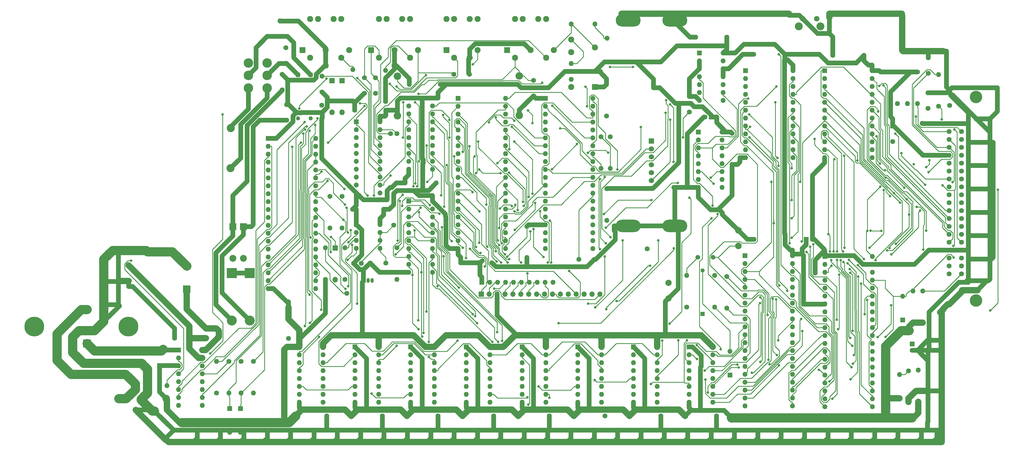
<source format=gbr>
%TF.GenerationSoftware,KiCad,Pcbnew,5.1.7-a382d34a8~88~ubuntu18.04.1*%
%TF.CreationDate,2021-04-19T21:10:48-04:00*%
%TF.ProjectId,coco2,636f636f-322e-46b6-9963-61645f706362,1.0.1*%
%TF.SameCoordinates,Original*%
%TF.FileFunction,Copper,L2,Bot*%
%TF.FilePolarity,Positive*%
%FSLAX46Y46*%
G04 Gerber Fmt 4.6, Leading zero omitted, Abs format (unit mm)*
G04 Created by KiCad (PCBNEW 5.1.7-a382d34a8~88~ubuntu18.04.1) date 2021-04-19 21:10:48*
%MOMM*%
%LPD*%
G01*
G04 APERTURE LIST*
%TA.AperFunction,ComponentPad*%
%ADD10C,2.100000*%
%TD*%
%TA.AperFunction,ComponentPad*%
%ADD11C,1.700000*%
%TD*%
%TA.AperFunction,ComponentPad*%
%ADD12R,1.700000X1.700000*%
%TD*%
%TA.AperFunction,ComponentPad*%
%ADD13O,8.000000X4.000000*%
%TD*%
%TA.AperFunction,ComponentPad*%
%ADD14C,4.000000*%
%TD*%
%TA.AperFunction,ComponentPad*%
%ADD15C,1.600200*%
%TD*%
%TA.AperFunction,ComponentPad*%
%ADD16C,1.778000*%
%TD*%
%TA.AperFunction,ComponentPad*%
%ADD17C,2.540000*%
%TD*%
%TA.AperFunction,ComponentPad*%
%ADD18C,1.950000*%
%TD*%
%TA.AperFunction,ComponentPad*%
%ADD19R,1.950000X1.950000*%
%TD*%
%TA.AperFunction,ComponentPad*%
%ADD20O,1.800000X1.800000*%
%TD*%
%TA.AperFunction,ComponentPad*%
%ADD21R,1.800000X1.800000*%
%TD*%
%TA.AperFunction,ComponentPad*%
%ADD22O,2.400000X2.400000*%
%TD*%
%TA.AperFunction,ComponentPad*%
%ADD23C,2.400000*%
%TD*%
%TA.AperFunction,ComponentPad*%
%ADD24C,1.320800*%
%TD*%
%TA.AperFunction,ComponentPad*%
%ADD25R,1.320800X1.320800*%
%TD*%
%TA.AperFunction,ComponentPad*%
%ADD26O,1.600000X1.600000*%
%TD*%
%TA.AperFunction,ComponentPad*%
%ADD27R,1.600000X1.600000*%
%TD*%
%TA.AperFunction,ComponentPad*%
%ADD28C,1.600000*%
%TD*%
%TA.AperFunction,ComponentPad*%
%ADD29R,2.400000X2.400000*%
%TD*%
%TA.AperFunction,ComponentPad*%
%ADD30C,2.000000*%
%TD*%
%TA.AperFunction,ComponentPad*%
%ADD31R,2.200000X2.200000*%
%TD*%
%TA.AperFunction,ComponentPad*%
%ADD32O,2.200000X2.200000*%
%TD*%
%TA.AperFunction,ComponentPad*%
%ADD33R,3.200000X3.200000*%
%TD*%
%TA.AperFunction,ComponentPad*%
%ADD34O,3.200000X3.200000*%
%TD*%
%TA.AperFunction,ComponentPad*%
%ADD35C,2.600000*%
%TD*%
%TA.AperFunction,ComponentPad*%
%ADD36R,2.600000X2.600000*%
%TD*%
%TA.AperFunction,ComponentPad*%
%ADD37C,6.350000*%
%TD*%
%TA.AperFunction,ComponentPad*%
%ADD38O,1.050000X1.500000*%
%TD*%
%TA.AperFunction,ComponentPad*%
%ADD39R,1.050000X1.500000*%
%TD*%
%TA.AperFunction,ComponentPad*%
%ADD40C,3.044000*%
%TD*%
%TA.AperFunction,ComponentPad*%
%ADD41C,1.500000*%
%TD*%
%TA.AperFunction,ComponentPad*%
%ADD42O,1.700000X1.700000*%
%TD*%
%TA.AperFunction,ViaPad*%
%ADD43C,0.800000*%
%TD*%
%TA.AperFunction,Conductor*%
%ADD44C,2.000000*%
%TD*%
%TA.AperFunction,Conductor*%
%ADD45C,1.500000*%
%TD*%
%TA.AperFunction,Conductor*%
%ADD46C,0.250000*%
%TD*%
%TA.AperFunction,Conductor*%
%ADD47C,3.000000*%
%TD*%
%TA.AperFunction,Conductor*%
%ADD48C,1.049800*%
%TD*%
G04 APERTURE END LIST*
D10*
%TO.P,C43,1*%
%TO.N,Net-(C43-Pad1)*%
X257160000Y-102310000D03*
%TO.P,C43,2*%
%TO.N,GNDS*%
X257160000Y-97310000D03*
%TD*%
D11*
%TO.P,U9,7*%
%TO.N,+5V*%
X229290000Y-83840000D03*
%TO.P,U9,6*%
%TO.N,/video/RF_SND*%
X229290000Y-81300000D03*
%TO.P,U9,5*%
%TO.N,Net-(C59-Pad2)*%
X229290000Y-78760000D03*
%TO.P,U9,4*%
%TO.N,Net-(R9-Pad1)*%
X229290000Y-76220000D03*
%TO.P,U9,3*%
%TO.N,Net-(U8-Pad9)*%
X229290000Y-73680000D03*
%TO.P,U9,2*%
%TO.N,Net-(U8-Pad10)*%
X229290000Y-71140000D03*
D12*
%TO.P,U9,1*%
%TO.N,Net-(C61-Pad2)*%
X229290000Y-68600000D03*
D13*
%TO.P,U9,8*%
%TO.N,GNDS*%
X221790000Y-95840000D03*
X236790000Y-95840000D03*
X236790000Y-29840000D03*
X221790000Y-29840000D03*
%TD*%
D14*
%TO.P,J6,*%
%TO.N,*%
X333519000Y-119832500D03*
X333519000Y-54427500D03*
D15*
%TO.P,J6,39*%
%TO.N,/A15*%
X324857600Y-111260000D03*
%TO.P,J6,37*%
%TO.N,/A13*%
X324857600Y-108720000D03*
%TO.P,J6,35*%
%TO.N,/CART_SND*%
X324857600Y-106180000D03*
%TO.P,J6,33*%
%TO.N,GNDS*%
X324857600Y-103640000D03*
%TO.P,J6,31*%
%TO.N,/A12*%
X324857600Y-101100000D03*
%TO.P,J6,29*%
%TO.N,/A10*%
X324857600Y-98560000D03*
%TO.P,J6,27*%
%TO.N,/A8*%
X324857600Y-96020000D03*
%TO.P,J6,25*%
%TO.N,/A6*%
X324857600Y-93480000D03*
%TO.P,J6,23*%
%TO.N,/A4*%
X324857600Y-90940000D03*
%TO.P,J6,21*%
%TO.N,/A2*%
X324857600Y-88400000D03*
%TO.P,J6,19*%
%TO.N,/A0*%
X324857600Y-85860000D03*
%TO.P,J6,17*%
%TO.N,/D7*%
X324857600Y-83320000D03*
%TO.P,J6,15*%
%TO.N,/D5*%
X324857600Y-80780000D03*
%TO.P,J6,13*%
%TO.N,/D3*%
X324857600Y-78240000D03*
%TO.P,J6,11*%
%TO.N,/D1*%
X324857600Y-75700000D03*
%TO.P,J6,9*%
%TO.N,+5V*%
X324857600Y-73160000D03*
%TO.P,J6,7*%
%TO.N,/Q*%
X324857600Y-70620000D03*
%TO.P,J6,5*%
%TO.N,/~RESET*%
X324857600Y-68080000D03*
%TO.P,J6,3*%
%TO.N,/~HALT*%
X324857600Y-65540000D03*
%TO.P,J6,1*%
%TO.N,GNDS*%
X324857600Y-63000000D03*
%TO.P,J6,40*%
%TO.N,/~SLENB*%
X328820000Y-111260000D03*
%TO.P,J6,38*%
%TO.N,/A14*%
X328820000Y-108720000D03*
%TO.P,J6,36*%
%TO.N,/~SCS*%
X328820000Y-106180000D03*
%TO.P,J6,34*%
%TO.N,GNDS*%
X328820000Y-103640000D03*
%TO.P,J6,32*%
%TO.N,/~CTS*%
X328820000Y-101100000D03*
%TO.P,J6,30*%
%TO.N,/A11*%
X328820000Y-98560000D03*
%TO.P,J6,28*%
%TO.N,/A9*%
X328820000Y-96020000D03*
%TO.P,J6,26*%
%TO.N,/A7*%
X328820000Y-93480000D03*
%TO.P,J6,24*%
%TO.N,/A5*%
X328820000Y-90940000D03*
%TO.P,J6,22*%
%TO.N,/A3*%
X328820000Y-88400000D03*
%TO.P,J6,20*%
%TO.N,/A1*%
X328820000Y-85860000D03*
%TO.P,J6,18*%
%TO.N,/R~W*%
X328820000Y-83320000D03*
%TO.P,J6,16*%
%TO.N,/D6*%
X328820000Y-80780000D03*
%TO.P,J6,14*%
%TO.N,/D4*%
X328820000Y-78240000D03*
%TO.P,J6,12*%
%TO.N,/D2*%
X328820000Y-75700000D03*
%TO.P,J6,10*%
%TO.N,/D0*%
X328820000Y-73160000D03*
%TO.P,J6,8*%
%TO.N,/~CART*%
X328820000Y-70620000D03*
%TO.P,J6,6*%
%TO.N,/E*%
X328820000Y-68080000D03*
%TO.P,J6,4*%
%TO.N,/~NMI*%
X328820000Y-65540000D03*
%TO.P,J6,2*%
%TO.N,GNDS*%
X328820000Y-63000000D03*
%TD*%
D16*
%TO.P,S2,2*%
%TO.N,GNDS*%
X277820000Y-29300000D03*
%TO.P,S2,1*%
%TO.N,Net-(C58-Pad1)*%
X282320000Y-29300000D03*
D17*
%TO.P,S2,GNDS*%
%TO.N,N/C*%
X276570000Y-31800000D03*
X283570000Y-31800000D03*
%TD*%
D18*
%TO.P,J4,E2*%
%TO.N,N/C*%
X185450000Y-29350000D03*
%TO.P,J4,E1*%
X195450000Y-29350000D03*
%TO.P,J4,3*%
%TO.N,/peripherals/CASS_PIN3*%
X197950000Y-39350000D03*
%TO.P,J4,4*%
%TO.N,/peripherals/CASS_DATA_IN*%
X185450000Y-41850000D03*
%TO.P,J4,5*%
%TO.N,/peripherals/CASSOUT*%
X195450000Y-41850000D03*
D19*
%TO.P,J4,1*%
%TO.N,/peripherals/CASS_PIN1*%
X182950000Y-39350000D03*
D18*
%TO.P,J4,2*%
%TO.N,GNDS*%
X190450000Y-39350000D03*
%TO.P,J4,E2*%
%TO.N,N/C*%
X187950000Y-29350000D03*
%TO.P,J4,E1*%
X192950000Y-29350000D03*
%TD*%
%TO.P,J3,E1*%
%TO.N,N/C*%
X173450000Y-29350000D03*
%TO.P,J3,E2*%
X163450000Y-29350000D03*
%TO.P,J3,2*%
%TO.N,/peripherals/SERIAL_DATA_IN*%
X165950000Y-41850000D03*
%TO.P,J3,3*%
%TO.N,GNDS*%
X170950000Y-41850000D03*
D19*
%TO.P,J3,1*%
%TO.N,/peripherals/CD_IN*%
X163450000Y-39350000D03*
D18*
%TO.P,J3,4*%
%TO.N,/peripherals/SER_DATA_OUT*%
X173450000Y-39350000D03*
%TO.P,J3,E2*%
%TO.N,N/C*%
X165950000Y-29350000D03*
%TO.P,J3,E1*%
X170950000Y-29350000D03*
%TD*%
%TO.P,J2,E1*%
%TO.N,N/C*%
X151790000Y-29350000D03*
%TO.P,J2,E2*%
X141790000Y-29350000D03*
%TO.P,J2,6*%
%TO.N,GNDS*%
X146790000Y-44350000D03*
%TO.P,J2,5*%
%TO.N,Net-(C22-Pad1)*%
X154290000Y-39350000D03*
%TO.P,J2,2*%
%TO.N,/peripherals/JOY1*%
X141790000Y-41850000D03*
%TO.P,J2,4*%
%TO.N,Net-(C18-Pad2)*%
X151790000Y-41850000D03*
D19*
%TO.P,J2,1*%
%TO.N,/peripherals/JOY0*%
X139290000Y-39350000D03*
D18*
%TO.P,J2,3*%
%TO.N,GNDS*%
X146790000Y-39350000D03*
%TO.P,J2,E2*%
%TO.N,N/C*%
X144290000Y-29350000D03*
%TO.P,J2,E1*%
X149290000Y-29350000D03*
%TD*%
%TO.P,J1,E1*%
%TO.N,N/C*%
X129710000Y-29350000D03*
%TO.P,J1,E2*%
X119710000Y-29350000D03*
%TO.P,J1,6*%
%TO.N,GNDS*%
X124710000Y-44350000D03*
%TO.P,J1,5*%
%TO.N,Net-(C22-Pad1)*%
X132210000Y-39350000D03*
%TO.P,J1,2*%
%TO.N,Net-(C13-Pad2)*%
X119710000Y-41850000D03*
%TO.P,J1,4*%
%TO.N,Net-(C15-Pad2)*%
X129710000Y-41850000D03*
D19*
%TO.P,J1,1*%
%TO.N,Net-(C14-Pad2)*%
X117210000Y-39350000D03*
D18*
%TO.P,J1,3*%
%TO.N,GNDS*%
X124710000Y-39350000D03*
%TO.P,J1,E2*%
%TO.N,N/C*%
X122210000Y-29350000D03*
%TO.P,J1,E1*%
X127210000Y-29350000D03*
%TD*%
D20*
%TO.P,CR7,2*%
%TO.N,/peripherals/KR2*%
X126690000Y-59370000D03*
D21*
%TO.P,CR7,1*%
%TO.N,Net-(C15-Pad2)*%
X126690000Y-49210000D03*
%TD*%
D20*
%TO.P,CR8,2*%
%TO.N,/peripherals/KR1*%
X129930000Y-59370000D03*
D21*
%TO.P,CR8,1*%
%TO.N,Net-(C18-Pad2)*%
X129930000Y-49210000D03*
%TD*%
D20*
%TO.P,CR13,2*%
%TO.N,Net-(CR13-Pad2)*%
X127780000Y-113160000D03*
D21*
%TO.P,CR13,1*%
%TO.N,/peripherals/CSS*%
X127780000Y-103000000D03*
%TD*%
D22*
%TO.P,R2,2*%
%TO.N,Net-(Q1-Pad2)*%
X58210000Y-151330000D03*
D23*
%TO.P,R2,1*%
%TO.N,+5V*%
X73450000Y-151330000D03*
%TD*%
D24*
%TO.P,FB1,2*%
%TO.N,Net-(C10-Pad1)*%
X115770000Y-61270000D03*
D25*
%TO.P,FB1,1*%
%TO.N,Net-(C8-Pad1)*%
X115770000Y-47300000D03*
%TD*%
D24*
%TO.P,FB2,2*%
%TO.N,Net-(C9-Pad1)*%
X119910000Y-61270000D03*
D25*
%TO.P,FB2,1*%
%TO.N,Net-(C7-Pad1)*%
X119910000Y-47300000D03*
%TD*%
D24*
%TO.P,FB4,2*%
%TO.N,/power/VDGCLK*%
X245700000Y-110130000D03*
D25*
%TO.P,FB4,1*%
%TO.N,Net-(FB4-Pad1)*%
X245700000Y-124100000D03*
%TD*%
D24*
%TO.P,FB7,2*%
%TO.N,+5V*%
X278140000Y-107050000D03*
D25*
%TO.P,FB7,1*%
X278140000Y-121020000D03*
%TD*%
D26*
%TO.P,U11,16*%
%TO.N,+5V*%
X251990000Y-65680000D03*
%TO.P,U11,8*%
%TO.N,GNDS*%
X244370000Y-83460000D03*
%TO.P,U11,15*%
%TO.N,Net-(U11-Pad15)*%
X251990000Y-68220000D03*
%TO.P,U11,7*%
%TO.N,Net-(U11-Pad7)*%
X244370000Y-80920000D03*
%TO.P,U11,14*%
%TO.N,/roms/~CS_EXTENDED_BASIC*%
X251990000Y-70760000D03*
%TO.P,U11,6*%
%TO.N,/~SLENB*%
X244370000Y-78380000D03*
%TO.P,U11,13*%
%TO.N,/roms/~CS_BASIC*%
X251990000Y-73300000D03*
%TO.P,U11,5*%
%TO.N,Net-(U10-Pad10)*%
X244370000Y-75840000D03*
%TO.P,U11,12*%
%TO.N,Net-(R19-Pad2)*%
X251990000Y-75840000D03*
%TO.P,U11,4*%
%TO.N,Net-(U10-Pad4)*%
X244370000Y-73300000D03*
%TO.P,U11,11*%
%TO.N,/~CS_PIA0*%
X251990000Y-78380000D03*
%TO.P,U11,3*%
%TO.N,Net-(U10-Pad6)*%
X244370000Y-70760000D03*
%TO.P,U11,10*%
%TO.N,/~CSPIA1*%
X251990000Y-80920000D03*
%TO.P,U11,2*%
%TO.N,Net-(U11-Pad2)*%
X244370000Y-68220000D03*
%TO.P,U11,9*%
%TO.N,/~SCS*%
X251990000Y-83460000D03*
D27*
%TO.P,U11,1*%
%TO.N,Net-(U11-Pad1)*%
X244370000Y-65680000D03*
%TD*%
D26*
%TO.P,U22,40*%
%TO.N,+5V*%
X274540000Y-105390000D03*
%TO.P,U22,20*%
%TO.N,GNDS*%
X259300000Y-153650000D03*
%TO.P,U22,39*%
%TO.N,/A12*%
X274540000Y-107930000D03*
%TO.P,U22,19*%
%TO.N,/A3*%
X259300000Y-151110000D03*
%TO.P,U22,38*%
%TO.N,/A13*%
X274540000Y-110470000D03*
%TO.P,U22,18*%
%TO.N,/A2*%
X259300000Y-148570000D03*
%TO.P,U22,37*%
%TO.N,/A14*%
X274540000Y-113010000D03*
%TO.P,U22,17*%
%TO.N,/A1*%
X259300000Y-146030000D03*
%TO.P,U22,36*%
%TO.N,/A15*%
X274540000Y-115550000D03*
%TO.P,U22,16*%
%TO.N,/A0*%
X259300000Y-143490000D03*
%TO.P,U22,35*%
%TO.N,/dram/MA7*%
X274540000Y-118090000D03*
%TO.P,U22,15*%
%TO.N,/R~W*%
X259300000Y-140950000D03*
%TO.P,U22,34*%
%TO.N,/dram/MA6*%
X274540000Y-120630000D03*
%TO.P,U22,14*%
%TO.N,Net-(R26-Pad2)*%
X259300000Y-138410000D03*
%TO.P,U22,33*%
%TO.N,/dram/MA5*%
X274540000Y-123170000D03*
%TO.P,U22,13*%
%TO.N,Net-(R24-Pad2)*%
X259300000Y-135870000D03*
%TO.P,U22,32*%
%TO.N,/dram/MA4*%
X274540000Y-125710000D03*
%TO.P,U22,12*%
%TO.N,/dram/~RAS*%
X259300000Y-133330000D03*
%TO.P,U22,31*%
%TO.N,/dram/MA3*%
X274540000Y-128250000D03*
%TO.P,U22,11*%
%TO.N,/dram/~CAS*%
X259300000Y-130790000D03*
%TO.P,U22,30*%
%TO.N,/dram/MA2*%
X274540000Y-130790000D03*
%TO.P,U22,10*%
%TO.N,/dram/~WE*%
X259300000Y-128250000D03*
%TO.P,U22,29*%
%TO.N,/dram/MA1*%
X274540000Y-133330000D03*
%TO.P,U22,9*%
%TO.N,/~HS*%
X259300000Y-125710000D03*
%TO.P,U22,28*%
%TO.N,/dram/MA0*%
X274540000Y-135870000D03*
%TO.P,U22,8*%
%TO.N,/sam/DA0*%
X259300000Y-123170000D03*
%TO.P,U22,27*%
%TO.N,Net-(U11-Pad1)*%
X274540000Y-138410000D03*
%TO.P,U22,7*%
%TO.N,Net-(FB4-Pad1)*%
X259300000Y-120630000D03*
%TO.P,U22,26*%
%TO.N,Net-(U11-Pad2)*%
X274540000Y-140950000D03*
%TO.P,U22,6*%
%TO.N,Net-(R15-Pad1)*%
X259300000Y-118090000D03*
%TO.P,U22,25*%
%TO.N,Net-(U10-Pad6)*%
X274540000Y-143490000D03*
%TO.P,U22,5*%
%TO.N,Net-(C43-Pad1)*%
X259300000Y-115550000D03*
%TO.P,U22,24*%
%TO.N,/A7*%
X274540000Y-146030000D03*
%TO.P,U22,4*%
%TO.N,/A8*%
X259300000Y-113010000D03*
%TO.P,U22,23*%
%TO.N,/A6*%
X274540000Y-148570000D03*
%TO.P,U22,3*%
%TO.N,/A9*%
X259300000Y-110470000D03*
%TO.P,U22,22*%
%TO.N,/A5*%
X274540000Y-151110000D03*
%TO.P,U22,2*%
%TO.N,/A10*%
X259300000Y-107930000D03*
%TO.P,U22,21*%
%TO.N,/A4*%
X274540000Y-153650000D03*
D27*
%TO.P,U22,1*%
%TO.N,/A11*%
X259300000Y-105390000D03*
%TD*%
%TO.P,U12,1*%
%TO.N,/A7*%
X259490000Y-45950000D03*
D26*
%TO.P,U12,13*%
%TO.N,/D3*%
X274730000Y-73890000D03*
%TO.P,U12,2*%
%TO.N,/A6*%
X259490000Y-48490000D03*
%TO.P,U12,14*%
%TO.N,/D4*%
X274730000Y-71350000D03*
%TO.P,U12,3*%
%TO.N,/A5*%
X259490000Y-51030000D03*
%TO.P,U12,15*%
%TO.N,/D5*%
X274730000Y-68810000D03*
%TO.P,U12,4*%
%TO.N,/A4*%
X259490000Y-53570000D03*
%TO.P,U12,16*%
%TO.N,/D6*%
X274730000Y-66270000D03*
%TO.P,U12,5*%
%TO.N,/A3*%
X259490000Y-56110000D03*
%TO.P,U12,17*%
%TO.N,/D7*%
X274730000Y-63730000D03*
%TO.P,U12,6*%
%TO.N,/A2*%
X259490000Y-58650000D03*
%TO.P,U12,18*%
%TO.N,/A11*%
X274730000Y-61190000D03*
%TO.P,U12,7*%
%TO.N,/A1*%
X259490000Y-61190000D03*
%TO.P,U12,19*%
%TO.N,/A10*%
X274730000Y-58650000D03*
%TO.P,U12,8*%
%TO.N,/A0*%
X259490000Y-63730000D03*
%TO.P,U12,20*%
%TO.N,/roms/~CS_BASIC*%
X274730000Y-56110000D03*
%TO.P,U12,9*%
%TO.N,/D0*%
X259490000Y-66270000D03*
%TO.P,U12,21*%
%TO.N,/A12*%
X274730000Y-53570000D03*
%TO.P,U12,10*%
%TO.N,/D1*%
X259490000Y-68810000D03*
%TO.P,U12,22*%
%TO.N,/A9*%
X274730000Y-51030000D03*
%TO.P,U12,11*%
%TO.N,/D2*%
X259490000Y-71350000D03*
%TO.P,U12,23*%
%TO.N,/A8*%
X274730000Y-48490000D03*
%TO.P,U12,12*%
%TO.N,GNDS*%
X259490000Y-73890000D03*
%TO.P,U12,24*%
%TO.N,+5V*%
X274730000Y-45950000D03*
%TD*%
D27*
%TO.P,U13,1*%
%TO.N,/A7*%
X284900000Y-45950000D03*
D26*
%TO.P,U13,13*%
%TO.N,/D3*%
X300140000Y-73890000D03*
%TO.P,U13,2*%
%TO.N,/A6*%
X284900000Y-48490000D03*
%TO.P,U13,14*%
%TO.N,/D4*%
X300140000Y-71350000D03*
%TO.P,U13,3*%
%TO.N,/A5*%
X284900000Y-51030000D03*
%TO.P,U13,15*%
%TO.N,/D5*%
X300140000Y-68810000D03*
%TO.P,U13,4*%
%TO.N,/A4*%
X284900000Y-53570000D03*
%TO.P,U13,16*%
%TO.N,/D6*%
X300140000Y-66270000D03*
%TO.P,U13,5*%
%TO.N,/A3*%
X284900000Y-56110000D03*
%TO.P,U13,17*%
%TO.N,/D7*%
X300140000Y-63730000D03*
%TO.P,U13,6*%
%TO.N,/A2*%
X284900000Y-58650000D03*
%TO.P,U13,18*%
%TO.N,/A11*%
X300140000Y-61190000D03*
%TO.P,U13,7*%
%TO.N,/A1*%
X284900000Y-61190000D03*
%TO.P,U13,19*%
%TO.N,/A10*%
X300140000Y-58650000D03*
%TO.P,U13,8*%
%TO.N,/A0*%
X284900000Y-63730000D03*
%TO.P,U13,20*%
%TO.N,/roms/~CS_EXTENDED_BASIC*%
X300140000Y-56110000D03*
%TO.P,U13,9*%
%TO.N,/D0*%
X284900000Y-66270000D03*
%TO.P,U13,21*%
%TO.N,/A12*%
X300140000Y-53570000D03*
%TO.P,U13,10*%
%TO.N,/D1*%
X284900000Y-68810000D03*
%TO.P,U13,22*%
%TO.N,/A9*%
X300140000Y-51030000D03*
%TO.P,U13,11*%
%TO.N,/D2*%
X284900000Y-71350000D03*
%TO.P,U13,23*%
%TO.N,/A8*%
X300140000Y-48490000D03*
%TO.P,U13,12*%
%TO.N,GNDS*%
X284900000Y-73890000D03*
%TO.P,U13,24*%
%TO.N,+5V*%
X300140000Y-45950000D03*
%TD*%
%TO.P,U5,20*%
%TO.N,+5V*%
X159020000Y-54800000D03*
%TO.P,U5,10*%
%TO.N,GNDS*%
X151400000Y-77660000D03*
%TO.P,U5,19*%
%TO.N,/video/DD3*%
X159020000Y-57340000D03*
%TO.P,U5,9*%
%TO.N,/video/DD7*%
X151400000Y-75120000D03*
%TO.P,U5,18*%
%TO.N,/dram/MD3*%
X159020000Y-59880000D03*
%TO.P,U5,8*%
%TO.N,/dram/MD7*%
X151400000Y-72580000D03*
%TO.P,U5,17*%
%TO.N,/dram/MD2*%
X159020000Y-62420000D03*
%TO.P,U5,7*%
%TO.N,/dram/MD6*%
X151400000Y-70040000D03*
%TO.P,U5,16*%
%TO.N,/video/DD2*%
X159020000Y-64960000D03*
%TO.P,U5,6*%
%TO.N,/video/DD6*%
X151400000Y-67500000D03*
%TO.P,U5,15*%
%TO.N,/video/DD1*%
X159020000Y-67500000D03*
%TO.P,U5,5*%
%TO.N,/video/DD5*%
X151400000Y-64960000D03*
%TO.P,U5,14*%
%TO.N,/dram/MD1*%
X159020000Y-70040000D03*
%TO.P,U5,4*%
%TO.N,/dram/MD5*%
X151400000Y-62420000D03*
%TO.P,U5,13*%
%TO.N,/dram/MD0*%
X159020000Y-72580000D03*
%TO.P,U5,3*%
%TO.N,/dram/MD4*%
X151400000Y-59880000D03*
%TO.P,U5,12*%
%TO.N,/video/DD0*%
X159020000Y-75120000D03*
%TO.P,U5,2*%
%TO.N,/video/DD4*%
X151400000Y-57340000D03*
%TO.P,U5,11*%
%TO.N,/dram/~RAS*%
X159020000Y-77660000D03*
D27*
%TO.P,U5,1*%
%TO.N,+5V*%
X151400000Y-54800000D03*
%TD*%
D26*
%TO.P,U6,20*%
%TO.N,+5V*%
X159020000Y-87900000D03*
%TO.P,U6,10*%
%TO.N,GNDS*%
X151400000Y-110760000D03*
%TO.P,U6,19*%
%TO.N,Net-(U11-Pad15)*%
X159020000Y-90440000D03*
%TO.P,U6,9*%
%TO.N,/D3*%
X151400000Y-108220000D03*
%TO.P,U6,18*%
%TO.N,/D4*%
X159020000Y-92980000D03*
%TO.P,U6,8*%
%TO.N,/dram/MD5*%
X151400000Y-105680000D03*
%TO.P,U6,17*%
%TO.N,/dram/MD0*%
X159020000Y-95520000D03*
%TO.P,U6,7*%
%TO.N,/D2*%
X151400000Y-103140000D03*
%TO.P,U6,16*%
%TO.N,/D7*%
X159020000Y-98060000D03*
%TO.P,U6,6*%
%TO.N,/dram/MD6*%
X151400000Y-100600000D03*
%TO.P,U6,15*%
%TO.N,/dram/MD1*%
X159020000Y-100600000D03*
%TO.P,U6,5*%
%TO.N,/D1*%
X151400000Y-98060000D03*
%TO.P,U6,14*%
%TO.N,/D6*%
X159020000Y-103140000D03*
%TO.P,U6,4*%
%TO.N,/dram/MD7*%
X151400000Y-95520000D03*
%TO.P,U6,13*%
%TO.N,/dram/MD2*%
X159020000Y-105680000D03*
%TO.P,U6,3*%
%TO.N,/D0*%
X151400000Y-92980000D03*
%TO.P,U6,12*%
%TO.N,/D5*%
X159020000Y-108220000D03*
%TO.P,U6,2*%
%TO.N,/dram/MD4*%
X151400000Y-90440000D03*
%TO.P,U6,11*%
%TO.N,/dram/MD3*%
X159020000Y-110760000D03*
D27*
%TO.P,U6,1*%
%TO.N,Net-(U11-Pad15)*%
X151400000Y-87900000D03*
%TD*%
D26*
%TO.P,U10,14*%
%TO.N,+5V*%
X252320000Y-40300000D03*
%TO.P,U10,7*%
%TO.N,GNDS*%
X244700000Y-55540000D03*
%TO.P,U10,13*%
%TO.N,Net-(U10-Pad13)*%
X252320000Y-42840000D03*
%TO.P,U10,6*%
%TO.N,Net-(U10-Pad6)*%
X244700000Y-53000000D03*
%TO.P,U10,12*%
%TO.N,GNDS*%
X252320000Y-45380000D03*
%TO.P,U10,5*%
%TO.N,/E*%
X244700000Y-50460000D03*
%TO.P,U10,11*%
%TO.N,GNDS*%
X252320000Y-47920000D03*
%TO.P,U10,4*%
%TO.N,Net-(U10-Pad4)*%
X244700000Y-47920000D03*
%TO.P,U10,10*%
%TO.N,Net-(U10-Pad10)*%
X252320000Y-50460000D03*
%TO.P,U10,3*%
%TO.N,GNDS*%
X244700000Y-45380000D03*
%TO.P,U10,9*%
%TO.N,Net-(U10-Pad6)*%
X252320000Y-53000000D03*
%TO.P,U10,2*%
%TO.N,GNDS*%
X244700000Y-42840000D03*
%TO.P,U10,8*%
%TO.N,/R~W*%
X252320000Y-55540000D03*
D27*
%TO.P,U10,1*%
%TO.N,Net-(U10-Pad1)*%
X244700000Y-40300000D03*
%TD*%
D28*
%TO.P,C1,2*%
%TO.N,/peripherals/-SALT_VIN*%
X61490000Y-108580000D03*
D27*
%TO.P,C1,1*%
%TO.N,GNDS*%
X61490000Y-113580000D03*
%TD*%
D29*
%TO.P,C2,1*%
%TO.N,/peripherals/+SALT_VIN*%
X80050000Y-116210000D03*
D23*
%TO.P,C2,2*%
%TO.N,GNDS*%
X80050000Y-108710000D03*
%TD*%
D26*
%TO.P,C3,2*%
%TO.N,/peripherals/+SALT_VIN*%
X86220000Y-128800000D03*
D28*
%TO.P,C3,1*%
%TO.N,GNDS*%
X76220000Y-128800000D03*
%TD*%
%TO.P,C4,1*%
%TO.N,GNDS*%
X76220000Y-131960000D03*
D26*
%TO.P,C4,2*%
%TO.N,/peripherals/-SALT_VIN*%
X86220000Y-131960000D03*
%TD*%
D27*
%TO.P,C5,1*%
%TO.N,+5V*%
X71320000Y-140720000D03*
D28*
%TO.P,C5,2*%
%TO.N,GNDS*%
X66320000Y-140720000D03*
%TD*%
%TO.P,C6,1*%
%TO.N,GNDS*%
X63710000Y-154990000D03*
D26*
%TO.P,C6,2*%
%TO.N,+5V*%
X73710000Y-154990000D03*
%TD*%
D27*
%TO.P,C11,1*%
%TO.N,+5V*%
X306750000Y-63730000D03*
D28*
%TO.P,C11,2*%
%TO.N,GNDS*%
X306750000Y-68730000D03*
%TD*%
D26*
%TO.P,C15,2*%
%TO.N,Net-(C15-Pad2)*%
X133380000Y-45680000D03*
D28*
%TO.P,C15,1*%
%TO.N,GNDS*%
X133380000Y-55680000D03*
%TD*%
%TO.P,C18,1*%
%TO.N,GNDS*%
X143930000Y-55900000D03*
D26*
%TO.P,C18,2*%
%TO.N,Net-(C18-Pad2)*%
X143930000Y-45900000D03*
%TD*%
D28*
%TO.P,C19,1*%
%TO.N,GNDS*%
X134010000Y-58650000D03*
D26*
%TO.P,C19,2*%
%TO.N,+5V*%
X144010000Y-58650000D03*
%TD*%
%TO.P,C21,2*%
%TO.N,GNDS*%
X151570000Y-50400000D03*
D28*
%TO.P,C21,1*%
%TO.N,+5V*%
X161570000Y-50400000D03*
%TD*%
D26*
%TO.P,C24,2*%
%TO.N,+5V*%
X143340000Y-90530000D03*
D28*
%TO.P,C24,1*%
%TO.N,GNDS*%
X133340000Y-90530000D03*
%TD*%
%TO.P,C25,1*%
%TO.N,GNDS*%
X150200000Y-82070000D03*
D26*
%TO.P,C25,2*%
%TO.N,+5V*%
X160200000Y-82070000D03*
%TD*%
D28*
%TO.P,C26,1*%
%TO.N,Net-(C26-Pad1)*%
X136150000Y-107840000D03*
%TO.P,C26,2*%
%TO.N,GNDS*%
X133650000Y-107840000D03*
%TD*%
%TO.P,C28,1*%
%TO.N,GNDS*%
X112790000Y-132000000D03*
D26*
%TO.P,C28,2*%
%TO.N,+5V*%
X112790000Y-122000000D03*
%TD*%
%TO.P,C29,2*%
%TO.N,+5V*%
X168070000Y-107700000D03*
D28*
%TO.P,C29,1*%
%TO.N,GNDS*%
X178070000Y-107700000D03*
%TD*%
D26*
%TO.P,C30,2*%
%TO.N,GNDS*%
X189330000Y-106000000D03*
D28*
%TO.P,C30,1*%
%TO.N,+5V*%
X189330000Y-96000000D03*
%TD*%
D26*
%TO.P,C32,2*%
%TO.N,GNDS*%
X237870000Y-103200000D03*
D28*
%TO.P,C32,1*%
%TO.N,+5V*%
X227870000Y-103200000D03*
%TD*%
%TO.P,C33,1*%
%TO.N,+5V*%
X253450000Y-35250000D03*
D26*
%TO.P,C33,2*%
%TO.N,GNDS*%
X243450000Y-35250000D03*
%TD*%
%TO.P,C34,2*%
%TO.N,GNDS*%
X255170000Y-76100000D03*
D28*
%TO.P,C34,1*%
%TO.N,+5V*%
X255170000Y-66100000D03*
%TD*%
%TO.P,C35,1*%
%TO.N,GNDS*%
X262115000Y-40770000D03*
D26*
%TO.P,C35,2*%
%TO.N,+5V*%
X272115000Y-40770000D03*
%TD*%
D28*
%TO.P,C36,1*%
%TO.N,GNDS*%
X287525000Y-41060000D03*
D26*
%TO.P,C36,2*%
%TO.N,+5V*%
X297525000Y-41060000D03*
%TD*%
D28*
%TO.P,C37,2*%
%TO.N,/Q*%
X318170000Y-46800000D03*
%TO.P,C37,1*%
%TO.N,GNDS*%
X318170000Y-41800000D03*
%TD*%
%TO.P,C38,2*%
%TO.N,/E*%
X318070000Y-58100000D03*
%TO.P,C38,1*%
%TO.N,GNDS*%
X318070000Y-53100000D03*
%TD*%
%TO.P,C39,1*%
%TO.N,GNDS*%
X325000000Y-52200000D03*
%TO.P,C39,2*%
%TO.N,/~CTS*%
X325000000Y-57200000D03*
%TD*%
D26*
%TO.P,C40,2*%
%TO.N,GNDS*%
X316250000Y-62930000D03*
D28*
%TO.P,C40,1*%
%TO.N,+5V*%
X316250000Y-72930000D03*
%TD*%
D30*
%TO.P,C44,1*%
%TO.N,Net-(C44-Pad1)*%
X234770000Y-114100000D03*
%TO.P,C44,2*%
%TO.N,GNDS*%
X234770000Y-119100000D03*
%TD*%
D28*
%TO.P,C45,1*%
%TO.N,GNDS*%
X262200000Y-100210000D03*
D26*
%TO.P,C45,2*%
%TO.N,+5V*%
X272200000Y-100210000D03*
%TD*%
%TO.P,C47,2*%
%TO.N,+5V*%
X281840000Y-121000000D03*
D28*
%TO.P,C47,1*%
%TO.N,GNDS*%
X281840000Y-111000000D03*
%TD*%
D27*
%TO.P,C48,1*%
%TO.N,/~RESET*%
X313000000Y-133790000D03*
D28*
%TO.P,C48,2*%
%TO.N,GNDS*%
X313000000Y-135790000D03*
%TD*%
D26*
%TO.P,C50,2*%
%TO.N,+5V*%
X115060000Y-156900000D03*
D28*
%TO.P,C50,1*%
%TO.N,GNDS*%
X125060000Y-156900000D03*
%TD*%
%TO.P,C51,1*%
%TO.N,GNDS*%
X142929000Y-156900000D03*
D26*
%TO.P,C51,2*%
%TO.N,+5V*%
X132929000Y-156900000D03*
%TD*%
%TO.P,C52,2*%
%TO.N,+5V*%
X150797000Y-156900000D03*
D28*
%TO.P,C52,1*%
%TO.N,GNDS*%
X160797000Y-156900000D03*
%TD*%
%TO.P,C53,1*%
%TO.N,GNDS*%
X178666000Y-156900000D03*
D26*
%TO.P,C53,2*%
%TO.N,+5V*%
X168666000Y-156900000D03*
%TD*%
%TO.P,C54,2*%
%TO.N,+5V*%
X186534000Y-156900000D03*
D28*
%TO.P,C54,1*%
%TO.N,GNDS*%
X196534000Y-156900000D03*
%TD*%
%TO.P,C55,1*%
%TO.N,GNDS*%
X214403000Y-156900000D03*
D26*
%TO.P,C55,2*%
%TO.N,+5V*%
X204403000Y-156900000D03*
%TD*%
%TO.P,C56,2*%
%TO.N,+5V*%
X222271000Y-156900000D03*
D28*
%TO.P,C56,1*%
%TO.N,GNDS*%
X232271000Y-156900000D03*
%TD*%
%TO.P,C57,1*%
%TO.N,GNDS*%
X250140000Y-156900000D03*
D26*
%TO.P,C57,2*%
%TO.N,+5V*%
X240140000Y-156900000D03*
%TD*%
D28*
%TO.P,C58,1*%
%TO.N,Net-(C58-Pad1)*%
X311825000Y-142380000D03*
D26*
%TO.P,C58,2*%
%TO.N,GNDS*%
X311825000Y-152380000D03*
%TD*%
D28*
%TO.P,C59,1*%
%TO.N,GNDS*%
X210970000Y-106600000D03*
%TO.P,C59,2*%
%TO.N,Net-(C59-Pad2)*%
X205970000Y-106600000D03*
%TD*%
%TO.P,C60,1*%
%TO.N,GNDS*%
X136470000Y-117500000D03*
%TO.P,C60,2*%
%TO.N,/E*%
X131470000Y-117500000D03*
%TD*%
%TO.P,C61,2*%
%TO.N,Net-(C61-Pad2)*%
X241470000Y-59300000D03*
%TO.P,C61,1*%
%TO.N,GNDS*%
X241470000Y-54300000D03*
%TD*%
D31*
%TO.P,CR1,1*%
%TO.N,Net-(C9-Pad1)*%
X94870000Y-96130000D03*
D32*
%TO.P,CR1,2*%
%TO.N,/peripherals/-SALT_VIN*%
X94870000Y-106290000D03*
%TD*%
%TO.P,CR2,2*%
%TO.N,/peripherals/-SALT_VIN*%
X98250000Y-106290000D03*
D31*
%TO.P,CR2,1*%
%TO.N,Net-(C10-Pad1)*%
X98250000Y-96130000D03*
%TD*%
D33*
%TO.P,CR3,1*%
%TO.N,/peripherals/+SALT_VIN*%
X94520000Y-111030000D03*
D34*
%TO.P,CR3,2*%
%TO.N,Net-(C9-Pad1)*%
X94520000Y-126270000D03*
%TD*%
%TO.P,CR4,2*%
%TO.N,Net-(C10-Pad1)*%
X100340000Y-126270000D03*
D33*
%TO.P,CR4,1*%
%TO.N,/peripherals/+SALT_VIN*%
X100340000Y-111030000D03*
%TD*%
D26*
%TO.P,CR5,2*%
%TO.N,GNDS*%
X93870000Y-162120000D03*
D27*
%TO.P,CR5,1*%
%TO.N,/peripherals/CD_IN*%
X93870000Y-154500000D03*
%TD*%
D26*
%TO.P,CR6,2*%
%TO.N,GNDS*%
X97370000Y-162120000D03*
D27*
%TO.P,CR6,1*%
%TO.N,/peripherals/SERIAL_DATA_IN*%
X97370000Y-154500000D03*
%TD*%
%TO.P,CR9,1*%
%TO.N,+5V*%
X215040000Y-43180000D03*
D26*
%TO.P,CR9,2*%
%TO.N,/peripherals/CASS_MTR_OUT*%
X215040000Y-35560000D03*
%TD*%
%TO.P,CR10,2*%
%TO.N,/power/VDGCLK*%
X254470000Y-136180000D03*
D27*
%TO.P,CR10,1*%
%TO.N,Net-(C58-Pad1)*%
X254470000Y-143800000D03*
%TD*%
%TO.P,CR11,1*%
%TO.N,Net-(C58-Pad1)*%
X309960000Y-126080000D03*
D26*
%TO.P,CR11,2*%
%TO.N,/~RESET*%
X309960000Y-118460000D03*
%TD*%
D27*
%TO.P,CR12,1*%
%TO.N,+5V*%
X308960000Y-151200000D03*
D26*
%TO.P,CR12,2*%
%TO.N,Net-(C58-Pad1)*%
X308960000Y-143580000D03*
%TD*%
D35*
%TO.P,E1,1*%
%TO.N,GNDS*%
X67060000Y-103700000D03*
%TD*%
%TO.P,E2,1*%
%TO.N,Net-(E2-Pad1)*%
X94180000Y-64420000D03*
%TD*%
%TO.P,E3,1*%
%TO.N,Net-(E3-Pad1)*%
X94170000Y-77330000D03*
%TD*%
D26*
%TO.P,K1,9*%
%TO.N,/peripherals/CASS_PIN3*%
X203510000Y-30970000D03*
%TO.P,K1,2*%
%TO.N,+5V*%
X211130000Y-46210000D03*
%TO.P,K1,14*%
%TO.N,/peripherals/CASS_PIN1*%
X203510000Y-43670000D03*
%TO.P,K1,8*%
%TO.N,/peripherals/CASS_MTR_OUT*%
X211130000Y-30970000D03*
%TO.P,K1,16*%
%TO.N,Net-(K1-Pad16)*%
X203510000Y-48750000D03*
%TD*%
D36*
%TO.P,Q1,1*%
%TO.N,Net-(Q1-Pad1)*%
X48040000Y-133610000D03*
D35*
%TO.P,Q1,2*%
%TO.N,Net-(Q1-Pad2)*%
X48040000Y-122690000D03*
D37*
%TO.P,Q1,3*%
%TO.N,/peripherals/+SALT_VIN*%
X61340000Y-128160000D03*
X31140000Y-128160000D03*
%TD*%
D38*
%TO.P,Q2,2*%
%TO.N,Net-(CR13-Pad2)*%
X138310000Y-113370000D03*
%TO.P,Q2,3*%
%TO.N,Net-(Q2-Pad3)*%
X139580000Y-113370000D03*
D39*
%TO.P,Q2,1*%
%TO.N,GNDS*%
X137040000Y-113370000D03*
%TD*%
D28*
%TO.P,R1,1*%
%TO.N,Net-(Q1-Pad2)*%
X63550000Y-147150000D03*
D26*
%TO.P,R1,2*%
%TO.N,Net-(R1-Pad2)*%
X73710000Y-147150000D03*
%TD*%
D28*
%TO.P,R3,1*%
%TO.N,Net-(R3-Pad1)*%
X89660000Y-149560000D03*
D26*
%TO.P,R3,2*%
%TO.N,/peripherals/SER_DATA_OUT*%
X89660000Y-139400000D03*
%TD*%
%TO.P,R4,2*%
%TO.N,Net-(R4-Pad2)*%
X101470000Y-149560000D03*
D28*
%TO.P,R4,1*%
%TO.N,/peripherals/CASS_DATA_IN*%
X101470000Y-139400000D03*
%TD*%
D26*
%TO.P,R5,2*%
%TO.N,/~HALT*%
X124580000Y-102890000D03*
D28*
%TO.P,R5,1*%
%TO.N,+5V*%
X124580000Y-113050000D03*
%TD*%
%TO.P,R6,1*%
%TO.N,Net-(CR13-Pad2)*%
X130910000Y-113050000D03*
D26*
%TO.P,R6,2*%
%TO.N,Net-(R6-Pad2)*%
X130910000Y-102890000D03*
%TD*%
D28*
%TO.P,R7,1*%
%TO.N,+5V*%
X126070000Y-86400000D03*
D26*
%TO.P,R7,2*%
%TO.N,Net-(R7-Pad2)*%
X126070000Y-96560000D03*
%TD*%
D28*
%TO.P,R8,1*%
%TO.N,/video/RF_SND*%
X129970000Y-86400000D03*
D26*
%TO.P,R8,2*%
%TO.N,Net-(R8-Pad2)*%
X129970000Y-96560000D03*
%TD*%
%TO.P,R9,2*%
%TO.N,Net-(Q2-Pad3)*%
X147570000Y-113060000D03*
D28*
%TO.P,R9,1*%
%TO.N,Net-(R9-Pad1)*%
X147570000Y-102900000D03*
%TD*%
D26*
%TO.P,R10,2*%
%TO.N,+5V*%
X146580000Y-85440000D03*
D28*
%TO.P,R10,1*%
%TO.N,Net-(C26-Pad1)*%
X146580000Y-95600000D03*
%TD*%
%TO.P,R12,1*%
%TO.N,/peripherals/SELA*%
X214910000Y-60550000D03*
D26*
%TO.P,R12,2*%
%TO.N,+5V*%
X214910000Y-50390000D03*
%TD*%
%TO.P,R13,2*%
%TO.N,/power/VDGCLK*%
X216070000Y-77360000D03*
D28*
%TO.P,R13,1*%
%TO.N,Net-(C61-Pad2)*%
X216070000Y-67200000D03*
%TD*%
%TO.P,R14,1*%
%TO.N,+5V*%
X214970000Y-83900000D03*
D26*
%TO.P,R14,2*%
%TO.N,/~FIRQ*%
X214970000Y-94060000D03*
%TD*%
%TO.P,R15,2*%
%TO.N,Net-(C44-Pad1)*%
X240630000Y-111810000D03*
D28*
%TO.P,R15,1*%
%TO.N,Net-(R15-Pad1)*%
X240630000Y-121970000D03*
%TD*%
D26*
%TO.P,R16,2*%
%TO.N,+5V*%
X308290000Y-46400000D03*
D28*
%TO.P,R16,1*%
%TO.N,/~CART*%
X308290000Y-56560000D03*
%TD*%
%TO.P,R17,1*%
%TO.N,+5V*%
X311495000Y-46400000D03*
D26*
%TO.P,R17,2*%
%TO.N,/~IRQ*%
X311495000Y-56560000D03*
%TD*%
%TO.P,R18,2*%
%TO.N,/~NMI*%
X314700000Y-56560000D03*
D28*
%TO.P,R18,1*%
%TO.N,+5V*%
X314700000Y-46400000D03*
%TD*%
D26*
%TO.P,R19,2*%
%TO.N,Net-(R19-Pad2)*%
X321480000Y-47240000D03*
D28*
%TO.P,R19,1*%
%TO.N,/~CTS*%
X321480000Y-57400000D03*
%TD*%
D26*
%TO.P,R20,2*%
%TO.N,/~RESET*%
X313220000Y-116760000D03*
D28*
%TO.P,R20,1*%
%TO.N,+5V*%
X313220000Y-126920000D03*
%TD*%
%TO.P,R21,1*%
%TO.N,+5V*%
X316360000Y-126920000D03*
D26*
%TO.P,R21,2*%
%TO.N,/~SLENB*%
X316360000Y-116760000D03*
%TD*%
D28*
%TO.P,R22,1*%
%TO.N,+5V*%
X314950000Y-152360000D03*
D26*
%TO.P,R22,2*%
%TO.N,Net-(C58-Pad1)*%
X314950000Y-142200000D03*
%TD*%
%TO.P,R26,2*%
%TO.N,Net-(R26-Pad2)*%
X253470000Y-122260000D03*
D28*
%TO.P,R26,1*%
%TO.N,/E*%
X253470000Y-112100000D03*
%TD*%
%TO.P,R25,1*%
%TO.N,/power/VDGCLK*%
X213070000Y-67200000D03*
D26*
%TO.P,R25,2*%
%TO.N,Net-(R25-Pad2)*%
X213070000Y-77360000D03*
%TD*%
D28*
%TO.P,R24,1*%
%TO.N,/Q*%
X249570000Y-111800000D03*
D26*
%TO.P,R24,2*%
%TO.N,Net-(R24-Pad2)*%
X249570000Y-121960000D03*
%TD*%
D27*
%TO.P,RP1,1*%
%TO.N,+5V*%
X174820000Y-113990000D03*
D26*
%TO.P,RP1,2*%
%TO.N,/peripherals/KR1*%
X177360000Y-113990000D03*
%TO.P,RP1,3*%
%TO.N,/peripherals/KR2*%
X179900000Y-113990000D03*
%TO.P,RP1,4*%
%TO.N,/peripherals/RP1-4*%
X182440000Y-113990000D03*
%TO.P,RP1,5*%
%TO.N,/peripherals/KR3*%
X184980000Y-113990000D03*
%TO.P,RP1,6*%
%TO.N,/peripherals/KR4*%
X187520000Y-113990000D03*
%TO.P,RP1,7*%
%TO.N,/peripherals/KR5*%
X190060000Y-113990000D03*
%TO.P,RP1,8*%
%TO.N,/peripherals/KR6*%
X192600000Y-113990000D03*
%TO.P,RP1,9*%
%TO.N,/peripherals/KR7*%
X195140000Y-113990000D03*
%TO.P,RP1,10*%
%TO.N,/peripherals/HI*%
X197680000Y-113990000D03*
%TD*%
D40*
%TO.P,S1,1*%
%TO.N,Net-(S1-Pad1)*%
X99870000Y-43540000D03*
%TO.P,S1,2*%
%TO.N,Net-(C7-Pad1)*%
X99870000Y-47540000D03*
%TO.P,S1,3*%
%TO.N,Net-(E2-Pad1)*%
X99870000Y-51540000D03*
%TO.P,S1,4*%
%TO.N,Net-(S1-Pad4)*%
X105870000Y-43540000D03*
%TO.P,S1,5*%
%TO.N,Net-(C8-Pad1)*%
X105870000Y-47540000D03*
%TO.P,S1,6*%
%TO.N,Net-(E3-Pad1)*%
X105870000Y-51540000D03*
%TD*%
D27*
%TO.P,U14,1*%
%TO.N,+5V*%
X116260000Y-134730000D03*
D26*
%TO.P,U14,9*%
%TO.N,/dram/MA7*%
X123880000Y-152510000D03*
%TO.P,U14,2*%
%TO.N,/D0*%
X116260000Y-137270000D03*
%TO.P,U14,10*%
%TO.N,/dram/MA5*%
X123880000Y-149970000D03*
%TO.P,U14,3*%
%TO.N,/dram/~WE*%
X116260000Y-139810000D03*
%TO.P,U14,11*%
%TO.N,/dram/MA4*%
X123880000Y-147430000D03*
%TO.P,U14,4*%
%TO.N,/dram/~RAS*%
X116260000Y-142350000D03*
%TO.P,U14,12*%
%TO.N,/dram/MA3*%
X123880000Y-144890000D03*
%TO.P,U14,5*%
%TO.N,/dram/MA0*%
X116260000Y-144890000D03*
%TO.P,U14,13*%
%TO.N,/dram/MA6*%
X123880000Y-142350000D03*
%TO.P,U14,6*%
%TO.N,/dram/MA2*%
X116260000Y-147430000D03*
%TO.P,U14,14*%
%TO.N,/dram/MD0*%
X123880000Y-139810000D03*
%TO.P,U14,7*%
%TO.N,/dram/MA1*%
X116260000Y-149970000D03*
%TO.P,U14,15*%
%TO.N,/dram/~CAS*%
X123880000Y-137270000D03*
%TO.P,U14,8*%
%TO.N,+5V*%
X116260000Y-152510000D03*
%TO.P,U14,16*%
%TO.N,GNDS*%
X123880000Y-134730000D03*
%TD*%
%TO.P,U15,16*%
%TO.N,GNDS*%
X141749000Y-134730000D03*
%TO.P,U15,8*%
%TO.N,+5V*%
X134129000Y-152510000D03*
%TO.P,U15,15*%
%TO.N,/dram/~CAS*%
X141749000Y-137270000D03*
%TO.P,U15,7*%
%TO.N,/dram/MA1*%
X134129000Y-149970000D03*
%TO.P,U15,14*%
%TO.N,/dram/MD1*%
X141749000Y-139810000D03*
%TO.P,U15,6*%
%TO.N,/dram/MA2*%
X134129000Y-147430000D03*
%TO.P,U15,13*%
%TO.N,/dram/MA6*%
X141749000Y-142350000D03*
%TO.P,U15,5*%
%TO.N,/dram/MA0*%
X134129000Y-144890000D03*
%TO.P,U15,12*%
%TO.N,/dram/MA3*%
X141749000Y-144890000D03*
%TO.P,U15,4*%
%TO.N,/dram/~RAS*%
X134129000Y-142350000D03*
%TO.P,U15,11*%
%TO.N,/dram/MA4*%
X141749000Y-147430000D03*
%TO.P,U15,3*%
%TO.N,/dram/~WE*%
X134129000Y-139810000D03*
%TO.P,U15,10*%
%TO.N,/dram/MA5*%
X141749000Y-149970000D03*
%TO.P,U15,2*%
%TO.N,/D1*%
X134129000Y-137270000D03*
%TO.P,U15,9*%
%TO.N,/dram/MA7*%
X141749000Y-152510000D03*
D27*
%TO.P,U15,1*%
%TO.N,+5V*%
X134129000Y-134730000D03*
%TD*%
%TO.P,U16,1*%
%TO.N,+5V*%
X151997000Y-134730000D03*
D26*
%TO.P,U16,9*%
%TO.N,/dram/MA7*%
X159617000Y-152510000D03*
%TO.P,U16,2*%
%TO.N,/D2*%
X151997000Y-137270000D03*
%TO.P,U16,10*%
%TO.N,/dram/MA5*%
X159617000Y-149970000D03*
%TO.P,U16,3*%
%TO.N,/dram/~WE*%
X151997000Y-139810000D03*
%TO.P,U16,11*%
%TO.N,/dram/MA4*%
X159617000Y-147430000D03*
%TO.P,U16,4*%
%TO.N,/dram/~RAS*%
X151997000Y-142350000D03*
%TO.P,U16,12*%
%TO.N,/dram/MA3*%
X159617000Y-144890000D03*
%TO.P,U16,5*%
%TO.N,/dram/MA0*%
X151997000Y-144890000D03*
%TO.P,U16,13*%
%TO.N,/dram/MA6*%
X159617000Y-142350000D03*
%TO.P,U16,6*%
%TO.N,/dram/MA2*%
X151997000Y-147430000D03*
%TO.P,U16,14*%
%TO.N,/dram/MD2*%
X159617000Y-139810000D03*
%TO.P,U16,7*%
%TO.N,/dram/MA1*%
X151997000Y-149970000D03*
%TO.P,U16,15*%
%TO.N,/dram/~CAS*%
X159617000Y-137270000D03*
%TO.P,U16,8*%
%TO.N,+5V*%
X151997000Y-152510000D03*
%TO.P,U16,16*%
%TO.N,GNDS*%
X159617000Y-134730000D03*
%TD*%
D27*
%TO.P,U17,1*%
%TO.N,+5V*%
X169866000Y-134730000D03*
D26*
%TO.P,U17,9*%
%TO.N,/dram/MA7*%
X177486000Y-152510000D03*
%TO.P,U17,2*%
%TO.N,/D3*%
X169866000Y-137270000D03*
%TO.P,U17,10*%
%TO.N,/dram/MA5*%
X177486000Y-149970000D03*
%TO.P,U17,3*%
%TO.N,/dram/~WE*%
X169866000Y-139810000D03*
%TO.P,U17,11*%
%TO.N,/dram/MA4*%
X177486000Y-147430000D03*
%TO.P,U17,4*%
%TO.N,/dram/~RAS*%
X169866000Y-142350000D03*
%TO.P,U17,12*%
%TO.N,/dram/MA3*%
X177486000Y-144890000D03*
%TO.P,U17,5*%
%TO.N,/dram/MA0*%
X169866000Y-144890000D03*
%TO.P,U17,13*%
%TO.N,/dram/MA6*%
X177486000Y-142350000D03*
%TO.P,U17,6*%
%TO.N,/dram/MA2*%
X169866000Y-147430000D03*
%TO.P,U17,14*%
%TO.N,/dram/MD3*%
X177486000Y-139810000D03*
%TO.P,U17,7*%
%TO.N,/dram/MA1*%
X169866000Y-149970000D03*
%TO.P,U17,15*%
%TO.N,/dram/~CAS*%
X177486000Y-137270000D03*
%TO.P,U17,8*%
%TO.N,+5V*%
X169866000Y-152510000D03*
%TO.P,U17,16*%
%TO.N,GNDS*%
X177486000Y-134730000D03*
%TD*%
%TO.P,U18,16*%
%TO.N,GNDS*%
X195354000Y-134730000D03*
%TO.P,U18,8*%
%TO.N,+5V*%
X187734000Y-152510000D03*
%TO.P,U18,15*%
%TO.N,/dram/~CAS*%
X195354000Y-137270000D03*
%TO.P,U18,7*%
%TO.N,/dram/MA1*%
X187734000Y-149970000D03*
%TO.P,U18,14*%
%TO.N,/dram/MD4*%
X195354000Y-139810000D03*
%TO.P,U18,6*%
%TO.N,/dram/MA2*%
X187734000Y-147430000D03*
%TO.P,U18,13*%
%TO.N,/dram/MA6*%
X195354000Y-142350000D03*
%TO.P,U18,5*%
%TO.N,/dram/MA0*%
X187734000Y-144890000D03*
%TO.P,U18,12*%
%TO.N,/dram/MA3*%
X195354000Y-144890000D03*
%TO.P,U18,4*%
%TO.N,/dram/~RAS*%
X187734000Y-142350000D03*
%TO.P,U18,11*%
%TO.N,/dram/MA4*%
X195354000Y-147430000D03*
%TO.P,U18,3*%
%TO.N,/dram/~WE*%
X187734000Y-139810000D03*
%TO.P,U18,10*%
%TO.N,/dram/MA5*%
X195354000Y-149970000D03*
%TO.P,U18,2*%
%TO.N,/D4*%
X187734000Y-137270000D03*
%TO.P,U18,9*%
%TO.N,/dram/MA7*%
X195354000Y-152510000D03*
D27*
%TO.P,U18,1*%
%TO.N,+5V*%
X187734000Y-134730000D03*
%TD*%
D26*
%TO.P,U19,16*%
%TO.N,GNDS*%
X213223000Y-134730000D03*
%TO.P,U19,8*%
%TO.N,+5V*%
X205603000Y-152510000D03*
%TO.P,U19,15*%
%TO.N,/dram/~CAS*%
X213223000Y-137270000D03*
%TO.P,U19,7*%
%TO.N,/dram/MA1*%
X205603000Y-149970000D03*
%TO.P,U19,14*%
%TO.N,/dram/MD5*%
X213223000Y-139810000D03*
%TO.P,U19,6*%
%TO.N,/dram/MA2*%
X205603000Y-147430000D03*
%TO.P,U19,13*%
%TO.N,/dram/MA6*%
X213223000Y-142350000D03*
%TO.P,U19,5*%
%TO.N,/dram/MA0*%
X205603000Y-144890000D03*
%TO.P,U19,12*%
%TO.N,/dram/MA3*%
X213223000Y-144890000D03*
%TO.P,U19,4*%
%TO.N,/dram/~RAS*%
X205603000Y-142350000D03*
%TO.P,U19,11*%
%TO.N,/dram/MA4*%
X213223000Y-147430000D03*
%TO.P,U19,3*%
%TO.N,/dram/~WE*%
X205603000Y-139810000D03*
%TO.P,U19,10*%
%TO.N,/dram/MA5*%
X213223000Y-149970000D03*
%TO.P,U19,2*%
%TO.N,/D5*%
X205603000Y-137270000D03*
%TO.P,U19,9*%
%TO.N,/dram/MA7*%
X213223000Y-152510000D03*
D27*
%TO.P,U19,1*%
%TO.N,+5V*%
X205603000Y-134730000D03*
%TD*%
D26*
%TO.P,U20,16*%
%TO.N,GNDS*%
X231091000Y-134730000D03*
%TO.P,U20,8*%
%TO.N,+5V*%
X223471000Y-152510000D03*
%TO.P,U20,15*%
%TO.N,/dram/~CAS*%
X231091000Y-137270000D03*
%TO.P,U20,7*%
%TO.N,/dram/MA1*%
X223471000Y-149970000D03*
%TO.P,U20,14*%
%TO.N,/dram/MD6*%
X231091000Y-139810000D03*
%TO.P,U20,6*%
%TO.N,/dram/MA2*%
X223471000Y-147430000D03*
%TO.P,U20,13*%
%TO.N,/dram/MA6*%
X231091000Y-142350000D03*
%TO.P,U20,5*%
%TO.N,/dram/MA0*%
X223471000Y-144890000D03*
%TO.P,U20,12*%
%TO.N,/dram/MA3*%
X231091000Y-144890000D03*
%TO.P,U20,4*%
%TO.N,/dram/~RAS*%
X223471000Y-142350000D03*
%TO.P,U20,11*%
%TO.N,/dram/MA4*%
X231091000Y-147430000D03*
%TO.P,U20,3*%
%TO.N,/dram/~WE*%
X223471000Y-139810000D03*
%TO.P,U20,10*%
%TO.N,/dram/MA5*%
X231091000Y-149970000D03*
%TO.P,U20,2*%
%TO.N,/D6*%
X223471000Y-137270000D03*
%TO.P,U20,9*%
%TO.N,/dram/MA7*%
X231091000Y-152510000D03*
D27*
%TO.P,U20,1*%
%TO.N,+5V*%
X223471000Y-134730000D03*
%TD*%
%TO.P,U21,1*%
%TO.N,+5V*%
X241340000Y-134730000D03*
D26*
%TO.P,U21,9*%
%TO.N,/dram/MA7*%
X248960000Y-152510000D03*
%TO.P,U21,2*%
%TO.N,/D7*%
X241340000Y-137270000D03*
%TO.P,U21,10*%
%TO.N,/dram/MA5*%
X248960000Y-149970000D03*
%TO.P,U21,3*%
%TO.N,/dram/~WE*%
X241340000Y-139810000D03*
%TO.P,U21,11*%
%TO.N,/dram/MA4*%
X248960000Y-147430000D03*
%TO.P,U21,4*%
%TO.N,/dram/~RAS*%
X241340000Y-142350000D03*
%TO.P,U21,12*%
%TO.N,/dram/MA3*%
X248960000Y-144890000D03*
%TO.P,U21,5*%
%TO.N,/dram/MA0*%
X241340000Y-144890000D03*
%TO.P,U21,13*%
%TO.N,/dram/MA6*%
X248960000Y-142350000D03*
%TO.P,U21,6*%
%TO.N,/dram/MA2*%
X241340000Y-147430000D03*
%TO.P,U21,14*%
%TO.N,/dram/MD7*%
X248960000Y-139810000D03*
%TO.P,U21,7*%
%TO.N,/dram/MA1*%
X241340000Y-149970000D03*
%TO.P,U21,15*%
%TO.N,/dram/~CAS*%
X248960000Y-137270000D03*
%TO.P,U21,8*%
%TO.N,+5V*%
X241340000Y-152510000D03*
%TO.P,U21,16*%
%TO.N,GNDS*%
X248960000Y-134730000D03*
%TD*%
D41*
%TO.P,X1,1*%
%TO.N,Net-(C43-Pad1)*%
X249070000Y-105900000D03*
%TO.P,X1,2*%
%TO.N,Net-(C44-Pad1)*%
X244170000Y-105900000D03*
%TO.P,X1,3*%
%TO.N,GNDS*%
X246570000Y-88900000D03*
%TD*%
D12*
%TO.P,J5,1*%
%TO.N,/peripherals/KR1*%
X174670000Y-117770000D03*
D42*
%TO.P,J5,2*%
%TO.N,/peripherals/KR2*%
X177210000Y-117770000D03*
%TO.P,J5,3*%
%TO.N,GNDS*%
X179750000Y-117770000D03*
%TO.P,J5,4*%
%TO.N,/peripherals/KR3*%
X182290000Y-117770000D03*
%TO.P,J5,5*%
%TO.N,/peripherals/KR4*%
X184830000Y-117770000D03*
%TO.P,J5,6*%
%TO.N,/peripherals/KR5*%
X187370000Y-117770000D03*
%TO.P,J5,7*%
%TO.N,/peripherals/KR6*%
X189910000Y-117770000D03*
%TO.P,J5,8*%
%TO.N,/peripherals/KR7*%
X192450000Y-117770000D03*
%TO.P,J5,9*%
%TO.N,Net-(J5-Pad9)*%
X194990000Y-117770000D03*
%TO.P,J5,10*%
%TO.N,Net-(J5-Pad10)*%
X197530000Y-117770000D03*
%TO.P,J5,11*%
%TO.N,Net-(J5-Pad11)*%
X200070000Y-117770000D03*
%TO.P,J5,12*%
%TO.N,Net-(J5-Pad12)*%
X202610000Y-117770000D03*
%TO.P,J5,13*%
%TO.N,Net-(J5-Pad13)*%
X205150000Y-117770000D03*
%TO.P,J5,14*%
%TO.N,Net-(J5-Pad14)*%
X207690000Y-117770000D03*
%TO.P,J5,15*%
%TO.N,Net-(J5-Pad15)*%
X210230000Y-117770000D03*
%TO.P,J5,16*%
%TO.N,Net-(J5-Pad16)*%
X212770000Y-117770000D03*
%TD*%
D28*
%TO.P,C7,2*%
%TO.N,GNDS*%
X110050000Y-30005000D03*
%TO.P,C7,1*%
%TO.N,Net-(C7-Pad1)*%
X110050000Y-35005000D03*
%TD*%
%TO.P,C8,1*%
%TO.N,Net-(C8-Pad1)*%
X111875000Y-43580000D03*
%TO.P,C8,2*%
%TO.N,GNDS*%
X111875000Y-38580000D03*
%TD*%
%TO.P,C9,2*%
%TO.N,GNDS*%
X110770000Y-47180000D03*
%TO.P,C9,1*%
%TO.N,Net-(C9-Pad1)*%
X110770000Y-52180000D03*
%TD*%
%TO.P,C10,2*%
%TO.N,GNDS*%
X112150000Y-56930000D03*
%TO.P,C10,1*%
%TO.N,Net-(C10-Pad1)*%
X112150000Y-61930000D03*
%TD*%
%TO.P,C13,1*%
%TO.N,GNDS*%
X123520000Y-52800000D03*
%TO.P,C13,2*%
%TO.N,Net-(C13-Pad2)*%
X123520000Y-47800000D03*
%TD*%
%TO.P,C16,2*%
%TO.N,GNDS*%
X137170000Y-53300000D03*
%TO.P,C16,1*%
%TO.N,/peripherals/JOY1*%
X137170000Y-48300000D03*
%TD*%
%TO.P,C17,1*%
%TO.N,GNDS*%
X140700000Y-53270000D03*
%TO.P,C17,2*%
%TO.N,/peripherals/JOY0*%
X140700000Y-48270000D03*
%TD*%
%TO.P,C22,1*%
%TO.N,Net-(C22-Pad1)*%
X165880000Y-47130000D03*
%TO.P,C22,2*%
%TO.N,GNDS*%
X170880000Y-47130000D03*
%TD*%
%TO.P,C23,2*%
%TO.N,/peripherals/CASS_DATA_IN*%
X191380000Y-49090000D03*
%TO.P,C23,1*%
%TO.N,GNDS*%
X191380000Y-54090000D03*
%TD*%
%TO.P,C27,1*%
%TO.N,Net-(C27-Pad1)*%
X143970000Y-107800000D03*
%TO.P,C27,2*%
%TO.N,GNDS*%
X138970000Y-107800000D03*
%TD*%
%TO.P,C14,1*%
%TO.N,GNDS*%
X123470000Y-62070000D03*
%TO.P,C14,2*%
%TO.N,Net-(C14-Pad2)*%
X123470000Y-57070000D03*
%TD*%
D23*
%TO.P,R11,1*%
%TO.N,+5V*%
X147720000Y-60430000D03*
D22*
%TO.P,R11,2*%
%TO.N,Net-(C22-Pad1)*%
X147720000Y-47730000D03*
%TD*%
D28*
%TO.P,C20,1*%
%TO.N,/peripherals/CASS_DATA_IN*%
X145530000Y-66200000D03*
%TO.P,C20,2*%
%TO.N,Net-(C20-Pad2)*%
X147530000Y-66200000D03*
%TD*%
D23*
%TO.P,R23,1*%
%TO.N,GNDS*%
X186840000Y-60390000D03*
D22*
%TO.P,R23,2*%
%TO.N,/peripherals/CASS_DATA_IN*%
X186840000Y-47690000D03*
%TD*%
D27*
%TO.P,C62,1*%
%TO.N,+5V*%
X248490000Y-60920000D03*
D28*
%TO.P,C62,2*%
%TO.N,GNDS*%
X246490000Y-60920000D03*
%TD*%
D27*
%TO.P,C46,1*%
%TO.N,+5V*%
X278970000Y-100160000D03*
D28*
%TO.P,C46,2*%
%TO.N,GNDS*%
X280970000Y-100160000D03*
%TD*%
D26*
%TO.P,R27,2*%
%TO.N,/peripherals/CD_IN*%
X93597000Y-149560000D03*
D28*
%TO.P,R27,1*%
%TO.N,Net-(R27-Pad1)*%
X93597000Y-139400000D03*
%TD*%
%TO.P,R28,1*%
%TO.N,Net-(R28-Pad1)*%
X97533000Y-139400000D03*
D26*
%TO.P,R28,2*%
%TO.N,/peripherals/SERIAL_DATA_IN*%
X97533000Y-149560000D03*
%TD*%
D18*
%TO.P,K2,A2*%
%TO.N,/peripherals/CASS_MTR_OUT*%
X203540000Y-51240000D03*
D19*
%TO.P,K2,A1*%
%TO.N,+5V*%
X211160000Y-51240000D03*
D18*
%TO.P,K2,11*%
%TO.N,/peripherals/CASS_PIN3*%
X211160000Y-38540000D03*
%TO.P,K2,12*%
%TO.N,Net-(K2-Pad12)*%
X203540000Y-40064000D03*
%TO.P,K2,14*%
%TO.N,/peripherals/CASS_PIN1*%
X203540000Y-36000000D03*
%TD*%
D27*
%TO.P,U23,1*%
%TO.N,GNDS*%
X284970000Y-105680000D03*
D26*
%TO.P,U23,21*%
%TO.N,/A13*%
X300210000Y-153940000D03*
%TO.P,U23,2*%
%TO.N,/~NMI*%
X284970000Y-108220000D03*
%TO.P,U23,22*%
%TO.N,/A14*%
X300210000Y-151400000D03*
%TO.P,U23,3*%
%TO.N,/~IRQ*%
X284970000Y-110760000D03*
%TO.P,U23,23*%
%TO.N,/A15*%
X300210000Y-148860000D03*
%TO.P,U23,4*%
%TO.N,/~FIRQ*%
X284970000Y-113300000D03*
%TO.P,U23,24*%
%TO.N,/D7*%
X300210000Y-146320000D03*
%TO.P,U23,5*%
%TO.N,Net-(U23-Pad5)*%
X284970000Y-115840000D03*
%TO.P,U23,25*%
%TO.N,/D6*%
X300210000Y-143780000D03*
%TO.P,U23,6*%
%TO.N,Net-(U23-Pad6)*%
X284970000Y-118380000D03*
%TO.P,U23,26*%
%TO.N,/D5*%
X300210000Y-141240000D03*
%TO.P,U23,7*%
%TO.N,+5V*%
X284970000Y-120920000D03*
%TO.P,U23,27*%
%TO.N,/D4*%
X300210000Y-138700000D03*
%TO.P,U23,8*%
%TO.N,/A0*%
X284970000Y-123460000D03*
%TO.P,U23,28*%
%TO.N,/D3*%
X300210000Y-136160000D03*
%TO.P,U23,9*%
%TO.N,/A1*%
X284970000Y-126000000D03*
%TO.P,U23,29*%
%TO.N,/D2*%
X300210000Y-133620000D03*
%TO.P,U23,10*%
%TO.N,/A2*%
X284970000Y-128540000D03*
%TO.P,U23,30*%
%TO.N,/D1*%
X300210000Y-131080000D03*
%TO.P,U23,11*%
%TO.N,/A3*%
X284970000Y-131080000D03*
%TO.P,U23,31*%
%TO.N,/D0*%
X300210000Y-128540000D03*
%TO.P,U23,12*%
%TO.N,/A4*%
X284970000Y-133620000D03*
%TO.P,U23,32*%
%TO.N,/R~W*%
X300210000Y-126000000D03*
%TO.P,U23,13*%
%TO.N,/A5*%
X284970000Y-136160000D03*
%TO.P,U23,33*%
%TO.N,Net-(U23-Pad33)*%
X300210000Y-123460000D03*
%TO.P,U23,14*%
%TO.N,/A6*%
X284970000Y-138700000D03*
%TO.P,U23,34*%
%TO.N,/E*%
X300210000Y-120920000D03*
%TO.P,U23,15*%
%TO.N,/A7*%
X284970000Y-141240000D03*
%TO.P,U23,35*%
%TO.N,/Q*%
X300210000Y-118380000D03*
%TO.P,U23,16*%
%TO.N,/A8*%
X284970000Y-143780000D03*
%TO.P,U23,36*%
%TO.N,Net-(U23-Pad36)*%
X300210000Y-115840000D03*
%TO.P,U23,17*%
%TO.N,/A9*%
X284970000Y-146320000D03*
%TO.P,U23,37*%
%TO.N,/~RESET*%
X300210000Y-113300000D03*
%TO.P,U23,18*%
%TO.N,/A10*%
X284970000Y-148860000D03*
%TO.P,U23,38*%
%TO.N,Net-(U23-Pad38)*%
X300210000Y-110760000D03*
%TO.P,U23,19*%
%TO.N,/A11*%
X284970000Y-151400000D03*
%TO.P,U23,39*%
%TO.N,GNDS*%
X300210000Y-108220000D03*
%TO.P,U23,20*%
%TO.N,/A12*%
X284970000Y-153940000D03*
%TO.P,U23,40*%
%TO.N,/~HALT*%
X300210000Y-105680000D03*
%TD*%
D27*
%TO.P,U8,1*%
%TO.N,GNDS*%
X195250000Y-54910000D03*
D26*
%TO.P,U8,21*%
%TO.N,Net-(U8-Pad21)*%
X210490000Y-103170000D03*
%TO.P,U8,2*%
%TO.N,/video/DD6*%
X195250000Y-57450000D03*
%TO.P,U8,22*%
%TO.N,/sam/DA0*%
X210490000Y-100630000D03*
%TO.P,U8,3*%
%TO.N,/video/DD0*%
X195250000Y-59990000D03*
%TO.P,U8,23*%
%TO.N,Net-(U8-Pad23)*%
X210490000Y-98090000D03*
%TO.P,U8,4*%
%TO.N,/video/DD1*%
X195250000Y-62530000D03*
%TO.P,U8,24*%
%TO.N,Net-(U8-Pad24)*%
X210490000Y-95550000D03*
%TO.P,U8,5*%
%TO.N,/video/DD2*%
X195250000Y-65070000D03*
%TO.P,U8,25*%
%TO.N,Net-(U8-Pad25)*%
X210490000Y-93010000D03*
%TO.P,U8,6*%
%TO.N,/video/DD3*%
X195250000Y-67610000D03*
%TO.P,U8,26*%
%TO.N,Net-(U8-Pad26)*%
X210490000Y-90470000D03*
%TO.P,U8,7*%
%TO.N,/video/DD4*%
X195250000Y-70150000D03*
%TO.P,U8,27*%
%TO.N,/peripherals/GM2*%
X210490000Y-87930000D03*
%TO.P,U8,8*%
%TO.N,/video/DD5*%
X195250000Y-72690000D03*
%TO.P,U8,28*%
%TO.N,Net-(C59-Pad2)*%
X210490000Y-85390000D03*
%TO.P,U8,9*%
%TO.N,Net-(U8-Pad9)*%
X195250000Y-75230000D03*
%TO.P,U8,29*%
%TO.N,/peripherals/GM1*%
X210490000Y-82850000D03*
%TO.P,U8,10*%
%TO.N,Net-(U8-Pad10)*%
X195250000Y-77770000D03*
%TO.P,U8,30*%
%TO.N,/peripherals/~INT~_EXT*%
X210490000Y-80310000D03*
%TO.P,U8,11*%
%TO.N,Net-(R9-Pad1)*%
X195250000Y-80310000D03*
%TO.P,U8,31*%
%TO.N,/peripherals/~INT~_EXT*%
X210490000Y-77770000D03*
%TO.P,U8,12*%
%TO.N,/~FS*%
X195250000Y-82850000D03*
%TO.P,U8,32*%
%TO.N,/video/DD6*%
X210490000Y-75230000D03*
%TO.P,U8,13*%
%TO.N,Net-(U8-Pad13)*%
X195250000Y-85390000D03*
%TO.P,U8,33*%
%TO.N,Net-(R25-Pad2)*%
X210490000Y-72690000D03*
%TO.P,U8,14*%
%TO.N,Net-(U8-Pad14)*%
X195250000Y-87930000D03*
%TO.P,U8,34*%
%TO.N,/video/DD7*%
X210490000Y-70150000D03*
%TO.P,U8,15*%
%TO.N,Net-(U8-Pad15)*%
X195250000Y-90470000D03*
%TO.P,U8,35*%
%TO.N,/peripherals/~A~_G*%
X210490000Y-67610000D03*
%TO.P,U8,16*%
%TO.N,Net-(U8-Pad16)*%
X195250000Y-93010000D03*
%TO.P,U8,36*%
%TO.N,Net-(U8-Pad36)*%
X210490000Y-65070000D03*
%TO.P,U8,17*%
%TO.N,+5V*%
X195250000Y-95550000D03*
%TO.P,U8,37*%
%TO.N,/~FS*%
X210490000Y-62530000D03*
%TO.P,U8,18*%
%TO.N,Net-(U8-Pad18)*%
X195250000Y-98090000D03*
%TO.P,U8,38*%
%TO.N,/~HS*%
X210490000Y-59990000D03*
%TO.P,U8,19*%
%TO.N,Net-(U8-Pad19)*%
X195250000Y-100630000D03*
%TO.P,U8,39*%
%TO.N,/peripherals/CSS*%
X210490000Y-57450000D03*
%TO.P,U8,20*%
%TO.N,Net-(U8-Pad20)*%
X195250000Y-103170000D03*
%TO.P,U8,40*%
%TO.N,/video/DD7*%
X210490000Y-54910000D03*
%TD*%
D27*
%TO.P,U4,1*%
%TO.N,GNDS*%
X134540000Y-95400000D03*
D26*
%TO.P,U4,5*%
%TO.N,Net-(C27-Pad1)*%
X142160000Y-103020000D03*
%TO.P,U4,2*%
%TO.N,/~HS*%
X134540000Y-97940000D03*
%TO.P,U4,6*%
%TO.N,Net-(C26-Pad1)*%
X142160000Y-100480000D03*
%TO.P,U4,3*%
%TO.N,Net-(R6-Pad2)*%
X134540000Y-100480000D03*
%TO.P,U4,7*%
%TO.N,Net-(C26-Pad1)*%
X142160000Y-97940000D03*
%TO.P,U4,4*%
%TO.N,/peripherals/~INT~_EXT*%
X134540000Y-103020000D03*
%TO.P,U4,8*%
%TO.N,+5V*%
X142160000Y-95400000D03*
%TD*%
D27*
%TO.P,U1,1*%
%TO.N,Net-(Q1-Pad1)*%
X77420000Y-135700000D03*
D26*
%TO.P,U1,9*%
%TO.N,/peripherals/CASS_MTR_OUT*%
X85040000Y-153480000D03*
%TO.P,U1,2*%
%TO.N,Net-(R1-Pad2)*%
X77420000Y-138240000D03*
%TO.P,U1,10*%
%TO.N,/peripherals/CASS_M_IN_TTL*%
X85040000Y-150940000D03*
%TO.P,U1,3*%
%TO.N,+5V*%
X77420000Y-140780000D03*
%TO.P,U1,11*%
%TO.N,Net-(R4-Pad2)*%
X85040000Y-148400000D03*
%TO.P,U1,4*%
%TO.N,/peripherals/SER_DATA_OUT_TTL*%
X77420000Y-143320000D03*
%TO.P,U1,12*%
%TO.N,Net-(R3-Pad1)*%
X85040000Y-145860000D03*
%TO.P,U1,5*%
%TO.N,/peripherals/CD_OUT_TTL*%
X77420000Y-145860000D03*
%TO.P,U1,13*%
%TO.N,Net-(R27-Pad1)*%
X85040000Y-143320000D03*
%TO.P,U1,6*%
%TO.N,/peripherals/SER_DATA_IN_TTL*%
X77420000Y-148400000D03*
%TO.P,U1,14*%
%TO.N,Net-(R28-Pad1)*%
X85040000Y-140780000D03*
%TO.P,U1,7*%
%TO.N,/peripherals/CASS_DATA_OUT_TTL*%
X77420000Y-150940000D03*
%TO.P,U1,15*%
%TO.N,/peripherals/-SALT_VIN*%
X85040000Y-138240000D03*
%TO.P,U1,8*%
%TO.N,GNDS*%
X77420000Y-153480000D03*
%TO.P,U1,16*%
%TO.N,/peripherals/+SALT_VIN*%
X85040000Y-135700000D03*
%TD*%
D27*
%TO.P,U2,1*%
%TO.N,GNDS*%
X106210000Y-67710000D03*
D26*
%TO.P,U2,21*%
%TO.N,/R~W*%
X121450000Y-115970000D03*
%TO.P,U2,2*%
%TO.N,/peripherals/CASS_DATA_OUT_TTL*%
X106210000Y-70250000D03*
%TO.P,U2,22*%
%TO.N,/peripherals/HI*%
X121450000Y-113430000D03*
%TO.P,U2,3*%
%TO.N,/peripherals/SER_DATA_IN_TTL*%
X106210000Y-72790000D03*
%TO.P,U2,23*%
%TO.N,/~CSPIA1*%
X121450000Y-110890000D03*
%TO.P,U2,4*%
%TO.N,Net-(U2-Pad4)*%
X106210000Y-75330000D03*
%TO.P,U2,24*%
%TO.N,/peripherals/HI*%
X121450000Y-108350000D03*
%TO.P,U2,5*%
%TO.N,Net-(U2-Pad5)*%
X106210000Y-77870000D03*
%TO.P,U2,25*%
%TO.N,/E*%
X121450000Y-105810000D03*
%TO.P,U2,6*%
%TO.N,Net-(U2-Pad6)*%
X106210000Y-80410000D03*
%TO.P,U2,26*%
%TO.N,/D7*%
X121450000Y-103270000D03*
%TO.P,U2,7*%
%TO.N,Net-(U2-Pad7)*%
X106210000Y-82950000D03*
%TO.P,U2,27*%
%TO.N,/D6*%
X121450000Y-100730000D03*
%TO.P,U2,8*%
%TO.N,Net-(U2-Pad8)*%
X106210000Y-85490000D03*
%TO.P,U2,28*%
%TO.N,/D5*%
X121450000Y-98190000D03*
%TO.P,U2,9*%
%TO.N,Net-(U2-Pad9)*%
X106210000Y-88030000D03*
%TO.P,U2,29*%
%TO.N,/D4*%
X121450000Y-95650000D03*
%TO.P,U2,10*%
%TO.N,/peripherals/SER_DATA_OUT_TTL*%
X106210000Y-90570000D03*
%TO.P,U2,30*%
%TO.N,/D3*%
X121450000Y-93110000D03*
%TO.P,U2,11*%
%TO.N,Net-(R8-Pad2)*%
X106210000Y-93110000D03*
%TO.P,U2,31*%
%TO.N,/D2*%
X121450000Y-90570000D03*
%TO.P,U2,12*%
%TO.N,Net-(R7-Pad2)*%
X106210000Y-95650000D03*
%TO.P,U2,32*%
%TO.N,/D1*%
X121450000Y-88030000D03*
%TO.P,U2,13*%
%TO.N,/peripherals/CSS*%
X106210000Y-98190000D03*
%TO.P,U2,33*%
%TO.N,/D0*%
X121450000Y-85490000D03*
%TO.P,U2,14*%
%TO.N,/peripherals/~INT~_EXT*%
X106210000Y-100730000D03*
%TO.P,U2,34*%
%TO.N,/~RESET*%
X121450000Y-82950000D03*
%TO.P,U2,15*%
%TO.N,/peripherals/GM1*%
X106210000Y-103270000D03*
%TO.P,U2,35*%
%TO.N,/A1*%
X121450000Y-80410000D03*
%TO.P,U2,16*%
%TO.N,/peripherals/GM2*%
X106210000Y-105810000D03*
%TO.P,U2,36*%
%TO.N,/A0*%
X121450000Y-77870000D03*
%TO.P,U2,17*%
%TO.N,/peripherals/~A~_G*%
X106210000Y-108350000D03*
%TO.P,U2,37*%
%TO.N,/~FIRQ*%
X121450000Y-75330000D03*
%TO.P,U2,18*%
%TO.N,/~CART*%
X106210000Y-110890000D03*
%TO.P,U2,38*%
%TO.N,/~FIRQ*%
X121450000Y-72790000D03*
%TO.P,U2,19*%
%TO.N,Net-(U2-Pad19)*%
X106210000Y-113430000D03*
%TO.P,U2,39*%
%TO.N,/peripherals/CASS_M_IN_TTL*%
X121450000Y-70250000D03*
%TO.P,U2,20*%
%TO.N,+5V*%
X106210000Y-115970000D03*
%TO.P,U2,40*%
%TO.N,/peripherals/CD_OUT_TTL*%
X121450000Y-67710000D03*
%TD*%
D27*
%TO.P,U3,1*%
%TO.N,/video/RF_SND*%
X134540000Y-62370000D03*
D26*
%TO.P,U3,11*%
%TO.N,/peripherals/SELA*%
X142160000Y-85230000D03*
%TO.P,U3,2*%
%TO.N,Net-(U2-Pad19)*%
X134540000Y-64910000D03*
%TO.P,U3,12*%
%TO.N,/peripherals/RP1-4*%
X142160000Y-82690000D03*
%TO.P,U3,3*%
%TO.N,Net-(U2-Pad4)*%
X134540000Y-67450000D03*
%TO.P,U3,13*%
%TO.N,Net-(C13-Pad2)*%
X142160000Y-80150000D03*
%TO.P,U3,4*%
%TO.N,Net-(U2-Pad5)*%
X134540000Y-69990000D03*
%TO.P,U3,14*%
%TO.N,Net-(C14-Pad2)*%
X142160000Y-77610000D03*
%TO.P,U3,5*%
%TO.N,Net-(U2-Pad6)*%
X134540000Y-72530000D03*
%TO.P,U3,15*%
%TO.N,/peripherals/JOY1*%
X142160000Y-75070000D03*
%TO.P,U3,6*%
%TO.N,Net-(U2-Pad7)*%
X134540000Y-75070000D03*
%TO.P,U3,16*%
%TO.N,/peripherals/JOY0*%
X142160000Y-72530000D03*
%TO.P,U3,7*%
%TO.N,Net-(U2-Pad8)*%
X134540000Y-77610000D03*
%TO.P,U3,17*%
%TO.N,/peripherals/CASSOUT*%
X142160000Y-69990000D03*
%TO.P,U3,8*%
%TO.N,Net-(U2-Pad9)*%
X134540000Y-80150000D03*
%TO.P,U3,18*%
%TO.N,/CART_SND*%
X142160000Y-67450000D03*
%TO.P,U3,9*%
%TO.N,/peripherals/HI_LO*%
X134540000Y-82690000D03*
%TO.P,U3,19*%
%TO.N,Net-(C20-Pad2)*%
X142160000Y-64910000D03*
%TO.P,U3,10*%
%TO.N,GNDS*%
X134540000Y-85230000D03*
%TO.P,U3,20*%
%TO.N,+5V*%
X142160000Y-62370000D03*
%TD*%
%TO.P,U7,40*%
%TO.N,/~HS*%
X182450000Y-54910000D03*
%TO.P,U7,20*%
%TO.N,+5V*%
X167210000Y-103170000D03*
%TO.P,U7,39*%
%TO.N,/peripherals/SELA*%
X182450000Y-57450000D03*
%TO.P,U7,19*%
%TO.N,/peripherals/RP1-4*%
X167210000Y-100630000D03*
%TO.P,U7,38*%
%TO.N,/~IRQ*%
X182450000Y-59990000D03*
%TO.P,U7,18*%
%TO.N,/~FS*%
X167210000Y-98090000D03*
%TO.P,U7,37*%
%TO.N,/~IRQ*%
X182450000Y-62530000D03*
%TO.P,U7,17*%
%TO.N,Net-(J5-Pad16)*%
X167210000Y-95550000D03*
%TO.P,U7,36*%
%TO.N,/A0*%
X182450000Y-65070000D03*
%TO.P,U7,16*%
%TO.N,Net-(J5-Pad15)*%
X167210000Y-93010000D03*
%TO.P,U7,35*%
%TO.N,/A1*%
X182450000Y-67610000D03*
%TO.P,U7,15*%
%TO.N,Net-(J5-Pad14)*%
X167210000Y-90470000D03*
%TO.P,U7,34*%
%TO.N,/~RESET*%
X182450000Y-70150000D03*
%TO.P,U7,14*%
%TO.N,Net-(J5-Pad13)*%
X167210000Y-87930000D03*
%TO.P,U7,33*%
%TO.N,/D0*%
X182450000Y-72690000D03*
%TO.P,U7,13*%
%TO.N,Net-(J5-Pad12)*%
X167210000Y-85390000D03*
%TO.P,U7,32*%
%TO.N,/D1*%
X182450000Y-75230000D03*
%TO.P,U7,12*%
%TO.N,Net-(J5-Pad11)*%
X167210000Y-82850000D03*
%TO.P,U7,31*%
%TO.N,/D2*%
X182450000Y-77770000D03*
%TO.P,U7,11*%
%TO.N,Net-(J5-Pad10)*%
X167210000Y-80310000D03*
%TO.P,U7,30*%
%TO.N,/D3*%
X182450000Y-80310000D03*
%TO.P,U7,10*%
%TO.N,Net-(J5-Pad9)*%
X167210000Y-77770000D03*
%TO.P,U7,29*%
%TO.N,/D4*%
X182450000Y-82850000D03*
%TO.P,U7,9*%
%TO.N,/peripherals/HI_LO*%
X167210000Y-75230000D03*
%TO.P,U7,28*%
%TO.N,/D5*%
X182450000Y-85390000D03*
%TO.P,U7,8*%
%TO.N,/peripherals/KR7*%
X167210000Y-72690000D03*
%TO.P,U7,27*%
%TO.N,/D6*%
X182450000Y-87930000D03*
%TO.P,U7,7*%
%TO.N,/peripherals/KR6*%
X167210000Y-70150000D03*
%TO.P,U7,26*%
%TO.N,/D7*%
X182450000Y-90470000D03*
%TO.P,U7,6*%
%TO.N,/peripherals/KR5*%
X167210000Y-67610000D03*
%TO.P,U7,25*%
%TO.N,/E*%
X182450000Y-93010000D03*
%TO.P,U7,5*%
%TO.N,/peripherals/KR4*%
X167210000Y-65070000D03*
%TO.P,U7,24*%
%TO.N,/peripherals/HI*%
X182450000Y-95550000D03*
%TO.P,U7,4*%
%TO.N,/peripherals/KR3*%
X167210000Y-62530000D03*
%TO.P,U7,23*%
%TO.N,/~CS_PIA0*%
X182450000Y-98090000D03*
%TO.P,U7,3*%
%TO.N,/peripherals/KR2*%
X167210000Y-59990000D03*
%TO.P,U7,22*%
%TO.N,/peripherals/HI*%
X182450000Y-100630000D03*
%TO.P,U7,2*%
%TO.N,/peripherals/KR1*%
X167210000Y-57450000D03*
%TO.P,U7,21*%
%TO.N,/R~W*%
X182450000Y-103170000D03*
D27*
%TO.P,U7,1*%
%TO.N,GNDS*%
X167210000Y-54910000D03*
%TD*%
D43*
%TO.N,GNDS*%
X236490000Y-83460000D03*
X237490000Y-83460000D03*
%TO.N,+5V*%
X229950000Y-51500000D03*
X230950000Y-51500000D03*
X174950000Y-107000000D03*
X174250000Y-107700000D03*
X182943000Y-105757000D03*
%TO.N,Net-(C14-Pad2)*%
X134871000Y-48375400D03*
%TO.N,/peripherals/CASS_DATA_IN*%
X117500000Y-66200000D03*
%TO.N,/Q*%
X325979500Y-81761400D03*
X297781500Y-124230600D03*
%TO.N,/E*%
X233981000Y-55482500D03*
X216154017Y-99452159D03*
X266559834Y-124440160D03*
%TO.N,/~CTS*%
X326541400Y-64869000D03*
X322457700Y-61649600D03*
%TO.N,/~RESET*%
X322704400Y-82774900D03*
X326176200Y-102251700D03*
X326273100Y-106012200D03*
X304467200Y-131492900D03*
X189912000Y-86559300D03*
%TO.N,Net-(C58-Pad1)*%
X286403000Y-145826000D03*
X270126000Y-40704300D03*
%TO.N,Net-(C61-Pad2)*%
X239428000Y-67424700D03*
%TO.N,/peripherals/CD_IN*%
X124932000Y-48540100D03*
X116255000Y-58156700D03*
X118120000Y-64896500D03*
%TO.N,/peripherals/SERIAL_DATA_IN*%
X145296000Y-50200800D03*
X121310000Y-63436600D03*
%TO.N,/peripherals/KR2*%
X179298000Y-104017000D03*
%TO.N,/peripherals/CASS_MTR_OUT*%
X87598000Y-136856000D03*
X91596000Y-60024200D03*
%TO.N,/power/VDGCLK*%
X214310000Y-80126500D03*
X214652000Y-101421000D03*
%TO.N,/peripherals/CSS*%
X126353000Y-99365000D03*
X208606000Y-57450000D03*
X208114000Y-51136200D03*
X156890000Y-47424700D03*
X147496000Y-51073800D03*
X117950000Y-62478700D03*
%TO.N,/peripherals/SER_DATA_OUT*%
X118569000Y-63908900D03*
X171908000Y-43920200D03*
%TO.N,/peripherals/KR3*%
X179556000Y-107272000D03*
%TO.N,/peripherals/KR4*%
X180962000Y-107616000D03*
%TO.N,/peripherals/KR5*%
X189430000Y-111111000D03*
X187479000Y-107615000D03*
X190369000Y-97609600D03*
X185434000Y-97115000D03*
X191904000Y-88474300D03*
X191057000Y-85494700D03*
X185273000Y-68735400D03*
X168758000Y-72082400D03*
%TO.N,/peripherals/KR6*%
X183140000Y-107622000D03*
X170862000Y-70266200D03*
%TO.N,/peripherals/KR7*%
X183611000Y-106504000D03*
X172547000Y-73523200D03*
%TO.N,Net-(J5-Pad9)*%
X196016000Y-107606000D03*
X193501000Y-91108700D03*
X188301000Y-89443900D03*
X183504000Y-78727700D03*
X180844000Y-78895400D03*
X174014000Y-77770000D03*
%TO.N,Net-(J5-Pad10)*%
X202862000Y-110365000D03*
X176602724Y-102537276D03*
%TO.N,Net-(J5-Pad11)*%
X179796000Y-75682700D03*
X185292000Y-91159300D03*
X196655000Y-94135400D03*
X197102000Y-107650000D03*
%TO.N,Net-(J5-Pad12)*%
X174098000Y-91211200D03*
X184497000Y-89492900D03*
X191407000Y-96854300D03*
X194601000Y-105841000D03*
X180650077Y-90238000D03*
%TO.N,Net-(J5-Pad14)*%
X175736000Y-108870000D03*
X171014000Y-103226000D03*
X174000000Y-101250000D03*
%TO.N,Net-(J5-Pad15)*%
X174422000Y-104590000D03*
%TO.N,/~NMI*%
X287731000Y-104054000D03*
X288052000Y-74404800D03*
X302669131Y-75830861D03*
X301574979Y-67037400D03*
%TO.N,/~CART*%
X223345000Y-44795400D03*
X215975000Y-44795400D03*
X122046000Y-61343300D03*
%TO.N,/D0*%
X130402000Y-93868000D03*
X155148000Y-89993200D03*
X290794000Y-104064000D03*
X292691392Y-106768474D03*
%TO.N,/D2*%
X155648000Y-131421000D03*
X126280000Y-104238000D03*
X155402000Y-110754000D03*
X171877000Y-85033400D03*
X288864000Y-104071000D03*
X288864000Y-106792000D03*
X293741000Y-134350000D03*
X215340000Y-72349300D03*
X208861000Y-72393000D03*
X318500000Y-74774990D03*
X317500000Y-77000000D03*
X172993800Y-102646010D03*
%TO.N,/D4*%
X189727500Y-153290000D03*
X181343000Y-132792000D03*
X186324000Y-90812400D03*
X214064000Y-92053600D03*
X229227000Y-87524100D03*
X274334000Y-87524100D03*
X158160000Y-89128400D03*
X149236000Y-89404700D03*
X131412000Y-89984600D03*
X131795000Y-97987700D03*
X313500000Y-76000000D03*
%TO.N,/D6*%
X304251000Y-77961300D03*
X171936000Y-124180000D03*
X248528000Y-93369900D03*
X274334000Y-93369900D03*
X251500000Y-135500000D03*
%TO.N,/R~W*%
X340540000Y-84252400D03*
X338093900Y-123005200D03*
X233857000Y-59501200D03*
%TO.N,/A1*%
X277352000Y-125730000D03*
X288754000Y-126000000D03*
X281247000Y-101741000D03*
X277562000Y-100853000D03*
X123352000Y-78438900D03*
X295424957Y-74875194D03*
%TO.N,/A3*%
X307172000Y-85384700D03*
X289182000Y-129036000D03*
X289551000Y-111496000D03*
X301210000Y-106867000D03*
%TO.N,/A5*%
X311259000Y-87269300D03*
X293059000Y-131815000D03*
X290039000Y-106822000D03*
X307733000Y-101598000D03*
%TO.N,/A7*%
X311948000Y-92210000D03*
X293922000Y-140089000D03*
X305703000Y-102967000D03*
X292943177Y-109693738D03*
%TO.N,/A9*%
X303088900Y-97456000D03*
X299589200Y-97369600D03*
X268565000Y-94996900D03*
X269371000Y-51030000D03*
%TO.N,/A11*%
X317467400Y-97402500D03*
X274334000Y-99669400D03*
X287324000Y-151400000D03*
X280229000Y-102566000D03*
%TO.N,/A14*%
X296610000Y-114433000D03*
%TO.N,/~SLENB*%
X314474600Y-89794500D03*
X316542100Y-103495800D03*
X249279000Y-82334600D03*
%TO.N,/~HALT*%
X314172700Y-60718800D03*
X307575500Y-66188000D03*
X317160000Y-82665900D03*
X302725000Y-83237600D03*
X298586000Y-97479700D03*
X131033000Y-116100000D03*
X231500000Y-100500000D03*
X218059000Y-120000006D03*
%TO.N,/D1*%
X295527000Y-108488000D03*
X297526000Y-106488000D03*
X132761000Y-97195500D03*
%TO.N,/D3*%
X154517000Y-129047000D03*
X123221000Y-122808000D03*
X152525000Y-111624000D03*
X180386000Y-101990000D03*
X291193000Y-73351200D03*
X291262000Y-102889000D03*
X290865000Y-107417000D03*
X294276000Y-137323000D03*
%TO.N,/D5*%
X309534000Y-72501200D03*
X173293000Y-127103000D03*
X179993000Y-100539000D03*
X293538000Y-141240000D03*
X287005000Y-106822000D03*
X286607000Y-104052000D03*
X281638000Y-67920500D03*
X131910000Y-115264000D03*
X160602000Y-115264000D03*
X286057000Y-98446200D03*
X199457000Y-127103000D03*
X236481403Y-103021588D03*
%TO.N,/D7*%
X310469000Y-83609200D03*
X243934000Y-138637000D03*
X293153000Y-145101000D03*
X299312000Y-102879000D03*
X303850000Y-84352000D03*
X147172000Y-104974000D03*
X274334000Y-77300800D03*
X185586000Y-89115000D03*
X292250000Y-107895980D03*
%TO.N,/A0*%
X305916000Y-86277500D03*
X272847000Y-116711000D03*
X183654000Y-71209000D03*
X130669000Y-83960000D03*
X260894000Y-63996000D03*
X225911000Y-64113100D03*
X200000004Y-64500000D03*
X264250036Y-118775355D03*
%TO.N,/A2*%
X309064000Y-88400000D03*
X277716000Y-129602000D03*
%TO.N,/A4*%
X315566200Y-90940000D03*
X302378000Y-50880700D03*
X306342000Y-104955000D03*
X293874970Y-129574309D03*
X293123560Y-110899440D03*
%TO.N,/A6*%
X306197200Y-121373100D03*
X301890000Y-131602000D03*
X303750006Y-50750000D03*
%TO.N,/A8*%
X266892000Y-138825000D03*
X277037000Y-81726400D03*
X267752000Y-81726400D03*
X283048160Y-142056840D03*
%TO.N,/A10*%
X273621000Y-101410000D03*
X279068000Y-104192000D03*
%TO.N,/CART_SND*%
X173672000Y-68735300D03*
X188005000Y-88132000D03*
%TO.N,/A13*%
X295675021Y-112126000D03*
%TO.N,/A15*%
X298513000Y-119672000D03*
%TO.N,/video/RF_SND*%
X138167000Y-86143800D03*
X135716000Y-56517500D03*
X235293000Y-61702800D03*
%TO.N,Net-(R9-Pad1)*%
X161199000Y-91997100D03*
%TO.N,/peripherals/SELA*%
X172945000Y-78954200D03*
%TO.N,/~FIRQ*%
X228814000Y-108644000D03*
X214825000Y-122633000D03*
X119540000Y-117919000D03*
%TO.N,/~IRQ*%
X287083000Y-108647000D03*
X304978000Y-103702000D03*
X304507000Y-80333900D03*
X270067000Y-76575500D03*
X260713000Y-60035800D03*
X302074979Y-59123500D03*
%TO.N,Net-(R19-Pad2)*%
X318284300Y-78550500D03*
%TO.N,/peripherals/RP1-4*%
X145516000Y-79716600D03*
X163523000Y-76276300D03*
X168688000Y-102910000D03*
X167430000Y-115631000D03*
X162585994Y-105615000D03*
X178801000Y-115975010D03*
%TO.N,/peripherals/HI*%
X182260000Y-105025000D03*
%TO.N,/peripherals/CASS_M_IN_TTL*%
X113946000Y-70484800D03*
%TO.N,/peripherals/SER_DATA_OUT_TTL*%
X62175000Y-106999000D03*
%TO.N,/peripherals/CD_OUT_TTL*%
X118028000Y-128044000D03*
%TO.N,/~CSPIA1*%
X235131000Y-127262000D03*
X241428000Y-86762700D03*
%TO.N,/peripherals/~INT~_EXT*%
X181231000Y-101420000D03*
X131750000Y-106750000D03*
%TO.N,/peripherals/GM1*%
X165930000Y-73496500D03*
X125293000Y-81371100D03*
X176250002Y-89000000D03*
X119910675Y-99579003D03*
%TO.N,/peripherals/GM2*%
X220000000Y-100500000D03*
X211250000Y-122000002D03*
%TO.N,/peripherals/~A~_G*%
X197446000Y-57202400D03*
X137174000Y-57338800D03*
X125459000Y-69053900D03*
X116753000Y-69053900D03*
%TO.N,Net-(U2-Pad19)*%
X119574000Y-65270000D03*
%TO.N,/~HS*%
X212760000Y-103302000D03*
X212760000Y-80789900D03*
X218357000Y-77754600D03*
X132015000Y-101061000D03*
X133164000Y-101964000D03*
X134766000Y-120794000D03*
X214273000Y-105651000D03*
X208935845Y-120793835D03*
%TO.N,/video/DD7*%
X154634000Y-75099600D03*
X153422000Y-56150800D03*
X154460000Y-53439900D03*
X194246000Y-49850800D03*
%TO.N,/dram/MD3*%
X178166000Y-133118000D03*
X169745000Y-106209000D03*
%TO.N,/dram/MD7*%
X152934000Y-83132800D03*
X172718000Y-124838000D03*
X243785586Y-134126383D03*
%TO.N,/dram/MD2*%
X157822000Y-137972000D03*
X157822000Y-133128000D03*
X165210602Y-100801398D03*
%TO.N,/dram/MD6*%
X147778000Y-100600000D03*
X149394000Y-85883800D03*
X153492000Y-82189800D03*
X157039000Y-123358000D03*
X232723000Y-132679000D03*
%TO.N,/video/DD6*%
X149489000Y-67500000D03*
X149596000Y-56159500D03*
%TO.N,/video/DD1*%
X164380000Y-67479900D03*
X162343000Y-60182600D03*
X189601000Y-58806900D03*
X191086000Y-62817000D03*
%TO.N,/video/DD5*%
X184500000Y-64000000D03*
%TO.N,/dram/MD1*%
X156127000Y-130184000D03*
X147475000Y-134332000D03*
X153213000Y-97280300D03*
X161756000Y-85995300D03*
X157122000Y-70040000D03*
%TO.N,/dram/MD5*%
X154447000Y-126189000D03*
X148503000Y-87834400D03*
X140172000Y-86142900D03*
%TO.N,/dram/MD0*%
X162737000Y-89672400D03*
X167026000Y-132640000D03*
X179760000Y-129996000D03*
%TO.N,/dram/MD4*%
X154049000Y-83126800D03*
X154681000Y-91486500D03*
X180103000Y-133107000D03*
%TO.N,/video/DD0*%
X164380000Y-61785200D03*
X177102000Y-62596500D03*
X185238000Y-62031900D03*
%TO.N,/video/DD4*%
X179312000Y-60980400D03*
%TO.N,/dram/~RAS*%
X246398000Y-142350000D03*
X122620000Y-131525000D03*
X119616000Y-126993000D03*
X130888000Y-88952600D03*
X157257000Y-81670700D03*
%TO.N,Net-(U11-Pad15)*%
X197306000Y-77619200D03*
X205425000Y-69499600D03*
%TO.N,/~FS*%
X180443021Y-96497700D03*
%TO.N,Net-(J5-Pad16)*%
X161998000Y-96268400D03*
%TO.N,/~CS_PIA0*%
X214587000Y-96458800D03*
X237703000Y-82085600D03*
X248330000Y-80359500D03*
%TO.N,Net-(U10-Pad6)*%
X261499996Y-143000000D03*
%TO.N,Net-(U10-Pad10)*%
X235298000Y-56805100D03*
X236400000Y-75308400D03*
%TO.N,Net-(U11-Pad1)*%
X269555000Y-137371000D03*
X268225000Y-119242000D03*
X270333000Y-114951000D03*
X260792000Y-67395400D03*
%TO.N,Net-(U11-Pad2)*%
X250547000Y-92038200D03*
X248917000Y-89304600D03*
X264253840Y-139505840D03*
%TO.N,/roms/~CS_BASIC*%
X269052000Y-56110000D03*
X269738000Y-74014000D03*
%TO.N,/roms/~CS_EXTENDED_BASIC*%
X260315000Y-54936500D03*
%TO.N,/dram/MA7*%
X270264000Y-140646000D03*
X267232000Y-140334000D03*
X269277895Y-119472105D03*
%TO.N,/dram/MA5*%
X196479000Y-151095000D03*
X189428000Y-150926000D03*
%TO.N,/dram/MA4*%
X257322000Y-141345000D03*
X269976000Y-132623000D03*
%TO.N,/dram/MA3*%
X237882000Y-132624000D03*
%TO.N,/dram/MA0*%
X211031000Y-145420000D03*
X246622000Y-145169000D03*
%TO.N,/dram/MA6*%
X264106979Y-120630000D03*
%TO.N,/dram/MA2*%
X240711000Y-132635000D03*
X229108000Y-146634000D03*
X193067000Y-147430000D03*
%TO.N,/dram/MA1*%
X139406000Y-149695000D03*
X247353000Y-149337000D03*
X256856000Y-140358000D03*
%TD*%
D44*
%TO.N,/peripherals/+SALT_VIN*%
X80050000Y-116210000D02*
X80050000Y-122630000D01*
X80050000Y-122630000D02*
X86220000Y-128800000D01*
X85040000Y-135700000D02*
X86171000Y-135700000D01*
X86171000Y-135700000D02*
X90371000Y-131500000D01*
X90371000Y-131500000D02*
X90371000Y-129579000D01*
X90371000Y-129579000D02*
X89593000Y-128800000D01*
X89593000Y-128800000D02*
X86220000Y-128800000D01*
D45*
X94520000Y-111030000D02*
X100340000Y-111030000D01*
D46*
%TO.N,GNDS*%
X322450000Y-127809000D02*
X322000000Y-127359000D01*
X322000000Y-127359000D02*
X322000000Y-123618000D01*
D44*
X322450000Y-127809000D02*
X322450000Y-123618000D01*
X322450000Y-132000000D02*
X322450000Y-127809000D01*
D46*
X323000000Y-122618000D02*
X323000000Y-122565000D01*
D44*
X323000000Y-122618000D02*
X323053000Y-122565000D01*
X322000000Y-123618000D02*
X323000000Y-122618000D01*
D46*
X326083800Y-115866200D02*
X326133800Y-115866200D01*
X326133800Y-115866200D02*
X328000000Y-114000000D01*
D45*
X326083800Y-115866200D02*
X327950000Y-114000000D01*
X318450000Y-132580000D02*
X318450000Y-123500000D01*
X318450000Y-123500000D02*
X326083800Y-115866200D01*
X329833000Y-57667000D02*
X333666000Y-61500000D01*
X326000000Y-53834000D02*
X329833000Y-57667000D01*
X329500000Y-58000000D02*
X328000000Y-56500000D01*
X330500000Y-59000000D02*
X329500000Y-58000000D01*
D46*
X329833000Y-57667000D02*
X329500000Y-58000000D01*
D44*
X323000000Y-39725000D02*
X318775000Y-39725000D01*
D46*
X325000000Y-120950000D02*
X325000000Y-121000000D01*
D44*
X325000000Y-120950000D02*
X329450000Y-116500000D01*
X324950000Y-121000000D02*
X325000000Y-120950000D01*
D45*
X324857600Y-103640000D02*
X318310000Y-103640000D01*
X318310000Y-103640000D02*
X313730000Y-108220000D01*
X313730000Y-108220000D02*
X300210000Y-108220000D01*
X191380000Y-54090000D02*
X186840000Y-58630000D01*
X186840000Y-58630000D02*
X186840000Y-60390000D01*
X195250000Y-54910000D02*
X192200000Y-54910000D01*
X192200000Y-54910000D02*
X191380000Y-54090000D01*
X146790000Y-44350000D02*
X146790000Y-45515500D01*
X146790000Y-45515500D02*
X143930000Y-48375500D01*
X143930000Y-48375500D02*
X143930000Y-55900000D01*
X146790000Y-39350000D02*
X146790000Y-44350000D01*
X234770000Y-119100000D02*
X237870000Y-116000000D01*
X237870000Y-116000000D02*
X237870000Y-103200000D01*
X241470000Y-54300000D02*
X241470000Y-48610000D01*
X241470000Y-48610000D02*
X244700000Y-45380000D01*
X244700000Y-55540000D02*
X243460000Y-54300000D01*
X243460000Y-54300000D02*
X241470000Y-54300000D01*
X252320000Y-45380000D02*
X254070000Y-45380000D01*
X254070000Y-45380000D02*
X258680000Y-40770000D01*
X258680000Y-40770000D02*
X262115000Y-40770000D01*
X252320000Y-47920000D02*
X252320000Y-45380000D01*
D44*
X314675000Y-165275000D02*
X319675000Y-165275000D01*
D45*
X333666000Y-61500000D02*
X337950000Y-61500000D01*
X333621000Y-61500000D02*
X333666000Y-61500000D01*
X333450000Y-61500000D02*
X333621000Y-61500000D01*
X317305000Y-39475000D02*
X315000000Y-39475000D01*
D44*
X329450000Y-116500000D02*
X334000000Y-116500000D01*
X329000000Y-116500000D02*
X329450000Y-116500000D01*
D45*
X318450000Y-135790000D02*
X322240000Y-135790000D01*
X322240000Y-135790000D02*
X322450000Y-136000000D01*
X318110000Y-136340000D02*
X318450000Y-136000000D01*
X318450000Y-136000000D02*
X318450000Y-135790000D01*
X331000000Y-113500000D02*
X330500000Y-113500000D01*
X334000000Y-116500000D02*
X337000000Y-113500000D01*
X337000000Y-113500000D02*
X331000000Y-113500000D01*
X331000000Y-113500000D02*
X331000000Y-106500000D01*
X331000000Y-114000000D02*
X331000000Y-113500000D01*
X337950000Y-106500000D02*
X337950000Y-113000000D01*
X337950000Y-99000000D02*
X331500000Y-99000000D01*
X339000000Y-99000000D02*
X337950000Y-99000000D01*
X337950000Y-99000000D02*
X337950000Y-106500000D01*
X337950000Y-91500000D02*
X337950000Y-99000000D01*
X337950000Y-84000000D02*
X337950000Y-91500000D01*
X337950000Y-84000000D02*
X331500000Y-84000000D01*
X339000000Y-84000000D02*
X337950000Y-84000000D01*
X337950000Y-76500000D02*
X337950000Y-84000000D01*
X331000000Y-91500000D02*
X331000000Y-63500000D01*
X331000000Y-103640000D02*
X331000000Y-91500000D01*
X331000000Y-91500000D02*
X337950000Y-91500000D01*
X337950000Y-76500000D02*
X339000000Y-76500000D01*
X331500000Y-76500000D02*
X337950000Y-76500000D01*
X318110000Y-139160000D02*
X318110000Y-136340000D01*
X314740000Y-135790000D02*
X318110000Y-139160000D01*
D44*
X319675000Y-165275000D02*
X322450000Y-165275000D01*
X322450000Y-165275000D02*
X322450000Y-162000000D01*
D45*
X321950000Y-161500000D02*
X322000000Y-161500000D01*
X320950000Y-161500000D02*
X321950000Y-161500000D01*
X317950000Y-161500000D02*
X320950000Y-161500000D01*
X315950000Y-161500000D02*
X317950000Y-161500000D01*
X315950000Y-161500000D02*
X315950000Y-164000000D01*
X315950000Y-164000000D02*
X314675000Y-165275000D01*
X308450000Y-161500000D02*
X315950000Y-161500000D01*
X300950000Y-161500000D02*
X300950000Y-164000000D01*
X300950000Y-164000000D02*
X299675000Y-165275000D01*
X293450000Y-161500000D02*
X300950000Y-161500000D01*
X293450000Y-161500000D02*
X293450000Y-164000000D01*
X293450000Y-164000000D02*
X292175000Y-165275000D01*
X285950000Y-161500000D02*
X293450000Y-161500000D01*
X285950000Y-161500000D02*
X285950000Y-164000000D01*
X285950000Y-164000000D02*
X284675000Y-165275000D01*
X278450000Y-161500000D02*
X285950000Y-161500000D01*
X270950000Y-161500000D02*
X270950000Y-164000000D01*
X270950000Y-164000000D02*
X269675000Y-165275000D01*
X263450000Y-161500000D02*
X270950000Y-161500000D01*
X248450000Y-161500000D02*
X248450000Y-164050000D01*
X248450000Y-164050000D02*
X247225000Y-165275000D01*
X240950000Y-161500000D02*
X248450000Y-161500000D01*
X240950000Y-161500000D02*
X240950000Y-164000000D01*
X240950000Y-164000000D02*
X239675000Y-165275000D01*
X233450000Y-161500000D02*
X240950000Y-161500000D01*
X225950000Y-161500000D02*
X225950000Y-164050000D01*
X225950000Y-164050000D02*
X224725000Y-165275000D01*
X218450000Y-161500000D02*
X225950000Y-161500000D01*
X173450000Y-161500000D02*
X173450000Y-164000000D01*
X173450000Y-164000000D02*
X172175000Y-165275000D01*
X165950000Y-161500000D02*
X173450000Y-161500000D01*
X150950000Y-161500000D02*
X150950000Y-164050000D01*
X150950000Y-164050000D02*
X149725000Y-165275000D01*
X143450000Y-161500000D02*
X150950000Y-161500000D01*
X135950000Y-161500000D02*
X135950000Y-164000000D01*
X135950000Y-164000000D02*
X134675000Y-165275000D01*
X128450000Y-161500000D02*
X135950000Y-161500000D01*
X113450000Y-161500000D02*
X113450000Y-164050000D01*
X113450000Y-164050000D02*
X112225000Y-165275000D01*
X105950000Y-161500000D02*
X113450000Y-161500000D01*
X105950000Y-161500000D02*
X105950000Y-164000000D01*
X105950000Y-164000000D02*
X104675000Y-165275000D01*
X98450000Y-161500000D02*
X105950000Y-161500000D01*
X98450000Y-161500000D02*
X98450000Y-164050000D01*
X98450000Y-164050000D02*
X97225000Y-165275000D01*
X90950000Y-161500000D02*
X98450000Y-161500000D01*
X83450000Y-161500000D02*
X83450000Y-164050000D01*
X83450000Y-164050000D02*
X82225000Y-165275000D01*
X75950000Y-161500000D02*
X83450000Y-161500000D01*
X324857600Y-63000000D02*
X316320000Y-63000000D01*
X316320000Y-63000000D02*
X316250000Y-62930000D01*
X328820000Y-63000000D02*
X324857600Y-63000000D01*
D44*
X318775000Y-39725000D02*
X317555000Y-39725000D01*
X316000000Y-39725000D02*
X315880000Y-39725000D01*
D45*
X328820000Y-103640000D02*
X324857600Y-103640000D01*
X329500000Y-63000000D02*
X330500000Y-63000000D01*
X330500000Y-63000000D02*
X331000000Y-63500000D01*
X328820000Y-63000000D02*
X329500000Y-63000000D01*
X337950000Y-106500000D02*
X331000000Y-106500000D01*
X339000000Y-99000000D02*
X339000000Y-106000000D01*
X339000000Y-106000000D02*
X338500000Y-106500000D01*
X338500000Y-106500000D02*
X337950000Y-106500000D01*
X337950000Y-69000000D02*
X339000000Y-69000000D01*
X339000000Y-69000000D02*
X339000000Y-76500000D01*
X331500000Y-69000000D02*
X337950000Y-69000000D01*
X339000000Y-84000000D02*
X339000000Y-99000000D01*
X339000000Y-76500000D02*
X339000000Y-84000000D01*
X328820000Y-103640000D02*
X331000000Y-103640000D01*
D44*
X311825000Y-152380000D02*
X311825000Y-151249000D01*
X311825000Y-151249000D02*
X314234000Y-148840000D01*
X314234000Y-148840000D02*
X318110000Y-148840000D01*
D45*
X318170000Y-41800000D02*
X318170000Y-40330000D01*
X318170000Y-40330000D02*
X318775000Y-39725000D01*
X325000000Y-52200000D02*
X325000000Y-53215000D01*
X325000000Y-53215000D02*
X325619000Y-53834000D01*
X110060000Y-30060000D02*
X110080000Y-30080000D01*
X110080000Y-30080000D02*
X116020000Y-30080000D01*
X116020000Y-30080000D02*
X124710000Y-38770400D01*
X124710000Y-38770400D02*
X124710000Y-39350000D01*
D47*
X80050000Y-108710000D02*
X75450000Y-104110000D01*
X75450000Y-104110000D02*
X67470000Y-104110000D01*
X67470000Y-104110000D02*
X67060000Y-103700000D01*
D45*
X75950000Y-161500000D02*
X73085000Y-164365000D01*
X83450000Y-161500000D02*
X90950000Y-161500000D01*
X90950000Y-161500000D02*
X90950000Y-164050000D01*
X90950000Y-164050000D02*
X89725000Y-165275000D01*
D44*
X82225000Y-165275000D02*
X89725000Y-165275000D01*
X89725000Y-165275000D02*
X97225000Y-165275000D01*
X97225000Y-165275000D02*
X104675000Y-165275000D01*
X104675000Y-165275000D02*
X112225000Y-165275000D01*
D45*
X120950000Y-161500000D02*
X120950000Y-164050000D01*
X120950000Y-164050000D02*
X119725000Y-165275000D01*
D44*
X112225000Y-165275000D02*
X119725000Y-165275000D01*
D45*
X113450000Y-161500000D02*
X120950000Y-161500000D01*
X128450000Y-161500000D02*
X128450000Y-164050000D01*
X128450000Y-164050000D02*
X127225000Y-165275000D01*
D44*
X119725000Y-165275000D02*
X127225000Y-165275000D01*
X127225000Y-165275000D02*
X134675000Y-165275000D01*
D45*
X143450000Y-161500000D02*
X143450000Y-164050000D01*
X143450000Y-164050000D02*
X142225000Y-165275000D01*
D44*
X134675000Y-165275000D02*
X142225000Y-165275000D01*
D45*
X135950000Y-161500000D02*
X143450000Y-161500000D01*
D44*
X142225000Y-165275000D02*
X149725000Y-165275000D01*
D45*
X158450000Y-161500000D02*
X158450000Y-164050000D01*
X158450000Y-164050000D02*
X157225000Y-165275000D01*
D44*
X149725000Y-165275000D02*
X157225000Y-165275000D01*
D45*
X150950000Y-161500000D02*
X158450000Y-161500000D01*
X165950000Y-161500000D02*
X165950000Y-164000000D01*
X165950000Y-164000000D02*
X164675000Y-165275000D01*
X180950000Y-161500000D02*
X180950000Y-164050000D01*
X180950000Y-164050000D02*
X179725000Y-165275000D01*
D44*
X172175000Y-165275000D02*
X179725000Y-165275000D01*
D45*
X188450000Y-161500000D02*
X188450000Y-164050000D01*
X188450000Y-164050000D02*
X187225000Y-165275000D01*
D44*
X179725000Y-165275000D02*
X187225000Y-165275000D01*
D45*
X180950000Y-161500000D02*
X188450000Y-161500000D01*
X195950000Y-161500000D02*
X195950000Y-164050000D01*
X195950000Y-164050000D02*
X194725000Y-165275000D01*
D44*
X187225000Y-165275000D02*
X194725000Y-165275000D01*
D45*
X188450000Y-161500000D02*
X195950000Y-161500000D01*
X203450000Y-161500000D02*
X203450000Y-164050000D01*
X203450000Y-164050000D02*
X202225000Y-165275000D01*
D44*
X194725000Y-165275000D02*
X202225000Y-165275000D01*
D45*
X210950000Y-161500000D02*
X210950000Y-164000000D01*
X210950000Y-164000000D02*
X209675000Y-165275000D01*
D44*
X202225000Y-165275000D02*
X209675000Y-165275000D01*
D45*
X203450000Y-161500000D02*
X210950000Y-161500000D01*
X218450000Y-161500000D02*
X218450000Y-164000000D01*
X218450000Y-164000000D02*
X217175000Y-165275000D01*
D44*
X209675000Y-165275000D02*
X217175000Y-165275000D01*
D45*
X210950000Y-161500000D02*
X218450000Y-161500000D01*
D44*
X217175000Y-165275000D02*
X224725000Y-165275000D01*
X224725000Y-165275000D02*
X232175000Y-165275000D01*
D45*
X233450000Y-161500000D02*
X233450000Y-164000000D01*
X233450000Y-164000000D02*
X232175000Y-165275000D01*
D44*
X232175000Y-165275000D02*
X239675000Y-165275000D01*
X239675000Y-165275000D02*
X247225000Y-165275000D01*
X247225000Y-165275000D02*
X254675000Y-165275000D01*
D45*
X255950000Y-161500000D02*
X255950000Y-164000000D01*
X255950000Y-164000000D02*
X254675000Y-165275000D01*
X263450000Y-161500000D02*
X263450000Y-164000000D01*
X263450000Y-164000000D02*
X262175000Y-165275000D01*
D44*
X254675000Y-165275000D02*
X262175000Y-165275000D01*
D45*
X255950000Y-161500000D02*
X263450000Y-161500000D01*
D44*
X262175000Y-165275000D02*
X269675000Y-165275000D01*
D45*
X278450000Y-161500000D02*
X278450000Y-164000000D01*
X278450000Y-164000000D02*
X277175000Y-165275000D01*
D44*
X269675000Y-165275000D02*
X277175000Y-165275000D01*
D45*
X270950000Y-161500000D02*
X278450000Y-161500000D01*
D44*
X277175000Y-165275000D02*
X284675000Y-165275000D01*
X284675000Y-165275000D02*
X292175000Y-165275000D01*
X292175000Y-165275000D02*
X299675000Y-165275000D01*
D45*
X308450000Y-161500000D02*
X308450000Y-164000000D01*
X308450000Y-164000000D02*
X307175000Y-165275000D01*
D44*
X299675000Y-165275000D02*
X307175000Y-165275000D01*
D45*
X300950000Y-161500000D02*
X308450000Y-161500000D01*
D44*
X307175000Y-165275000D02*
X314675000Y-165275000D01*
D45*
X321950000Y-161500000D02*
X322450000Y-162000000D01*
X320950000Y-161500000D02*
X320950000Y-164000000D01*
X320950000Y-164000000D02*
X319675000Y-165275000D01*
X318110000Y-148840000D02*
X322110000Y-148840000D01*
X322110000Y-148840000D02*
X322450000Y-148500000D01*
D44*
X322450000Y-162000000D02*
X322450000Y-148500000D01*
D45*
X317950000Y-161500000D02*
X317950000Y-159000000D01*
X317950000Y-159000000D02*
X318110000Y-158840000D01*
X318110000Y-158840000D02*
X318110000Y-148840000D01*
X317560000Y-135790000D02*
X318110000Y-136340000D01*
D44*
X322450000Y-148500000D02*
X322450000Y-136000000D01*
D45*
X318110000Y-148840000D02*
X318110000Y-139160000D01*
X314740000Y-135790000D02*
X317560000Y-135790000D01*
X331000000Y-63500000D02*
X331000000Y-59000000D01*
X337950000Y-69000000D02*
X337950000Y-76500000D01*
X337950000Y-113000000D02*
X337450000Y-113500000D01*
D47*
X67060000Y-103700000D02*
X58150000Y-103700000D01*
D45*
X58150000Y-113700000D02*
X53750000Y-113700000D01*
X53750000Y-113700000D02*
X53450000Y-114000000D01*
X58150000Y-113700000D02*
X58150000Y-121200000D01*
D47*
X58150000Y-103700000D02*
X56250000Y-103700000D01*
X56250000Y-103700000D02*
X53450000Y-106500000D01*
X53450000Y-106500000D02*
X53450000Y-114000000D01*
D45*
X58150000Y-103700000D02*
X58150000Y-113700000D01*
D47*
X53450000Y-114000000D02*
X53450000Y-121500000D01*
D45*
X58150000Y-121200000D02*
X53750000Y-121200000D01*
X53750000Y-121200000D02*
X53450000Y-121500000D01*
D47*
X53450000Y-121500000D02*
X53450000Y-126500000D01*
D44*
X61490000Y-113580000D02*
X58270000Y-113580000D01*
X58270000Y-113580000D02*
X58150000Y-113700000D01*
X141749000Y-134730000D02*
X141749000Y-131201000D01*
X141749000Y-131201000D02*
X141950000Y-131000000D01*
X159617000Y-134730000D02*
X163347000Y-131000000D01*
X163347000Y-131000000D02*
X173756000Y-131000000D01*
X173756000Y-131000000D02*
X177486000Y-134730000D01*
X231091000Y-134730000D02*
X231091000Y-131359000D01*
X231091000Y-131359000D02*
X231450000Y-131000000D01*
X213223000Y-134730000D02*
X213223000Y-131773000D01*
X213223000Y-131773000D02*
X212450000Y-131000000D01*
X212450000Y-131000000D02*
X231450000Y-131000000D01*
X195354000Y-134730000D02*
X195354000Y-131404000D01*
X195354000Y-131404000D02*
X194950000Y-131000000D01*
D45*
X250140000Y-156900000D02*
X250140000Y-161310000D01*
X250140000Y-161310000D02*
X249950000Y-161500000D01*
X232271000Y-156900000D02*
X232271000Y-161321000D01*
X232271000Y-161321000D02*
X232450000Y-161500000D01*
X195950000Y-161500000D02*
X196950000Y-161500000D01*
X196534000Y-156900000D02*
X196534000Y-161084000D01*
X196534000Y-161084000D02*
X196950000Y-161500000D01*
X196950000Y-161500000D02*
X203450000Y-161500000D01*
X178666000Y-156900000D02*
X178666000Y-161216000D01*
X178666000Y-161216000D02*
X178950000Y-161500000D01*
X160797000Y-156900000D02*
X160797000Y-161347000D01*
X160797000Y-161347000D02*
X160950000Y-161500000D01*
X142929000Y-156900000D02*
X142929000Y-160979000D01*
X142929000Y-160979000D02*
X143450000Y-161500000D01*
X120950000Y-161500000D02*
X124950000Y-161500000D01*
X125060000Y-156900000D02*
X125060000Y-161390000D01*
X125060000Y-161390000D02*
X124950000Y-161500000D01*
X124950000Y-161500000D02*
X128450000Y-161500000D01*
X189330000Y-106000000D02*
X189330000Y-108880000D01*
X189330000Y-108880000D02*
X189450000Y-109000000D01*
X150200000Y-82070000D02*
X147360000Y-82070000D01*
X147360000Y-82070000D02*
X145950000Y-83480000D01*
X145950000Y-83480000D02*
X145470000Y-83480000D01*
X145470000Y-83480000D02*
X144450000Y-84500000D01*
X144450000Y-84500000D02*
X144450000Y-87500000D01*
X144450000Y-87500000D02*
X136810000Y-87500000D01*
X136810000Y-87500000D02*
X134540000Y-85230000D01*
X189450000Y-109000000D02*
X179370000Y-109000000D01*
X179370000Y-109000000D02*
X178070000Y-107700000D01*
X158450000Y-161500000D02*
X160950000Y-161500000D01*
X160950000Y-161500000D02*
X165950000Y-161500000D01*
X173450000Y-161500000D02*
X178950000Y-161500000D01*
X178950000Y-161500000D02*
X180950000Y-161500000D01*
X225950000Y-161500000D02*
X232450000Y-161500000D01*
X232450000Y-161500000D02*
X233450000Y-161500000D01*
X248450000Y-161500000D02*
X249950000Y-161500000D01*
X249950000Y-161500000D02*
X255950000Y-161500000D01*
D44*
X194950000Y-131000000D02*
X212450000Y-131000000D01*
X141950000Y-131000000D02*
X152950000Y-131000000D01*
X152950000Y-131000000D02*
X156680000Y-134730000D01*
X156680000Y-134730000D02*
X159617000Y-134730000D01*
D45*
X318450000Y-132580000D02*
X321870000Y-132580000D01*
X321870000Y-132580000D02*
X322450000Y-132000000D01*
X328000000Y-114000000D02*
X330500000Y-114000000D01*
X317560000Y-135790000D02*
X318450000Y-135790000D01*
X318450000Y-135790000D02*
X318450000Y-132580000D01*
X63710000Y-154990000D02*
X67460000Y-154990000D01*
X67460000Y-154990000D02*
X68075000Y-154375000D01*
D47*
X68075000Y-154375000D02*
X68950000Y-155250000D01*
X68950000Y-155250000D02*
X69700000Y-155250000D01*
D45*
X68075000Y-154375000D02*
X68450000Y-154000000D01*
X68450000Y-154000000D02*
X69700000Y-155250000D01*
X69700000Y-155250000D02*
X75950000Y-161500000D01*
D44*
X322450000Y-136000000D02*
X322450000Y-132000000D01*
X323000000Y-122565000D02*
X323000000Y-122447000D01*
X323000000Y-122447000D02*
X324447000Y-121000000D01*
D45*
X317305000Y-39475000D02*
X317555000Y-39725000D01*
X337950000Y-65829000D02*
X337950000Y-69000000D01*
X337950000Y-61500000D02*
X337950000Y-65829000D01*
X333621000Y-61500000D02*
X337950000Y-65829000D01*
X313000000Y-135790000D02*
X314630000Y-135790000D01*
X314740000Y-135790000D02*
X317950000Y-132580000D01*
X317950000Y-132580000D02*
X318450000Y-132580000D01*
D44*
X157225000Y-165275000D02*
X164675000Y-165275000D01*
X164675000Y-165275000D02*
X172175000Y-165275000D01*
X63710000Y-154990000D02*
X73085000Y-164365000D01*
X73085000Y-164365000D02*
X73220000Y-164500000D01*
X73220000Y-164500000D02*
X73450000Y-164500000D01*
X73450000Y-164500000D02*
X74225000Y-165275000D01*
X74225000Y-165275000D02*
X82225000Y-165275000D01*
X329000000Y-57215000D02*
X325619000Y-53834000D01*
D45*
X331000000Y-106500000D02*
X331000000Y-103640000D01*
X284970000Y-105680000D02*
X284970000Y-103930000D01*
X284970000Y-103930000D02*
X284740000Y-103930000D01*
X277820000Y-29300000D02*
X282585000Y-34064600D01*
X282585000Y-34064600D02*
X286450000Y-34064600D01*
X287525000Y-41060000D02*
X287525000Y-35139600D01*
X287525000Y-35139600D02*
X286450000Y-34064600D01*
X286450000Y-34064600D02*
X286450000Y-28920000D01*
X273450000Y-28202500D02*
X276722000Y-28202500D01*
X276722000Y-28202500D02*
X277820000Y-29300000D01*
X236790000Y-29840000D02*
X236790000Y-27725000D01*
D44*
X273450000Y-27725000D02*
X236790000Y-27725000D01*
X236790000Y-27725000D02*
X219675000Y-27725000D01*
X219675000Y-27725000D02*
X221790000Y-29840000D01*
D45*
X243450000Y-35250000D02*
X241614000Y-35250000D01*
X241614000Y-35250000D02*
X236790000Y-30426300D01*
X236790000Y-30426300D02*
X236790000Y-29840000D01*
X76220000Y-128800000D02*
X62750300Y-115330000D01*
X62750300Y-115330000D02*
X61490000Y-115330000D01*
X61490000Y-115330000D02*
X61490000Y-113580000D01*
X76220000Y-131960000D02*
X76220000Y-128800000D01*
X284900000Y-73890000D02*
X284900000Y-75640300D01*
X284900000Y-75640300D02*
X280970000Y-79570300D01*
X280970000Y-79570300D02*
X280970000Y-100160000D01*
X244700000Y-42840000D02*
X244700000Y-45380000D01*
X244370000Y-83460000D02*
X240480000Y-83460000D01*
X240480000Y-83460000D02*
X237490000Y-83460000D01*
X236790000Y-95840000D02*
X236790000Y-83460000D01*
X237490000Y-83460000D02*
X236790000Y-83460000D01*
X236790000Y-83460000D02*
X236490000Y-83460000D01*
D44*
X231450000Y-131000000D02*
X233769000Y-131000000D01*
X233769000Y-131000000D02*
X245230000Y-131000000D01*
X245230000Y-131000000D02*
X248960000Y-134730000D01*
D45*
X233769000Y-131000000D02*
X233769000Y-120101000D01*
X233769000Y-120101000D02*
X234770000Y-119100000D01*
X136470000Y-117500000D02*
X136470000Y-131000000D01*
D44*
X123880000Y-134730000D02*
X123880000Y-133570000D01*
X123880000Y-133570000D02*
X126450000Y-131000000D01*
X126450000Y-131000000D02*
X136470000Y-131000000D01*
X136470000Y-131000000D02*
X141950000Y-131000000D01*
D48*
X136519000Y-113891000D02*
X137040000Y-113370000D01*
D45*
X136519000Y-113891000D02*
X136470000Y-113940000D01*
X136470000Y-113940000D02*
X136470000Y-117500000D01*
D48*
X136835000Y-113165000D02*
X137040000Y-113370000D01*
D45*
X133650000Y-107840000D02*
X135745000Y-109935000D01*
X135745000Y-109935000D02*
X136835000Y-109935000D01*
X138970000Y-107800000D02*
X136835000Y-109935000D01*
X136835000Y-109935000D02*
X136835000Y-113165000D01*
D44*
X177486000Y-134730000D02*
X181720000Y-134730000D01*
X181720000Y-134730000D02*
X185450000Y-131000000D01*
X185450000Y-131000000D02*
X194950000Y-131000000D01*
D45*
X134540000Y-95400000D02*
X136300000Y-97159900D01*
X136300000Y-97159900D02*
X136300000Y-105190000D01*
X136300000Y-105190000D02*
X133650000Y-107840000D01*
X134540000Y-85230000D02*
X134540000Y-89330000D01*
X134540000Y-89330000D02*
X133940000Y-89930000D01*
X133940000Y-89930000D02*
X133340000Y-90530000D01*
X133940000Y-89930000D02*
X134540000Y-90530000D01*
X134540000Y-90530000D02*
X134540000Y-95400000D01*
X151400000Y-77660000D02*
X151400000Y-79410300D01*
X151400000Y-79410300D02*
X150200000Y-80610300D01*
X150200000Y-80610300D02*
X150200000Y-82070000D01*
X151400000Y-110760000D02*
X141930000Y-110760000D01*
X141930000Y-110760000D02*
X138970000Y-107800000D01*
X259490000Y-73890000D02*
X257740000Y-73890000D01*
X257740000Y-73890000D02*
X257740000Y-75280600D01*
X257740000Y-75280600D02*
X256920000Y-76100000D01*
X256920000Y-76100000D02*
X255170000Y-76100000D01*
X221790000Y-95840000D02*
X236790000Y-95840000D01*
X210970000Y-106600000D02*
X208570000Y-109000000D01*
X208570000Y-109000000D02*
X189450000Y-109000000D01*
X221790000Y-95840000D02*
X217340000Y-95840000D01*
X217340000Y-95840000D02*
X217340000Y-97368900D01*
X217340000Y-97368900D02*
X217621000Y-97650000D01*
X217621000Y-97650000D02*
X217621000Y-100362000D01*
X217621000Y-100362000D02*
X211383000Y-106600000D01*
X211383000Y-106600000D02*
X210970000Y-106600000D01*
X123520000Y-52800000D02*
X125245000Y-54524900D01*
X125245000Y-54524900D02*
X125245000Y-55680000D01*
X137170000Y-53300000D02*
X137020000Y-53300000D01*
X137020000Y-53300000D02*
X134010000Y-56310000D01*
X134010000Y-58650000D02*
X134010000Y-56310000D01*
X134010000Y-56310000D02*
X133380000Y-55680000D01*
X151570000Y-50400000D02*
X151570000Y-48524600D01*
X151570000Y-48524600D02*
X147395000Y-44350000D01*
X147395000Y-44350000D02*
X146790000Y-44350000D01*
X112531000Y-56548900D02*
X112150000Y-56930000D01*
X124710000Y-44350000D02*
X124471000Y-44350000D01*
X124471000Y-44350000D02*
X121645000Y-47175700D01*
X121645000Y-47175700D02*
X121645000Y-48244900D01*
X121645000Y-48244900D02*
X120849000Y-49040800D01*
X120849000Y-49040800D02*
X112531000Y-49040800D01*
X110770000Y-47180000D02*
X112531000Y-48941100D01*
X112531000Y-48941100D02*
X112531000Y-49040800D01*
X112531000Y-49040800D02*
X112531000Y-56548900D01*
X124710000Y-39350000D02*
X124710000Y-44350000D01*
X106210000Y-67710000D02*
X108884000Y-67710000D01*
X108884000Y-67710000D02*
X114159000Y-62435300D01*
X114159000Y-62435300D02*
X114159000Y-60525200D01*
X114159000Y-60525200D02*
X115333000Y-59351100D01*
X115333000Y-59351100D02*
X112531000Y-56548900D01*
X190450000Y-39350000D02*
X188480000Y-37379700D01*
X188480000Y-37379700D02*
X172692000Y-37379700D01*
X172692000Y-37379700D02*
X170950000Y-39121500D01*
X170950000Y-39121500D02*
X170950000Y-41850000D01*
X133380000Y-55680000D02*
X125245000Y-55680000D01*
X246570000Y-88900000D02*
X244370000Y-86700000D01*
X244370000Y-86700000D02*
X244370000Y-83460000D01*
X240480000Y-83460000D02*
X240779000Y-83161300D01*
X240779000Y-83161300D02*
X240779000Y-66289000D01*
X240779000Y-66289000D02*
X246148000Y-60920000D01*
X246148000Y-60920000D02*
X246490000Y-60920000D01*
X125245000Y-55680000D02*
X125245000Y-57770500D01*
X125245000Y-57770500D02*
X123611000Y-59404800D01*
X123470000Y-62070000D02*
X123470000Y-61340900D01*
X123470000Y-61340900D02*
X123611000Y-61200300D01*
X123611000Y-61200300D02*
X123611000Y-59404800D01*
X284740000Y-103930000D02*
X284740000Y-103324000D01*
X284740000Y-103324000D02*
X281575000Y-100160000D01*
X281575000Y-100160000D02*
X280970000Y-100160000D01*
X262200000Y-100210000D02*
X260060000Y-100210000D01*
X260060000Y-100210000D02*
X257160000Y-97310000D01*
X257160000Y-97310000D02*
X252043000Y-92193100D01*
X252043000Y-92193100D02*
X252043000Y-91624500D01*
X252043000Y-91624500D02*
X250867000Y-90448600D01*
X255170000Y-76100000D02*
X255170000Y-86145900D01*
X255170000Y-86145900D02*
X250867000Y-90448600D01*
X250867000Y-90448600D02*
X250654000Y-90661900D01*
X250654000Y-90661900D02*
X248332000Y-90661900D01*
X248332000Y-90661900D02*
X246570000Y-88900000D01*
X134540000Y-85230000D02*
X123470000Y-74160000D01*
X123470000Y-74160000D02*
X123470000Y-62070000D01*
X185450000Y-131000000D02*
X185450000Y-130376000D01*
X185450000Y-130376000D02*
X179750000Y-124676000D01*
X179750000Y-124676000D02*
X179750000Y-117770000D01*
X115333000Y-59351100D02*
X115540000Y-59351100D01*
X115540000Y-59351100D02*
X115695000Y-59507000D01*
X115695000Y-59507000D02*
X116814000Y-59507000D01*
X116814000Y-59507000D02*
X116916000Y-59404800D01*
X116916000Y-59404800D02*
X123611000Y-59404800D01*
X170950000Y-41850000D02*
X170558000Y-42242500D01*
X170558000Y-42242500D02*
X170558000Y-46807500D01*
X170558000Y-46807500D02*
X170880000Y-47130000D01*
X324100000Y-53100000D02*
X325000000Y-52200000D01*
X318070000Y-53100000D02*
X324100000Y-53100000D01*
X237870000Y-103200000D02*
X237870000Y-96920000D01*
X237870000Y-96920000D02*
X236790000Y-95840000D01*
X281840000Y-106830000D02*
X284740000Y-103930000D01*
X281840000Y-111000000D02*
X281840000Y-106830000D01*
X323000000Y-39725000D02*
X324024990Y-39725000D01*
X324024990Y-51224990D02*
X325000000Y-52200000D01*
X324024990Y-39725000D02*
X324024990Y-51224990D01*
D44*
X310000000Y-39725000D02*
X316000000Y-39725000D01*
X286450000Y-28920000D02*
X286450000Y-27725000D01*
X286450000Y-27725000D02*
X309675000Y-27725000D01*
X309675000Y-27725000D02*
X309675000Y-28175000D01*
X316000000Y-39725000D02*
X317555000Y-39725000D01*
X309675000Y-28175000D02*
X309774990Y-28274990D01*
X309774990Y-28274990D02*
X309774990Y-39499990D01*
X309774990Y-39499990D02*
X310000000Y-39725000D01*
D45*
X325050000Y-52200000D02*
X325774990Y-51475010D01*
X325000000Y-52200000D02*
X325050000Y-52200000D01*
X325774990Y-51475010D02*
X340364990Y-51475010D01*
X340364990Y-59085010D02*
X337950000Y-61500000D01*
X340364990Y-51475010D02*
X340364990Y-59085010D01*
X292043390Y-105418472D02*
X292021862Y-105440000D01*
X300210000Y-108220000D02*
X297170000Y-108220000D01*
X294368472Y-105418472D02*
X292043390Y-105418472D01*
X292021862Y-105440000D02*
X285210000Y-105440000D01*
X297170000Y-108220000D02*
X294368472Y-105418472D01*
X285210000Y-105440000D02*
X284970000Y-105680000D01*
D47*
X65600000Y-140000000D02*
X66320000Y-140720000D01*
X50450000Y-129500000D02*
X45450000Y-129500000D01*
X53450000Y-126500000D02*
X50450000Y-129500000D01*
X45450000Y-129500000D02*
X43450000Y-131500000D01*
X43450000Y-131500000D02*
X43450000Y-136500000D01*
X43450000Y-136500000D02*
X46950000Y-140000000D01*
X46950000Y-140000000D02*
X65600000Y-140000000D01*
X65450000Y-151500000D02*
X65450000Y-151750000D01*
X65450000Y-151750000D02*
X68075000Y-154375000D01*
X67450000Y-149500000D02*
X65450000Y-151500000D01*
X66320000Y-140720000D02*
X67450000Y-141850000D01*
X67450000Y-141850000D02*
X67450000Y-149500000D01*
D45*
X58450000Y-121550000D02*
X53500000Y-126500000D01*
X58150000Y-121200000D02*
X58450000Y-121500000D01*
X53500000Y-126500000D02*
X53450000Y-126500000D01*
X58450000Y-121500000D02*
X58450000Y-121550000D01*
D44*
%TO.N,/peripherals/-SALT_VIN*%
X86220000Y-131960000D02*
X81410000Y-131960000D01*
X81410000Y-131960000D02*
X80950000Y-131500000D01*
X61490000Y-108580000D02*
X80950000Y-128040000D01*
X80950000Y-128040000D02*
X80950000Y-131500000D01*
X80950000Y-131500000D02*
X80950000Y-135281000D01*
X80950000Y-135281000D02*
X83909000Y-138240000D01*
X83909000Y-138240000D02*
X85040000Y-138240000D01*
D46*
%TO.N,+5V*%
X324038000Y-73160000D02*
X324857600Y-73160000D01*
D45*
X316320000Y-73000000D02*
X316480000Y-73160000D01*
X316480000Y-73160000D02*
X324038000Y-73160000D01*
D46*
X314398000Y-46400000D02*
X314700000Y-46400000D01*
D45*
X314398000Y-46400000D02*
X312495000Y-46400000D01*
X311495000Y-46400000D02*
X311192000Y-46400000D01*
X312495000Y-46400000D02*
X311495000Y-46400000D01*
X311192000Y-46400000D02*
X308290000Y-46400000D01*
X253450000Y-38000000D02*
X253450000Y-39170000D01*
X253450000Y-39170000D02*
X252320000Y-40300000D01*
X253450000Y-35250000D02*
X253450000Y-38000000D01*
X308290000Y-46400000D02*
X302850000Y-46400000D01*
X302850000Y-46400000D02*
X302400000Y-45950000D01*
X302400000Y-45950000D02*
X300140000Y-45950000D01*
X224450000Y-43180000D02*
X215040000Y-43180000D01*
X253450000Y-38000000D02*
X237450000Y-38000000D01*
X237450000Y-38000000D02*
X232270000Y-43180000D01*
X232270000Y-43180000D02*
X224450000Y-43180000D01*
X316250000Y-72930000D02*
X316320000Y-73000000D01*
D47*
X304450000Y-150950000D02*
X304450000Y-157500000D01*
X311950000Y-129500000D02*
X309450000Y-129500000D01*
X309450000Y-129500000D02*
X304450000Y-134500000D01*
X304450000Y-134500000D02*
X304450000Y-150950000D01*
D44*
X308960000Y-151200000D02*
X304700000Y-151200000D01*
X304700000Y-151200000D02*
X304450000Y-150950000D01*
X314950000Y-152360000D02*
X314950000Y-156000000D01*
X314950000Y-156000000D02*
X313450000Y-157500000D01*
X313220000Y-126920000D02*
X316360000Y-126920000D01*
X311950000Y-129500000D02*
X311950000Y-128190000D01*
X311950000Y-128190000D02*
X313220000Y-126920000D01*
D45*
X224450000Y-43180000D02*
X229950000Y-48680000D01*
X229950000Y-48680000D02*
X229950000Y-51500000D01*
X211160000Y-51240000D02*
X214060000Y-51240000D01*
X214060000Y-51240000D02*
X214910000Y-50390000D01*
X163420000Y-50400000D02*
X186350000Y-50400000D01*
X186350000Y-50400000D02*
X187450000Y-51500000D01*
X187450000Y-51500000D02*
X196240000Y-51500000D01*
X196240000Y-51500000D02*
X201490000Y-46250000D01*
X201490000Y-46250000D02*
X211090000Y-46250000D01*
X211090000Y-46250000D02*
X211130000Y-46210000D01*
X71320000Y-140720000D02*
X77360000Y-140720000D01*
X77360000Y-140720000D02*
X77420000Y-140780000D01*
X71320000Y-140720000D02*
X71320000Y-149200000D01*
X71320000Y-149200000D02*
X73450000Y-151330000D01*
X144010000Y-58650000D02*
X147300000Y-58650000D01*
X147300000Y-58650000D02*
X147720000Y-58230000D01*
X306750000Y-63730000D02*
X307050000Y-63730000D01*
X307050000Y-63730000D02*
X316250000Y-72930000D01*
X297525000Y-41060000D02*
X295085000Y-43500000D01*
X295085000Y-43500000D02*
X285950000Y-43500000D01*
X285950000Y-43500000D02*
X283220000Y-40770000D01*
X283220000Y-40770000D02*
X272115000Y-40770000D01*
X272115000Y-40770000D02*
X268845000Y-37500000D01*
X268845000Y-37500000D02*
X258950000Y-37500000D01*
X258950000Y-37500000D02*
X256150000Y-40300000D01*
X256150000Y-40300000D02*
X252320000Y-40300000D01*
X215040000Y-43180000D02*
X214160000Y-43180000D01*
X214160000Y-43180000D02*
X211130000Y-46210000D01*
D47*
X304450000Y-157500000D02*
X254950000Y-157500000D01*
D44*
X78500000Y-159050000D02*
X77770000Y-159050000D01*
X77770000Y-159050000D02*
X73710000Y-154990000D01*
X73710000Y-154990000D02*
X73710000Y-151590000D01*
X73710000Y-151590000D02*
X73450000Y-151330000D01*
X116260000Y-134730000D02*
X112220000Y-134730000D01*
X112220000Y-134730000D02*
X111400000Y-135550000D01*
X111400000Y-135550000D02*
X111400000Y-159050000D01*
D45*
X278140000Y-121020000D02*
X281820000Y-121020000D01*
X281820000Y-121020000D02*
X281840000Y-121000000D01*
X281840000Y-121000000D02*
X284890000Y-121000000D01*
X284890000Y-121000000D02*
X284970000Y-120920000D01*
X229290000Y-83840000D02*
X215030000Y-83840000D01*
X215030000Y-83840000D02*
X214970000Y-83900000D01*
X189330000Y-96000000D02*
X189830000Y-95500000D01*
X189830000Y-95500000D02*
X195200000Y-95500000D01*
X195200000Y-95500000D02*
X195250000Y-95550000D01*
X168070000Y-107700000D02*
X174250000Y-107700000D01*
X230950000Y-51500000D02*
X229950000Y-51500000D01*
D47*
X115060000Y-156900000D02*
X112910000Y-159050000D01*
X112910000Y-159050000D02*
X111400000Y-159050000D01*
X111400000Y-159050000D02*
X78500000Y-159050000D01*
D44*
X313450000Y-157500000D02*
X312950000Y-157500000D01*
D47*
X304450000Y-157500000D02*
X312950000Y-157500000D01*
D45*
X147720000Y-60430000D02*
X147720000Y-58230000D01*
X147720000Y-58230000D02*
X147720000Y-55730000D01*
X147720000Y-55730000D02*
X148650000Y-54800000D01*
X148650000Y-54800000D02*
X151400000Y-54800000D01*
X142160000Y-62370000D02*
X142160000Y-60619700D01*
X142160000Y-60619700D02*
X143791000Y-60619700D01*
X143791000Y-60619700D02*
X144010000Y-60400300D01*
X144010000Y-60400300D02*
X144010000Y-58650000D01*
X161570000Y-50400000D02*
X163420000Y-50400000D01*
X163420000Y-50400000D02*
X160770000Y-53049700D01*
X160770000Y-53049700D02*
X160770000Y-54800000D01*
X160770000Y-54800000D02*
X159020000Y-54800000D01*
X297525000Y-41060000D02*
X297525000Y-42810300D01*
X297525000Y-42810300D02*
X298914000Y-44199700D01*
X298914000Y-44199700D02*
X300140000Y-44199700D01*
X300140000Y-44199700D02*
X300140000Y-45950000D01*
X116260000Y-152510000D02*
X116260000Y-154260000D01*
X116260000Y-154260000D02*
X116420000Y-154260000D01*
X116420000Y-154260000D02*
X117060000Y-154900000D01*
D44*
X132929000Y-156900000D02*
X130929000Y-154900000D01*
X130929000Y-154900000D02*
X117060000Y-154900000D01*
X117060000Y-154900000D02*
X115060000Y-156900000D01*
D45*
X134129000Y-152510000D02*
X134129000Y-154260000D01*
X134129000Y-154260000D02*
X134289000Y-154260000D01*
X134289000Y-154260000D02*
X134929000Y-154900000D01*
D44*
X134929000Y-154900000D02*
X132929000Y-156900000D01*
D45*
X151997000Y-152510000D02*
X151997000Y-154260000D01*
X151997000Y-154260000D02*
X152157000Y-154260000D01*
X152157000Y-154260000D02*
X152797000Y-154900000D01*
D44*
X152797000Y-154900000D02*
X150797000Y-156900000D01*
D45*
X169866000Y-152510000D02*
X169866000Y-154260000D01*
X169866000Y-154260000D02*
X170026000Y-154260000D01*
X170026000Y-154260000D02*
X170666000Y-154900000D01*
D44*
X170666000Y-154900000D02*
X168666000Y-156900000D01*
D45*
X187734000Y-152510000D02*
X187734000Y-154260000D01*
X187734000Y-154260000D02*
X187894000Y-154260000D01*
X187894000Y-154260000D02*
X188534000Y-154900000D01*
D44*
X188534000Y-154900000D02*
X186534000Y-156900000D01*
D45*
X205603000Y-152510000D02*
X205603000Y-154260000D01*
X205603000Y-154260000D02*
X205763000Y-154260000D01*
X205763000Y-154260000D02*
X206403000Y-154900000D01*
D44*
X206403000Y-154900000D02*
X204403000Y-156900000D01*
D45*
X223471000Y-152510000D02*
X223471000Y-154260000D01*
X223471000Y-154260000D02*
X223631000Y-154260000D01*
X223631000Y-154260000D02*
X224271000Y-154900000D01*
D44*
X224271000Y-154900000D02*
X222271000Y-156900000D01*
D45*
X251990000Y-65680000D02*
X253250000Y-65680000D01*
X253250000Y-65680000D02*
X254750000Y-65680000D01*
X254750000Y-65680000D02*
X255170000Y-66100000D01*
X253250000Y-65680000D02*
X250240000Y-62670300D01*
X250240000Y-62670300D02*
X250240000Y-60920000D01*
X250240000Y-60920000D02*
X248490000Y-60920000D01*
X167210000Y-103170000D02*
X167210000Y-105090000D01*
X167210000Y-105090000D02*
X168070000Y-105950000D01*
X168070000Y-105950000D02*
X168070000Y-107700000D01*
X174820000Y-113990000D02*
X174820000Y-112240000D01*
X174820000Y-112240000D02*
X174250000Y-111670000D01*
X174250000Y-111670000D02*
X174250000Y-107700000D01*
X274730000Y-45950000D02*
X274730000Y-44199700D01*
X274730000Y-44199700D02*
X273051000Y-42520300D01*
X273051000Y-42520300D02*
X272115000Y-42520300D01*
X272115000Y-40770000D02*
X272115000Y-42520300D01*
X174250000Y-107700000D02*
X174950000Y-107000000D01*
X248490000Y-60920000D02*
X248490000Y-60330000D01*
X248490000Y-60330000D02*
X245710000Y-57550000D01*
X245710000Y-57550000D02*
X243000000Y-57550000D01*
X243000000Y-57550000D02*
X241950000Y-56500000D01*
X241950000Y-56500000D02*
X238290000Y-56500000D01*
X238290000Y-56500000D02*
X236950000Y-56500000D01*
X236950000Y-56500000D02*
X231950000Y-51500000D01*
X231950000Y-51500000D02*
X230950000Y-51500000D01*
X214910000Y-50390000D02*
X214910000Y-48639700D01*
X214910000Y-48639700D02*
X212880000Y-46610000D01*
X212880000Y-46610000D02*
X212880000Y-46210000D01*
X212880000Y-46210000D02*
X211130000Y-46210000D01*
X146580000Y-85440000D02*
X147520000Y-84500000D01*
X147520000Y-84500000D02*
X156440000Y-84500000D01*
X156440000Y-84500000D02*
X157770000Y-84500000D01*
X157770000Y-84500000D02*
X160200000Y-82070000D01*
X151400000Y-54800000D02*
X155157000Y-54800000D01*
X155157000Y-54800000D02*
X159020000Y-54800000D01*
X278970000Y-100160000D02*
X278970000Y-101910000D01*
X278970000Y-101910000D02*
X277717000Y-103163000D01*
X277717000Y-103163000D02*
X277717000Y-104885000D01*
X241340000Y-152510000D02*
X241340000Y-154260000D01*
X241340000Y-154260000D02*
X241890000Y-154810000D01*
X241890000Y-154810000D02*
X241890000Y-155150000D01*
X241890000Y-155150000D02*
X240140000Y-156900000D01*
X106210000Y-115970000D02*
X107960000Y-115970000D01*
X107960000Y-115970000D02*
X112240000Y-120250000D01*
X112240000Y-120250000D02*
X112790000Y-120250000D01*
X112790000Y-120250000D02*
X112790000Y-122000000D01*
X223471000Y-134730000D02*
X227176000Y-138435000D01*
X227176000Y-138435000D02*
X227176000Y-154900000D01*
D44*
X240140000Y-156900000D02*
X238140000Y-154900000D01*
X238140000Y-154900000D02*
X227176000Y-154900000D01*
X227176000Y-154900000D02*
X224271000Y-154900000D01*
D45*
X254950000Y-157500000D02*
X252600000Y-155150000D01*
X252600000Y-155150000D02*
X245045000Y-155150000D01*
X245045000Y-155150000D02*
X241890000Y-155150000D01*
X143340000Y-90530000D02*
X145090000Y-90530000D01*
X145090000Y-90530000D02*
X146580000Y-89040300D01*
X146580000Y-89040300D02*
X146580000Y-85440000D01*
X142160000Y-95400000D02*
X142160000Y-93460300D01*
X142160000Y-93460300D02*
X143340000Y-92280300D01*
X143340000Y-92280300D02*
X143340000Y-90530000D01*
D44*
X112790000Y-122000000D02*
X112790000Y-125840000D01*
X112790000Y-125840000D02*
X116260000Y-129310000D01*
X116260000Y-129310000D02*
X116260000Y-132020000D01*
X116260000Y-132020000D02*
X116260000Y-134730000D01*
D45*
X187734000Y-134730000D02*
X191439000Y-138435000D01*
X191439000Y-138435000D02*
X191439000Y-154900000D01*
D44*
X204403000Y-156900000D02*
X202403000Y-154900000D01*
X202403000Y-154900000D02*
X191439000Y-154900000D01*
X191439000Y-154900000D02*
X188534000Y-154900000D01*
D45*
X151997000Y-134730000D02*
X155702000Y-138435000D01*
X155702000Y-138435000D02*
X155702000Y-154900000D01*
D44*
X168666000Y-156900000D02*
X166666000Y-154900000D01*
X166666000Y-154900000D02*
X155702000Y-154900000D01*
X155702000Y-154900000D02*
X152797000Y-154900000D01*
D45*
X169866000Y-134730000D02*
X173571000Y-138435000D01*
X173571000Y-138435000D02*
X173571000Y-154900000D01*
D44*
X186534000Y-156900000D02*
X184534000Y-154900000D01*
X184534000Y-154900000D02*
X173571000Y-154900000D01*
X173571000Y-154900000D02*
X170666000Y-154900000D01*
X150797000Y-156900000D02*
X148797000Y-154900000D01*
X148797000Y-154900000D02*
X137834000Y-154900000D01*
X137834000Y-154900000D02*
X134929000Y-154900000D01*
D45*
X205603000Y-134730000D02*
X209308000Y-138435000D01*
X209308000Y-138435000D02*
X209308000Y-154900000D01*
D44*
X222271000Y-156900000D02*
X220271000Y-154900000D01*
X220271000Y-154900000D02*
X209308000Y-154900000D01*
X209308000Y-154900000D02*
X206403000Y-154900000D01*
D45*
X272200000Y-100210000D02*
X272200000Y-101960000D01*
X272200000Y-101960000D02*
X273879000Y-103640000D01*
X273879000Y-103640000D02*
X274540000Y-103640000D01*
X274540000Y-103640000D02*
X274540000Y-104885000D01*
X274540000Y-105390000D02*
X274540000Y-104885000D01*
X278140000Y-121020000D02*
X278140000Y-107050000D01*
X278140000Y-107050000D02*
X278140000Y-105308000D01*
X278140000Y-105308000D02*
X277717000Y-104885000D01*
X277717000Y-104885000D02*
X274540000Y-104885000D01*
X272200000Y-100210000D02*
X272200000Y-98459700D01*
X272200000Y-98459700D02*
X272054000Y-98313900D01*
X272054000Y-98313900D02*
X272054000Y-42581100D01*
X272054000Y-42581100D02*
X272115000Y-42520300D01*
X134129000Y-134730000D02*
X137834000Y-138435000D01*
X137834000Y-138435000D02*
X137834000Y-154900000D01*
X229290000Y-83840000D02*
X229778000Y-83840000D01*
X229778000Y-83840000D02*
X238078000Y-75540300D01*
X238078000Y-75540300D02*
X238078000Y-56711900D01*
X238078000Y-56711900D02*
X238290000Y-56500000D01*
X116260000Y-132020000D02*
X116499000Y-132020000D01*
X116499000Y-132020000D02*
X124580000Y-123939000D01*
X124580000Y-123939000D02*
X124580000Y-113050000D01*
X156440000Y-84500000D02*
X155829000Y-83889600D01*
X155829000Y-83889600D02*
X155829000Y-75813500D01*
X155829000Y-75813500D02*
X155984000Y-75659000D01*
X155984000Y-75659000D02*
X155984000Y-74540200D01*
X155984000Y-74540200D02*
X155709000Y-74265200D01*
X155709000Y-74265200D02*
X155709000Y-55351600D01*
X155709000Y-55351600D02*
X155157000Y-54800000D01*
D46*
X189330000Y-96000000D02*
X189330000Y-99369500D01*
X189330000Y-99369500D02*
X182943000Y-105757000D01*
D45*
X163173000Y-92052800D02*
X159020000Y-87900000D01*
X163173000Y-92700500D02*
X163173000Y-92052800D01*
X163348000Y-92875600D02*
X163173000Y-92700500D01*
X167210000Y-103170000D02*
X164420000Y-103170000D01*
X164420000Y-103170000D02*
X163348000Y-102098000D01*
X163348000Y-102098000D02*
X163348000Y-92875600D01*
X159020000Y-87900000D02*
X159020000Y-86149700D01*
X154649700Y-86149700D02*
X153000000Y-84500000D01*
X159020000Y-86149700D02*
X154649700Y-86149700D01*
X312495000Y-46400000D02*
X306070284Y-52824716D01*
X306070284Y-52824716D02*
X306070284Y-60750284D01*
X306750000Y-61430000D02*
X306750000Y-63730000D01*
X306070284Y-60750284D02*
X306750000Y-61430000D01*
X245284000Y-141053000D02*
X245045000Y-141292000D01*
X245284000Y-137534000D02*
X245284000Y-141053000D01*
X242480000Y-134730000D02*
X245284000Y-137534000D01*
X241340000Y-134730000D02*
X242480000Y-134730000D01*
X245045000Y-141292000D02*
X245045000Y-155150000D01*
%TO.N,Net-(C7-Pad1)*%
X110050000Y-35005000D02*
X112455000Y-35005000D01*
X112455000Y-35005000D02*
X114450000Y-37000000D01*
X114450000Y-37000000D02*
X114450000Y-41840000D01*
X114450000Y-41840000D02*
X119910000Y-47300000D01*
X99870000Y-47540000D02*
X102342000Y-45068000D01*
X102342000Y-45068000D02*
X102342000Y-38608000D01*
X102342000Y-38608000D02*
X105945000Y-35005000D01*
X105945000Y-35005000D02*
X110050000Y-35005000D01*
D46*
%TO.N,Net-(C8-Pad1)*%
X111745000Y-43710000D02*
X111875000Y-43580000D01*
D45*
X111745000Y-43710000D02*
X112180000Y-43710000D01*
X112180000Y-43710000D02*
X115770000Y-47300000D01*
X105870000Y-47540000D02*
X109700000Y-43710000D01*
X109700000Y-43710000D02*
X111745000Y-43710000D01*
%TO.N,Net-(C9-Pad1)*%
X94520000Y-126270000D02*
X89450000Y-121200000D01*
X89450000Y-121200000D02*
X89450000Y-104500000D01*
X89450000Y-104500000D02*
X94870000Y-99080000D01*
X94870000Y-99080000D02*
X94870000Y-96130000D01*
X94870000Y-86080000D02*
X99450000Y-81500000D01*
X110770000Y-52314200D02*
X110770000Y-52180000D01*
X99450000Y-63634200D02*
X110770000Y-52314200D01*
X99450000Y-81500000D02*
X99450000Y-63634200D01*
X94870000Y-96130000D02*
X94870000Y-86080000D01*
%TO.N,Net-(C10-Pad1)*%
X100340000Y-126270000D02*
X91450000Y-117380000D01*
X91450000Y-117380000D02*
X91450000Y-105500000D01*
X91450000Y-105500000D02*
X98250000Y-98700000D01*
X98250000Y-98700000D02*
X98250000Y-96130000D01*
X101450000Y-64038378D02*
X103558378Y-61930000D01*
X103558378Y-61930000D02*
X112150000Y-61930000D01*
X100850000Y-96130000D02*
X101450000Y-95530000D01*
X98250000Y-96130000D02*
X100850000Y-96130000D01*
X101450000Y-95530000D02*
X101450000Y-64038378D01*
D46*
%TO.N,Net-(C13-Pad2)*%
X142160000Y-80150000D02*
X142160000Y-79024700D01*
X142160000Y-79024700D02*
X141879000Y-79024700D01*
X141879000Y-79024700D02*
X138389000Y-75535200D01*
X138389000Y-75535200D02*
X138389000Y-52924300D01*
X138389000Y-52924300D02*
X133265000Y-47800000D01*
X133265000Y-47800000D02*
X123520000Y-47800000D01*
%TO.N,Net-(C14-Pad2)*%
X142160000Y-77610000D02*
X142160000Y-76484700D01*
X142160000Y-76484700D02*
X141879000Y-76484700D01*
X141879000Y-76484700D02*
X138840000Y-73445700D01*
X138840000Y-73445700D02*
X138840000Y-52344000D01*
X138840000Y-52344000D02*
X134871000Y-48375400D01*
%TO.N,Net-(C15-Pad2)*%
X133380000Y-45680000D02*
X133380000Y-44554700D01*
X133380000Y-44554700D02*
X132415000Y-44554700D01*
X132415000Y-44554700D02*
X129710000Y-41850000D01*
%TO.N,/peripherals/JOY1*%
X142160000Y-75070000D02*
X142160000Y-73944700D01*
X142160000Y-73944700D02*
X141978000Y-73944700D01*
X141978000Y-73944700D02*
X139290000Y-71256600D01*
X139290000Y-71256600D02*
X139290000Y-50420000D01*
X139290000Y-50420000D02*
X137170000Y-48300000D01*
X141790000Y-41850000D02*
X141790000Y-39416200D01*
X141790000Y-39416200D02*
X140423000Y-38049600D01*
X140423000Y-38049600D02*
X138142000Y-38049600D01*
X138142000Y-38049600D02*
X137170000Y-39021300D01*
X137170000Y-39021300D02*
X137170000Y-48300000D01*
%TO.N,/peripherals/JOY0*%
X140700000Y-48270000D02*
X139290000Y-46860000D01*
X139290000Y-46860000D02*
X139290000Y-39350000D01*
X141840000Y-49409732D02*
X140700268Y-48270000D01*
X142160000Y-71404700D02*
X141879000Y-71404700D01*
X142160000Y-72530000D02*
X142160000Y-71404700D01*
X141879000Y-71404700D02*
X140110000Y-69636000D01*
X140110000Y-69636000D02*
X140110000Y-57140000D01*
X140110000Y-57140000D02*
X141840000Y-55410000D01*
X140700268Y-48270000D02*
X140700000Y-48270000D01*
X141840000Y-55410000D02*
X141840000Y-49409732D01*
%TO.N,Net-(C18-Pad2)*%
X143930000Y-45900000D02*
X143930000Y-44774700D01*
X143930000Y-44774700D02*
X145438000Y-43266300D01*
X145438000Y-43266300D02*
X145438000Y-38813500D01*
X145438000Y-38813500D02*
X146202000Y-38049700D01*
X146202000Y-38049700D02*
X147990000Y-38049700D01*
X147990000Y-38049700D02*
X151790000Y-41850000D01*
%TO.N,/peripherals/CASS_DATA_IN*%
X186840000Y-47690000D02*
X186840000Y-46164700D01*
X186840000Y-46164700D02*
X185450000Y-44774700D01*
X191380000Y-49090000D02*
X189765000Y-49090000D01*
X189765000Y-49090000D02*
X188365000Y-47690000D01*
X188365000Y-47690000D02*
X186840000Y-47690000D01*
X185450000Y-44774700D02*
X185450000Y-41850000D01*
X141020000Y-65378700D02*
X141842000Y-66200000D01*
X143736000Y-57275000D02*
X141020000Y-59991200D01*
X141842000Y-66200000D02*
X145530000Y-66200000D01*
X144495000Y-57275000D02*
X143736000Y-57275000D01*
X155500000Y-50500000D02*
X153083600Y-52916400D01*
X160668587Y-49000000D02*
X157781400Y-49000000D01*
X153083600Y-52916400D02*
X148853000Y-52916400D01*
X160843599Y-48824988D02*
X160668587Y-49000000D01*
X162296401Y-48824988D02*
X160843599Y-48824988D01*
X157781400Y-49000000D02*
X156281400Y-50500000D01*
X181349721Y-48874979D02*
X162346392Y-48874979D01*
X141020000Y-59991200D02*
X141020000Y-65378700D01*
X156281400Y-50500000D02*
X155500000Y-50500000D01*
X162346392Y-48874979D02*
X162296401Y-48824988D01*
X185450000Y-44774700D02*
X181349721Y-48874979D01*
X148853000Y-52916400D02*
X144495000Y-57275000D01*
X117500000Y-69333000D02*
X117500000Y-66200000D01*
X104533000Y-136337000D02*
X104533000Y-110947000D01*
X116485607Y-84363516D02*
X116485607Y-70347393D01*
X116349923Y-99868373D02*
X116349923Y-84499200D01*
X116485607Y-70347393D02*
X117500000Y-69333000D01*
X105860000Y-109620000D02*
X106598000Y-109620000D01*
X101470000Y-139400000D02*
X104533000Y-136337000D01*
X116349923Y-84499200D02*
X116485607Y-84363516D01*
X104533000Y-110947000D02*
X105860000Y-109620000D01*
X106598000Y-109620000D02*
X116349923Y-99868373D01*
%TO.N,Net-(C20-Pad2)*%
X147530000Y-66200000D02*
X146240000Y-64910000D01*
X146240000Y-64910000D02*
X142160000Y-64910000D01*
%TO.N,Net-(C22-Pad1)*%
X165880000Y-47130000D02*
X165449000Y-46699400D01*
X165449000Y-46699400D02*
X154290000Y-46699400D01*
X154290000Y-39350000D02*
X154290000Y-46699400D01*
X147720000Y-47730000D02*
X147720000Y-49427056D01*
X147720000Y-49427056D02*
X149824744Y-51531800D01*
X154290000Y-49300768D02*
X154290000Y-46699400D01*
X152058968Y-51531800D02*
X154290000Y-49300768D01*
X149824744Y-51531800D02*
X152058968Y-51531800D01*
%TO.N,Net-(C26-Pad1)*%
X142160000Y-97940000D02*
X144240000Y-97940000D01*
X144240000Y-97940000D02*
X146580000Y-95600000D01*
X142160000Y-97940000D02*
X142160000Y-100480000D01*
X142160000Y-100480000D02*
X142160000Y-101605000D01*
X142160000Y-101605000D02*
X141879000Y-101605000D01*
X141879000Y-101605000D02*
X136150000Y-107334000D01*
X136150000Y-107334000D02*
X136150000Y-107840000D01*
%TO.N,Net-(C27-Pad1)*%
X142160000Y-103020000D02*
X142160000Y-104145000D01*
X142160000Y-104145000D02*
X143970000Y-105955000D01*
X143970000Y-105955000D02*
X143970000Y-107800000D01*
%TO.N,/Q*%
X324857600Y-70620000D02*
X326454900Y-72217300D01*
X326454900Y-72217300D02*
X326454900Y-81286000D01*
X326454900Y-81286000D02*
X325979500Y-81761400D01*
X300210000Y-118380000D02*
X298722800Y-118380000D01*
X298722800Y-118380000D02*
X297781500Y-119321300D01*
X297781500Y-119321300D02*
X297781500Y-124230600D01*
X318170000Y-46800000D02*
X313428300Y-51541700D01*
X313428300Y-51541700D02*
X313428300Y-63161300D01*
X313428300Y-63161300D02*
X320887000Y-70620000D01*
X320887000Y-70620000D02*
X324857600Y-70620000D01*
%TO.N,/E*%
X121450000Y-105810000D02*
X121450000Y-106935000D01*
X121450000Y-106935000D02*
X121731000Y-106935000D01*
X121731000Y-106935000D02*
X126048000Y-111252000D01*
X126048000Y-111252000D02*
X126048000Y-113190000D01*
X126048000Y-113190000D02*
X130358000Y-117500000D01*
X130358000Y-117500000D02*
X131470000Y-117500000D01*
X233981000Y-55482500D02*
X233981000Y-56576700D01*
X234617000Y-57212700D02*
X234617000Y-61352700D01*
X233981000Y-56576700D02*
X234617000Y-57212700D01*
X229686000Y-74950000D02*
X227725000Y-74950000D01*
X217425000Y-79851400D02*
X213339000Y-83937500D01*
X222824000Y-79851400D02*
X217425000Y-79851400D01*
X227725000Y-74950000D02*
X222824000Y-79851400D01*
X213339000Y-83937500D02*
X213339000Y-96637142D01*
X213339000Y-96637142D02*
X216154017Y-99452159D01*
X234617000Y-61352700D02*
X234518000Y-61451800D01*
X234518000Y-70117500D02*
X229686000Y-74950000D01*
X234518000Y-61451800D02*
X234518000Y-70117500D01*
X258086000Y-116716000D02*
X263361000Y-116716000D01*
X253470000Y-112100000D02*
X258086000Y-116716000D01*
X263673000Y-116405000D02*
X265094000Y-116405000D01*
X265094000Y-116405000D02*
X266457830Y-117768830D01*
X266457830Y-117768830D02*
X266457830Y-124338156D01*
X266457830Y-124338156D02*
X266559834Y-124440160D01*
X263361000Y-116716000D02*
X263673000Y-116405000D01*
%TO.N,/~CTS*%
X321480000Y-57400000D02*
X322457700Y-58377700D01*
X322457700Y-58377700D02*
X322457700Y-61649600D01*
X326541400Y-64869000D02*
X327405500Y-65733100D01*
X327405500Y-65733100D02*
X327405500Y-99685500D01*
X327405500Y-99685500D02*
X328820000Y-101100000D01*
%TO.N,Net-(C43-Pad1)*%
X250777000Y-105900000D02*
X249070000Y-105900000D01*
X250777000Y-105900000D02*
X250777000Y-106183000D01*
X250777000Y-106183000D02*
X259019000Y-114425000D01*
X259019000Y-114425000D02*
X259300000Y-114425000D01*
X259300000Y-114425000D02*
X259300000Y-115550000D01*
X250777000Y-105900000D02*
X254367000Y-102310000D01*
X254367000Y-102310000D02*
X257160000Y-102310000D01*
%TO.N,Net-(C44-Pad1)*%
X244170000Y-105900000D02*
X240630000Y-109440000D01*
X240630000Y-109440000D02*
X240630000Y-111810000D01*
%TO.N,/~RESET*%
X326454900Y-84445800D02*
X326905200Y-83995500D01*
X326905200Y-83995500D02*
X326905200Y-70127600D01*
X326905200Y-70127600D02*
X324857600Y-68080000D01*
X326454900Y-84445800D02*
X326510800Y-84501700D01*
X326510800Y-84501700D02*
X326510800Y-101917100D01*
X326510800Y-101917100D02*
X326176200Y-102251700D01*
X322704400Y-82774900D02*
X324375300Y-84445800D01*
X324375300Y-84445800D02*
X326454900Y-84445800D01*
X306922500Y-118460000D02*
X304362100Y-115899600D01*
X304362100Y-115899600D02*
X304362100Y-113300000D01*
X309397400Y-118460000D02*
X306922500Y-118460000D01*
X304467200Y-131492900D02*
X306922500Y-129037600D01*
X306922500Y-129037600D02*
X306922500Y-118460000D01*
X312657400Y-116760000D02*
X324385700Y-105031700D01*
X324385700Y-105031700D02*
X325412200Y-105031700D01*
X325412200Y-105031700D02*
X326273100Y-105892600D01*
X326273100Y-105892600D02*
X326273100Y-106012200D01*
X312657400Y-116760000D02*
X312094700Y-116760000D01*
X313220000Y-116760000D02*
X312657400Y-116760000D01*
X309960000Y-118460000D02*
X311085300Y-118460000D01*
X311085300Y-118460000D02*
X311085300Y-117769400D01*
X311085300Y-117769400D02*
X312094700Y-116760000D01*
X309397400Y-118460000D02*
X309960000Y-118460000D01*
X304362100Y-113300000D02*
X300210000Y-113300000D01*
X182450000Y-70150000D02*
X182450000Y-71275300D01*
X182450000Y-71275300D02*
X182654000Y-71275300D01*
X182654000Y-71275300D02*
X189912000Y-78533000D01*
X189912000Y-78533000D02*
X189912000Y-86559300D01*
%TO.N,Net-(C58-Pad1)*%
X308960000Y-143580000D02*
X310625000Y-143580000D01*
X310625000Y-143580000D02*
X311825000Y-142380000D01*
X270792000Y-41370500D02*
X270126000Y-40704300D01*
X270792000Y-108349000D02*
X270792000Y-41370500D01*
X276567000Y-113383000D02*
X274924000Y-111740000D01*
X276567000Y-121873000D02*
X276567000Y-113383000D01*
X274183000Y-111740000D02*
X270792000Y-108349000D01*
X274924000Y-111740000D02*
X274183000Y-111740000D01*
X281964000Y-127270000D02*
X276567000Y-121873000D01*
X287526000Y-144704000D02*
X287526000Y-131358000D01*
X286250000Y-130082000D02*
X286250000Y-128211000D01*
X286403000Y-145826000D02*
X287526000Y-144704000D01*
X287526000Y-131358000D02*
X286250000Y-130082000D01*
X285309000Y-127270000D02*
X281964000Y-127270000D01*
X286250000Y-128211000D02*
X285309000Y-127270000D01*
%TO.N,Net-(C59-Pad2)*%
X210490000Y-85390000D02*
X210490000Y-86515300D01*
X210490000Y-86515300D02*
X210209000Y-86515300D01*
X210209000Y-86515300D02*
X205970000Y-90754000D01*
X205970000Y-90754000D02*
X205970000Y-106600000D01*
%TO.N,Net-(C61-Pad2)*%
X241470000Y-59300000D02*
X239428000Y-61341600D01*
X239428000Y-61341600D02*
X239428000Y-67424700D01*
%TO.N,/peripherals/CD_IN*%
X93870000Y-154500000D02*
X93870000Y-150958000D01*
X93870000Y-150958000D02*
X93597000Y-150685000D01*
X93597000Y-150685000D02*
X93597000Y-149560000D01*
X116255000Y-58156700D02*
X116255000Y-57217800D01*
X116255000Y-57217800D02*
X124932000Y-48540100D01*
X93597000Y-149560000D02*
X93597000Y-148435000D01*
X93597000Y-148435000D02*
X95913600Y-146118000D01*
X95913600Y-146118000D02*
X95913600Y-139222000D01*
X95913600Y-139222000D02*
X104076000Y-131060000D01*
X104076000Y-131060000D02*
X104076000Y-108851000D01*
X104076000Y-108851000D02*
X105847000Y-107080000D01*
X105847000Y-107080000D02*
X106609000Y-107080000D01*
X106609000Y-107080000D02*
X115147000Y-98542500D01*
X115147000Y-98542500D02*
X115147000Y-67493000D01*
X115147000Y-67493000D02*
X117743000Y-64896500D01*
X117743000Y-64896500D02*
X118120000Y-64896500D01*
%TO.N,/peripherals/SERIAL_DATA_IN*%
X97370000Y-154500000D02*
X97370000Y-153375000D01*
X97370000Y-153375000D02*
X97533000Y-153212000D01*
X97533000Y-153212000D02*
X97533000Y-149560000D01*
X167055000Y-42955000D02*
X167055000Y-47561500D01*
X147561000Y-52466100D02*
X145296000Y-50200800D01*
X166361000Y-48255300D02*
X157108290Y-48255300D01*
X157108290Y-48255300D02*
X152897490Y-52466100D01*
X167055000Y-47561500D02*
X166361000Y-48255300D01*
X152897490Y-52466100D02*
X147561000Y-52466100D01*
X165950000Y-41850000D02*
X167055000Y-42955000D01*
X117835640Y-103400360D02*
X117835640Y-100049612D01*
X117699956Y-99913928D02*
X117699956Y-85058400D01*
X106001000Y-114568000D02*
X106668000Y-114568000D01*
X121310000Y-66258000D02*
X121310000Y-63436600D01*
X117835640Y-84922716D02*
X117835640Y-74835560D01*
X105050000Y-115519000D02*
X106001000Y-114568000D01*
X119858000Y-67710000D02*
X121310000Y-66258000D01*
X106668000Y-114568000D02*
X117835640Y-103400360D01*
X117835640Y-74835560D02*
X119858000Y-72813200D01*
X117835640Y-100049612D02*
X117699956Y-99913928D01*
X105050000Y-142043000D02*
X105050000Y-115519000D01*
X97533000Y-149560000D02*
X105050000Y-142043000D01*
X119858000Y-72813200D02*
X119858000Y-67710000D01*
X117699956Y-85058400D02*
X117835640Y-84922716D01*
%TO.N,/peripherals/KR2*%
X178125023Y-89720801D02*
X178125023Y-86434123D01*
X170384000Y-78693100D02*
X170384000Y-71409100D01*
X179298000Y-104017000D02*
X179298000Y-103201410D01*
X178228989Y-102132400D02*
X178228989Y-101865399D01*
X179298000Y-103201410D02*
X178228989Y-102132400D01*
X177916989Y-101553400D02*
X177916989Y-89928835D01*
X178125023Y-86434123D02*
X170384000Y-78693100D01*
X177916989Y-89928835D02*
X178125023Y-89720801D01*
X178228989Y-101865399D02*
X177916989Y-101553400D01*
X170136000Y-71161100D02*
X170136000Y-62916500D01*
X170136000Y-62916500D02*
X167210000Y-59990000D01*
X170384000Y-71409100D02*
X170136000Y-71161100D01*
X179141000Y-113990000D02*
X179900000Y-113990000D01*
X177210000Y-117770000D02*
X177210000Y-115921000D01*
X177210000Y-115921000D02*
X179141000Y-113990000D01*
%TO.N,/peripherals/KR1*%
X176247000Y-113990000D02*
X177360000Y-113990000D01*
X174670000Y-117770000D02*
X174670000Y-116595000D01*
X174670000Y-116595000D02*
X176247000Y-115017000D01*
X176247000Y-115017000D02*
X176247000Y-113990000D01*
X175436000Y-105319000D02*
X176476000Y-106359000D01*
X173957377Y-105319000D02*
X175436000Y-105319000D01*
X171818788Y-103180411D02*
X173957377Y-105319000D01*
X165167000Y-59493000D02*
X165167000Y-80083800D01*
X171818788Y-101079788D02*
X171818788Y-103180411D01*
X166888000Y-96820000D02*
X167559000Y-96820000D01*
X166049000Y-95980900D02*
X166888000Y-96820000D01*
X165167000Y-80083800D02*
X165599000Y-80515800D01*
X167559000Y-96820000D02*
X171818788Y-101079788D01*
X165599000Y-80515800D02*
X165599000Y-91695100D01*
X176476000Y-113761000D02*
X176247000Y-113990000D01*
X167210000Y-57450000D02*
X165167000Y-59493000D01*
X176476000Y-106359000D02*
X176476000Y-113761000D01*
X165599000Y-91695100D02*
X166049000Y-92145400D01*
X166049000Y-92145400D02*
X166049000Y-95980900D01*
%TO.N,/peripherals/CASS_MTR_OUT*%
X211130000Y-30970000D02*
X211130000Y-32095300D01*
X211130000Y-32095300D02*
X213915000Y-34880000D01*
X213915000Y-34880000D02*
X213915000Y-35560000D01*
X213915000Y-35560000D02*
X215040000Y-35560000D01*
X87598000Y-136856000D02*
X91704400Y-132750000D01*
X91704400Y-132750000D02*
X91704400Y-127006000D01*
X91704400Y-127006000D02*
X88335100Y-123637000D01*
X88335100Y-123637000D02*
X88335100Y-103392000D01*
X88335100Y-103392000D02*
X91596000Y-100131000D01*
X91596000Y-100131000D02*
X91596000Y-60024200D01*
%TO.N,/power/VDGCLK*%
X254470000Y-136180000D02*
X254470000Y-129590000D01*
X254470000Y-129590000D02*
X245700000Y-120820000D01*
X245700000Y-120820000D02*
X245700000Y-110130000D01*
X213070000Y-67200000D02*
X216070000Y-70200000D01*
X216070000Y-70200000D02*
X216070000Y-77360000D01*
X214652000Y-101421000D02*
X212889000Y-99657000D01*
X212889000Y-99657000D02*
X212889000Y-81687300D01*
X212889000Y-81687300D02*
X214310000Y-80266200D01*
X214310000Y-80266200D02*
X214310000Y-80126500D01*
%TO.N,/peripherals/CSS*%
X127780000Y-103000000D02*
X127780000Y-100792000D01*
X127780000Y-100792000D02*
X126353000Y-99365000D01*
X117950000Y-62478700D02*
X109050000Y-71379300D01*
X109050000Y-71379300D02*
X109050000Y-95350500D01*
X109050000Y-95350500D02*
X106210000Y-98190000D01*
X208606000Y-57450000D02*
X208606000Y-51627800D01*
X208606000Y-51627800D02*
X208114000Y-51136200D01*
X152211378Y-52015800D02*
X156402479Y-47824699D01*
X156490001Y-47824699D02*
X156890000Y-47424700D01*
X156402479Y-47824699D02*
X156490001Y-47824699D01*
X148438000Y-52015800D02*
X152211378Y-52015800D01*
X147496000Y-51073800D02*
X148438000Y-52015800D01*
D45*
%TO.N,Net-(E2-Pad1)*%
X94180000Y-64420000D02*
X94180000Y-64000000D01*
X94180000Y-64000000D02*
X99870000Y-58310000D01*
X99870000Y-58310000D02*
X99870000Y-51540000D01*
%TO.N,Net-(E3-Pad1)*%
X94170000Y-77330000D02*
X97450000Y-74050000D01*
X97450000Y-74050000D02*
X97450000Y-63230000D01*
X97450000Y-63230000D02*
X105870000Y-54810000D01*
X105870000Y-54810000D02*
X105870000Y-51540000D01*
D46*
%TO.N,/peripherals/SER_DATA_OUT*%
X118569000Y-63908900D02*
X118082000Y-63908900D01*
X118082000Y-63908900D02*
X112786000Y-69204900D01*
X112786000Y-69204900D02*
X112786000Y-93233500D01*
X112786000Y-93233500D02*
X106560000Y-99460000D01*
X106560000Y-99460000D02*
X105822000Y-99460000D01*
X105822000Y-99460000D02*
X103175000Y-102107000D01*
X103175000Y-102107000D02*
X103175000Y-127575000D01*
X103175000Y-127575000D02*
X91349900Y-139400000D01*
X91349900Y-139400000D02*
X89660000Y-139400000D01*
X173450000Y-39350000D02*
X173450000Y-42378000D01*
X173450000Y-42378000D02*
X171908000Y-43920200D01*
%TO.N,/peripherals/CASSOUT*%
X142160000Y-69990000D02*
X142160000Y-68864700D01*
X142160000Y-68864700D02*
X141879000Y-68864700D01*
X141879000Y-68864700D02*
X140560000Y-67546400D01*
X140560000Y-67546400D02*
X140560000Y-57931500D01*
X140560000Y-57931500D02*
X142322000Y-56169300D01*
X142322000Y-56169300D02*
X142322000Y-44005600D01*
X142322000Y-44005600D02*
X144728000Y-41599700D01*
X144728000Y-41599700D02*
X144728000Y-38874600D01*
X144728000Y-38874600D02*
X147299000Y-36304300D01*
X147299000Y-36304300D02*
X189904000Y-36304300D01*
X189904000Y-36304300D02*
X195450000Y-41850000D01*
%TO.N,/peripherals/KR3*%
X182290000Y-117770000D02*
X182290000Y-116595000D01*
X182290000Y-116595000D02*
X183855000Y-115030000D01*
X183855000Y-115030000D02*
X183855000Y-113990000D01*
X183855000Y-113990000D02*
X184980000Y-113990000D01*
X178020000Y-105737000D02*
X179556000Y-107272000D01*
X177225001Y-89348001D02*
X176903000Y-89670002D01*
X176903000Y-101812233D02*
X177328000Y-102237233D01*
X169483978Y-71781900D02*
X169483978Y-79066978D01*
X169235978Y-64555978D02*
X169235978Y-71533900D01*
X176903000Y-89670002D02*
X176903000Y-101812233D01*
X177225001Y-86808001D02*
X177225001Y-89348001D01*
X169483978Y-79066978D02*
X177225001Y-86808001D01*
X167210000Y-62530000D02*
X169235978Y-64555978D01*
X177328000Y-102506000D02*
X178020000Y-103198000D01*
X169235978Y-71533900D02*
X169483978Y-71781900D01*
X178020000Y-103198000D02*
X178020000Y-105737000D01*
X177328000Y-102237233D02*
X177328000Y-102506000D01*
%TO.N,/peripherals/KR4*%
X184830000Y-117770000D02*
X184830000Y-116595000D01*
X184830000Y-116595000D02*
X186395000Y-115030000D01*
X186395000Y-115030000D02*
X186395000Y-113990000D01*
X186395000Y-113990000D02*
X187520000Y-113990000D01*
X177778011Y-102050833D02*
X177466978Y-101739800D01*
X169685989Y-71347500D02*
X169685989Y-63384189D01*
X167678000Y-61375600D02*
X166726000Y-61375600D01*
X177675012Y-89534401D02*
X177675012Y-86620523D01*
X166060000Y-62042000D02*
X166060000Y-63919500D01*
X177466978Y-89742435D02*
X177675012Y-89534401D01*
X166726000Y-61375600D02*
X166060000Y-62042000D01*
X169933989Y-78879500D02*
X169933989Y-71595500D01*
X177778011Y-102319009D02*
X177778011Y-102050833D01*
X169685989Y-63384189D02*
X167678000Y-61375600D01*
X166060000Y-63919500D02*
X167210000Y-65070000D01*
X178566000Y-103106000D02*
X177778011Y-102319009D01*
X177675012Y-86620523D02*
X169933989Y-78879500D01*
X169933989Y-71595500D02*
X169685989Y-71347500D01*
X177466978Y-101739800D02*
X177466978Y-89742435D01*
X180962000Y-107616000D02*
X178566000Y-105220000D01*
X178566000Y-105220000D02*
X178566000Y-103106000D01*
%TO.N,/peripherals/KR5*%
X189430000Y-113990000D02*
X189430000Y-111111000D01*
X187370000Y-117770000D02*
X187370000Y-116595000D01*
X187370000Y-116595000D02*
X188935000Y-115030000D01*
X188935000Y-115030000D02*
X188935000Y-113990000D01*
X188935000Y-113990000D02*
X189430000Y-113990000D01*
X190060000Y-113990000D02*
X189430000Y-113990000D01*
X168758000Y-72082400D02*
X168758000Y-70002200D01*
X168758000Y-70002200D02*
X167491000Y-68735300D01*
X167491000Y-68735300D02*
X167210000Y-68735300D01*
X167210000Y-68735300D02*
X167210000Y-67610000D01*
X191057000Y-85494700D02*
X191057000Y-74519800D01*
X191057000Y-74519800D02*
X185273000Y-68735400D01*
X191904000Y-88474300D02*
X191904000Y-90644900D01*
X191904000Y-90644900D02*
X185434000Y-97115000D01*
X186750000Y-103754000D02*
X186750000Y-106886000D01*
X190369000Y-97609600D02*
X190369000Y-100135000D01*
X186750000Y-106886000D02*
X187479000Y-107615000D01*
X190369000Y-100135000D02*
X186750000Y-103754000D01*
%TO.N,/peripherals/KR6*%
X189910000Y-117770000D02*
X189910000Y-116595000D01*
X189910000Y-116595000D02*
X191475000Y-115030000D01*
X191475000Y-115030000D02*
X191475000Y-113990000D01*
X191475000Y-113990000D02*
X192600000Y-113990000D01*
X178575034Y-89907201D02*
X178575034Y-86247034D01*
X178679000Y-101678999D02*
X178367000Y-101366999D01*
X180060000Y-103327000D02*
X178679000Y-101946000D01*
X180060000Y-104542000D02*
X180060000Y-103327000D01*
X178367000Y-90115235D02*
X178575034Y-89907201D01*
X178367000Y-101366999D02*
X178367000Y-90115235D01*
X170862000Y-78534000D02*
X170862000Y-70266200D01*
X183140000Y-107622000D02*
X180060000Y-104542000D01*
X178679000Y-101946000D02*
X178679000Y-101678999D01*
X178575034Y-86247034D02*
X170862000Y-78534000D01*
%TO.N,/peripherals/KR7*%
X192450000Y-117770000D02*
X193625000Y-117770000D01*
X193625000Y-117770000D02*
X193625000Y-118121000D01*
X193625000Y-118121000D02*
X194490000Y-118986000D01*
X194490000Y-118986000D02*
X195443000Y-118986000D01*
X195443000Y-118986000D02*
X196183000Y-118246000D01*
X196183000Y-118246000D02*
X196183000Y-116158000D01*
X196183000Y-116158000D02*
X195140000Y-115115000D01*
X195140000Y-115115000D02*
X195140000Y-113990000D01*
X180511000Y-103140000D02*
X180511000Y-104350000D01*
X172147001Y-79182301D02*
X179025045Y-86060345D01*
X179025045Y-86060345D02*
X179025045Y-90093601D01*
X182664000Y-106504000D02*
X183611000Y-106504000D01*
X179129011Y-101759010D02*
X180511000Y-103140000D01*
X172547000Y-73523200D02*
X172147001Y-73923199D01*
X180511000Y-104350000D02*
X182664000Y-106504000D01*
X179129011Y-101492599D02*
X179129011Y-101759010D01*
X178817011Y-90301635D02*
X178817011Y-101180599D01*
X179025045Y-90093601D02*
X178817011Y-90301635D01*
X172147001Y-73923199D02*
X172147001Y-79182301D01*
X178817011Y-101180599D02*
X179129011Y-101492599D01*
%TO.N,Net-(J5-Pad9)*%
X188301000Y-89443900D02*
X188736000Y-89008000D01*
X188736000Y-89008000D02*
X188736000Y-83960500D01*
X188736000Y-83960500D02*
X183504000Y-78727700D01*
X193501000Y-91108700D02*
X193501000Y-92898800D01*
X193501000Y-92898800D02*
X195026000Y-94424600D01*
X195026000Y-94424600D02*
X195728000Y-94424600D01*
X195728000Y-94424600D02*
X196379000Y-95076100D01*
X196379000Y-95076100D02*
X196379000Y-107242000D01*
X196379000Y-107242000D02*
X196016000Y-107606000D01*
X174014000Y-77770000D02*
X175139000Y-78895400D01*
X175139000Y-78895400D02*
X180844000Y-78895400D01*
%TO.N,Net-(J5-Pad10)*%
X197530000Y-117770000D02*
X198705000Y-117770000D01*
X198705000Y-117770000D02*
X198705000Y-118137000D01*
X198705000Y-118137000D02*
X199514000Y-118946000D01*
X199514000Y-118946000D02*
X205654000Y-118946000D01*
X205654000Y-118946000D02*
X206420000Y-118179000D01*
X206420000Y-118179000D02*
X206420000Y-113923000D01*
X206420000Y-113923000D02*
X202862000Y-110365000D01*
X167210000Y-80310000D02*
X168341370Y-80310000D01*
X176202725Y-90559525D02*
X176202725Y-102137277D01*
X173172000Y-87528800D02*
X176202725Y-90559525D01*
X173172000Y-85140630D02*
X173172000Y-87528800D01*
X176202725Y-102137277D02*
X176602724Y-102537276D01*
X168341370Y-80310000D02*
X173172000Y-85140630D01*
%TO.N,Net-(J5-Pad11)*%
X197102000Y-107650000D02*
X197102000Y-94582300D01*
X197102000Y-94582300D02*
X196655000Y-94135400D01*
X179796000Y-75682700D02*
X181378000Y-74100700D01*
X181378000Y-74100700D02*
X182935000Y-74100700D01*
X182935000Y-74100700D02*
X189187000Y-80352200D01*
X189187000Y-80352200D02*
X189187000Y-89583500D01*
X189187000Y-89583500D02*
X187200000Y-91570500D01*
X187200000Y-91570500D02*
X185936000Y-91570500D01*
X185936000Y-91570500D02*
X185525000Y-91159300D01*
X185525000Y-91159300D02*
X185292000Y-91159300D01*
%TO.N,Net-(J5-Pad12)*%
X167210000Y-85390000D02*
X168335000Y-85390000D01*
X168335000Y-85390000D02*
X168335000Y-85448300D01*
X168335000Y-85448300D02*
X174098000Y-91211200D01*
X194601000Y-105841000D02*
X191407000Y-102647000D01*
X191407000Y-102647000D02*
X191407000Y-96854300D01*
X184097001Y-89092901D02*
X181795176Y-89092901D01*
X181795176Y-89092901D02*
X180650077Y-90238000D01*
X184497000Y-89492900D02*
X184097001Y-89092901D01*
%TO.N,Net-(J5-Pad13)*%
X176926000Y-103886000D02*
X174725002Y-101685002D01*
X174725002Y-95445002D02*
X167210000Y-87930000D01*
X174725002Y-101685002D02*
X174725002Y-95445002D01*
X176926000Y-108165000D02*
X176926000Y-103886000D01*
X205150000Y-117770000D02*
X197766000Y-110386000D01*
X197766000Y-110386000D02*
X179147000Y-110386000D01*
X179147000Y-110386000D02*
X176926000Y-108165000D01*
%TO.N,Net-(J5-Pad14)*%
X171014000Y-103226000D02*
X173703000Y-105915000D01*
X173703000Y-105915000D02*
X175394000Y-105915000D01*
X175394000Y-105915000D02*
X176026000Y-106546000D01*
X176026000Y-106546000D02*
X176026000Y-108581000D01*
X176026000Y-108581000D02*
X175736000Y-108870000D01*
X174000000Y-97260000D02*
X174000000Y-101250000D01*
X167210000Y-90470000D02*
X174000000Y-97260000D01*
%TO.N,Net-(J5-Pad15)*%
X173864788Y-104590000D02*
X174422000Y-104590000D01*
X172268799Y-98068799D02*
X172268799Y-102994011D01*
X172268799Y-102994011D02*
X173864788Y-104590000D01*
X167210000Y-93010000D02*
X172268799Y-98068799D01*
%TO.N,/~NMI*%
X328820000Y-65540000D02*
X327423700Y-64143700D01*
X327423700Y-64143700D02*
X315794500Y-64143700D01*
X315794500Y-64143700D02*
X314898000Y-63247200D01*
X314898000Y-63247200D02*
X314898000Y-57883300D01*
X314898000Y-57883300D02*
X314700000Y-57685300D01*
X314700000Y-56560000D02*
X314700000Y-57685300D01*
X287731000Y-104054000D02*
X287731000Y-74725800D01*
X287731000Y-74725800D02*
X288052000Y-74404800D01*
X301849978Y-67312399D02*
X301574979Y-67037400D01*
X301849978Y-75011708D02*
X301849978Y-67312399D01*
X302669131Y-75830861D02*
X301849978Y-75011708D01*
%TO.N,/~CART*%
X223345000Y-44795400D02*
X223329000Y-44780000D01*
X223329000Y-44780000D02*
X215990000Y-44780000D01*
X215990000Y-44780000D02*
X215975000Y-44795400D01*
X116935618Y-84549916D02*
X116799934Y-84685600D01*
X122046000Y-61651100D02*
X118846000Y-64851200D01*
X118239000Y-69562700D02*
X116935618Y-70866082D01*
X116799934Y-84685600D02*
X116799934Y-100300066D01*
X116935618Y-70866082D02*
X116935618Y-84549916D01*
X118846000Y-65197000D02*
X118239000Y-65803600D01*
X122046000Y-61343300D02*
X122046000Y-61651100D01*
X118239000Y-65803600D02*
X118239000Y-69562700D01*
X118846000Y-64851200D02*
X118846000Y-65197000D01*
X116799934Y-100300066D02*
X106210000Y-110890000D01*
%TO.N,/D0*%
X121450000Y-85490000D02*
X121450000Y-86615300D01*
X121450000Y-86615300D02*
X123149000Y-86615300D01*
X123149000Y-86615300D02*
X130402000Y-93868000D01*
X151400000Y-92980000D02*
X152525000Y-92980000D01*
X152525000Y-92980000D02*
X152525000Y-92616200D01*
X152525000Y-92616200D02*
X155148000Y-89993200D01*
X116260000Y-137270000D02*
X116260000Y-136145000D01*
X116260000Y-136145000D02*
X116963000Y-136145000D01*
X116963000Y-136145000D02*
X132646000Y-120462000D01*
X132646000Y-120462000D02*
X132646000Y-111609000D01*
X132646000Y-111609000D02*
X129301000Y-108264000D01*
X129301000Y-108264000D02*
X129301000Y-99455700D01*
X129301000Y-99455700D02*
X131104000Y-97653200D01*
X131104000Y-97653200D02*
X131104000Y-94570000D01*
X131104000Y-94570000D02*
X130402000Y-93868000D01*
X284900000Y-66270000D02*
X284900000Y-67395300D01*
X284900000Y-67395300D02*
X285181000Y-67395300D01*
X285181000Y-67395300D02*
X290344000Y-72558200D01*
X290344000Y-72558200D02*
X290344000Y-103614000D01*
X290344000Y-103614000D02*
X290794000Y-104064000D01*
X301341000Y-127409000D02*
X301341000Y-117862000D01*
X297335000Y-111412082D02*
X292691392Y-106768474D01*
X297335000Y-114571000D02*
X297335000Y-111412082D01*
X299874000Y-117110000D02*
X297335000Y-114571000D01*
X301341000Y-117862000D02*
X300588000Y-117110000D01*
X300210000Y-128540000D02*
X301341000Y-127409000D01*
X300588000Y-117110000D02*
X299874000Y-117110000D01*
%TO.N,/D2*%
X121450000Y-90570000D02*
X121450000Y-91695300D01*
X121450000Y-91695300D02*
X121654000Y-91695300D01*
X121654000Y-91695300D02*
X124077000Y-94117700D01*
X124077000Y-94117700D02*
X124077000Y-98489900D01*
X124077000Y-98489900D02*
X126280000Y-100693000D01*
X126280000Y-100693000D02*
X126280000Y-104238000D01*
X151400000Y-103140000D02*
X151400000Y-104265000D01*
X151400000Y-104265000D02*
X151681000Y-104265000D01*
X151681000Y-104265000D02*
X155402000Y-107986000D01*
X155402000Y-107986000D02*
X155402000Y-110754000D01*
X155402000Y-110754000D02*
X155402000Y-131175000D01*
X155402000Y-131175000D02*
X155648000Y-131421000D01*
X208861000Y-72393000D02*
X209727000Y-71527200D01*
X209727000Y-71527200D02*
X214518000Y-71527200D01*
X214518000Y-71527200D02*
X215340000Y-72349300D01*
X288864000Y-104071000D02*
X288864000Y-74188400D01*
X288864000Y-74188400D02*
X286025000Y-71350000D01*
X286025000Y-71350000D02*
X284900000Y-71350000D01*
X318500000Y-74774990D02*
X318500000Y-76000000D01*
X318500000Y-76000000D02*
X317500000Y-77000000D01*
X288864000Y-106792000D02*
X288864000Y-108680000D01*
X288864000Y-108680000D02*
X290200000Y-110016000D01*
X292249947Y-132858947D02*
X293741000Y-134350000D01*
X290200000Y-110016000D02*
X290200000Y-110482000D01*
X290200000Y-110482000D02*
X292249947Y-112531947D01*
X292249947Y-112531947D02*
X292249947Y-132858947D01*
X166049000Y-84926500D02*
X166049000Y-90928900D01*
X171066100Y-84222500D02*
X166753000Y-84222500D01*
X166753000Y-84222500D02*
X166049000Y-84926500D01*
X172771011Y-102423221D02*
X172993800Y-102646010D01*
X171877000Y-85033400D02*
X171066100Y-84222500D01*
X172771011Y-96973011D02*
X172771011Y-102423221D01*
X166049000Y-90928900D02*
X166860000Y-91740000D01*
X166860000Y-91740000D02*
X167538000Y-91740000D01*
X167538000Y-91740000D02*
X172771011Y-96973011D01*
%TO.N,/D4*%
X187734000Y-137270000D02*
X187734000Y-138395300D01*
X187734000Y-138395300D02*
X188015300Y-138395300D01*
X188015300Y-138395300D02*
X190167800Y-140547800D01*
X190167800Y-140547800D02*
X190167800Y-152849700D01*
X190167800Y-152849700D02*
X189727500Y-153290000D01*
X274730000Y-71350000D02*
X274730000Y-72475300D01*
X274730000Y-72475300D02*
X274926000Y-72475300D01*
X274926000Y-72475300D02*
X275861000Y-73410700D01*
X275861000Y-73410700D02*
X275861000Y-78168100D01*
X275861000Y-78168100D02*
X274334000Y-79695100D01*
X274334000Y-79695100D02*
X274334000Y-87524100D01*
X182450000Y-82850000D02*
X182450000Y-83975300D01*
X182450000Y-83975300D02*
X182731000Y-83975300D01*
X182731000Y-83975300D02*
X186324000Y-87568000D01*
X186324000Y-87568000D02*
X186324000Y-90812400D01*
X229227000Y-87524100D02*
X218594000Y-87524100D01*
X218594000Y-87524100D02*
X214064000Y-92053600D01*
X131795000Y-97987700D02*
X131554000Y-97746900D01*
X131554000Y-97746900D02*
X131554000Y-90127000D01*
X131554000Y-90127000D02*
X131412000Y-89984600D01*
X149236000Y-89404700D02*
X149236000Y-87952800D01*
X149236000Y-87952800D02*
X150414000Y-86774600D01*
X150414000Y-86774600D02*
X152545000Y-86774600D01*
X152545000Y-86774600D02*
X153220000Y-87449600D01*
X153220000Y-87449600D02*
X156481000Y-87449600D01*
X156481000Y-87449600D02*
X158160000Y-89128400D01*
X161495034Y-102401740D02*
X163926000Y-104832706D01*
X160749000Y-94709000D02*
X160749000Y-96826600D01*
X163926000Y-104832706D02*
X163926000Y-110373000D01*
X160749000Y-96826600D02*
X161495034Y-97572634D01*
X161495034Y-97572634D02*
X161495034Y-102401740D01*
X163926000Y-110373000D02*
X181343000Y-127790000D01*
X159020000Y-92980000D02*
X160749000Y-94709000D01*
X181343000Y-127790000D02*
X181343000Y-132792000D01*
%TO.N,/D6*%
X159020000Y-103140000D02*
X159020000Y-104265000D01*
X159020000Y-104265000D02*
X159301000Y-104265000D01*
X159301000Y-104265000D02*
X160724000Y-105688000D01*
X160724000Y-105688000D02*
X160724000Y-112967000D01*
X160724000Y-112967000D02*
X171936000Y-124180000D01*
X274730000Y-66270000D02*
X274730000Y-67395300D01*
X274730000Y-67395300D02*
X274907000Y-67395300D01*
X274907000Y-67395300D02*
X276311000Y-68799800D01*
X276311000Y-68799800D02*
X276311000Y-78354900D01*
X276311000Y-78354900D02*
X275060000Y-79606800D01*
X275060000Y-79606800D02*
X275060000Y-92644500D01*
X275060000Y-92644500D02*
X274334000Y-93369900D01*
X244693000Y-107315000D02*
X244693000Y-128127315D01*
X244693000Y-128127315D02*
X251500000Y-134934315D01*
X245611000Y-106397000D02*
X244693000Y-107315000D01*
X248528000Y-93369900D02*
X245611000Y-96286900D01*
X251500000Y-134934315D02*
X251500000Y-135500000D01*
X245611000Y-96286900D02*
X245611000Y-106397000D01*
X300140000Y-67202500D02*
X301399967Y-68462467D01*
X301399967Y-75675952D02*
X303685315Y-77961300D01*
X301399967Y-68462467D02*
X301399967Y-75675952D01*
X303685315Y-77961300D02*
X304251000Y-77961300D01*
X300140000Y-66270000D02*
X300140000Y-67202500D01*
%TO.N,/R~W*%
X338093900Y-123005200D02*
X340540000Y-120559100D01*
X340540000Y-120559100D02*
X340540000Y-84252400D01*
X182450000Y-103170000D02*
X182450000Y-102045000D01*
X182450000Y-102045000D02*
X182731000Y-102045000D01*
X182731000Y-102045000D02*
X183575000Y-101201000D01*
X183575000Y-101201000D02*
X183575000Y-100008000D01*
X183575000Y-100008000D02*
X194528000Y-89055400D01*
X194528000Y-89055400D02*
X200312000Y-89055400D01*
X200312000Y-89055400D02*
X207788000Y-81580000D01*
X207788000Y-81580000D02*
X210944000Y-81580000D01*
X210944000Y-81580000D02*
X213123000Y-79401100D01*
X213123000Y-79401100D02*
X219966000Y-79401100D01*
X219966000Y-79401100D02*
X227052000Y-72315400D01*
X227052000Y-72315400D02*
X229830000Y-72315400D01*
X229830000Y-72315400D02*
X233857000Y-68288200D01*
X233857000Y-68288200D02*
X233857000Y-59501200D01*
%TO.N,/A1*%
X284900000Y-61190000D02*
X284900000Y-62315300D01*
X259300000Y-146030000D02*
X262580000Y-146030000D01*
X262580000Y-146030000D02*
X274010000Y-134600000D01*
X274010000Y-134600000D02*
X274869000Y-134600000D01*
X274869000Y-134600000D02*
X276901000Y-132568000D01*
X276901000Y-132568000D02*
X276901000Y-126180000D01*
X276901000Y-126180000D02*
X277352000Y-125730000D01*
X123352000Y-78438900D02*
X122506000Y-79284700D01*
X122506000Y-79284700D02*
X121450000Y-79284700D01*
X121450000Y-79284700D02*
X121450000Y-80410000D01*
X277562000Y-100853000D02*
X277762000Y-100653000D01*
X277762000Y-100653000D02*
X277762000Y-69188300D01*
X277762000Y-69188300D02*
X284635000Y-62315300D01*
X284635000Y-62315300D02*
X284900000Y-62315300D01*
X281247000Y-101741000D02*
X281247000Y-105902000D01*
X281247000Y-105902000D02*
X280679022Y-106468978D01*
X280679022Y-111446022D02*
X281390000Y-112157000D01*
X281390000Y-112157000D02*
X285425000Y-112157000D01*
X288754000Y-115486000D02*
X288754000Y-126000000D01*
X280679022Y-106468978D02*
X280679022Y-111446022D01*
X285425000Y-112157000D02*
X288754000Y-115486000D01*
X295424957Y-72418257D02*
X295424957Y-74875194D01*
X285322000Y-62315300D02*
X295424957Y-72418257D01*
X284900000Y-62315300D02*
X285322000Y-62315300D01*
%TO.N,/A3*%
X307172000Y-85384700D02*
X309797000Y-88009700D01*
X309797000Y-88009700D02*
X309797000Y-97782200D01*
X309797000Y-97782200D02*
X301210000Y-106369000D01*
X301210000Y-106369000D02*
X301210000Y-106867000D01*
X289551000Y-111496000D02*
X289551000Y-128667000D01*
X289551000Y-128667000D02*
X289182000Y-129036000D01*
X296599978Y-67809978D02*
X296599978Y-74802878D01*
X307172000Y-85374900D02*
X307172000Y-85384700D01*
X284900000Y-56110000D02*
X296599978Y-67809978D01*
X296599978Y-74802878D02*
X307172000Y-85374900D01*
X261890000Y-151110000D02*
X259300000Y-151110000D01*
X273182000Y-139818000D02*
X261890000Y-151110000D01*
X275106000Y-139818000D02*
X273182000Y-139818000D01*
X284970000Y-131080000D02*
X283845000Y-131080000D01*
X283845000Y-131080000D02*
X275106000Y-139818000D01*
%TO.N,/A5*%
X311259000Y-87269300D02*
X312722000Y-88731900D01*
X312722000Y-88731900D02*
X312722000Y-96608900D01*
X312722000Y-96608900D02*
X307733000Y-101598000D01*
X290650000Y-110295000D02*
X292699958Y-112344958D01*
X290039000Y-109047000D02*
X290650000Y-109658000D01*
X290650000Y-109658000D02*
X290650000Y-110295000D01*
X290039000Y-106822000D02*
X290039000Y-109047000D01*
X292699958Y-131455958D02*
X293059000Y-131815000D01*
X292699958Y-112344958D02*
X292699958Y-131455958D01*
X305222000Y-81231600D02*
X311259000Y-87269300D01*
X304379000Y-81231600D02*
X305222000Y-81231600D01*
X297500000Y-74352600D02*
X304379000Y-81231600D01*
X297500000Y-64474300D02*
X297500000Y-74352600D01*
X284900000Y-52155300D02*
X285181000Y-52155300D01*
X284900000Y-51030000D02*
X284900000Y-52155300D01*
X285181000Y-52155300D02*
X297500000Y-64474300D01*
X284970000Y-137285000D02*
X284970000Y-136160000D01*
X285251000Y-137285000D02*
X284970000Y-137285000D01*
X286095000Y-138129000D02*
X285251000Y-137285000D01*
X286095000Y-139196000D02*
X286095000Y-138129000D01*
X285321000Y-139970000D02*
X286095000Y-139196000D01*
X274540000Y-149985000D02*
X274758000Y-149985000D01*
X274540000Y-151110000D02*
X274540000Y-149985000D01*
X275665000Y-149077000D02*
X275665000Y-147835000D01*
X274758000Y-149985000D02*
X275665000Y-149077000D01*
X283530000Y-139970000D02*
X285321000Y-139970000D01*
X275665000Y-147835000D02*
X283530000Y-139970000D01*
%TO.N,/A7*%
X284970000Y-141240000D02*
X286579000Y-139631000D01*
X286579000Y-139631000D02*
X286579000Y-136132000D01*
X286579000Y-136132000D02*
X285436000Y-134989000D01*
X285436000Y-134989000D02*
X284522000Y-134989000D01*
X284522000Y-134989000D02*
X275665000Y-143845000D01*
X275665000Y-143845000D02*
X275665000Y-143978000D01*
X275665000Y-143978000D02*
X274738000Y-144905000D01*
X274738000Y-144905000D02*
X274540000Y-144905000D01*
X274540000Y-144905000D02*
X274540000Y-146030000D01*
X311948000Y-92210000D02*
X311948000Y-96285100D01*
X311948000Y-96285100D02*
X305703000Y-102530000D01*
X305703000Y-102530000D02*
X305703000Y-102967000D01*
X283736000Y-54088000D02*
X284488000Y-54840000D01*
X304526000Y-81681900D02*
X311948000Y-89104100D01*
X311948000Y-89104100D02*
X311948000Y-92210000D01*
X283736000Y-46064000D02*
X283736000Y-54088000D01*
X304192500Y-81681900D02*
X304526000Y-81681900D01*
X285228000Y-54840000D02*
X297049989Y-66662758D01*
X284488000Y-54840000D02*
X285228000Y-54840000D01*
X297049989Y-74539389D02*
X304192500Y-81681900D01*
X283850000Y-45950000D02*
X283736000Y-46064000D01*
X284900000Y-45950000D02*
X283850000Y-45950000D01*
X297049989Y-66662758D02*
X297049989Y-74539389D01*
X293922000Y-140089000D02*
X295003000Y-139008000D01*
X295003000Y-139008000D02*
X295003000Y-130190822D01*
X294599980Y-129787802D02*
X294599980Y-122980391D01*
X294500000Y-111250561D02*
X292943177Y-109693738D01*
X295003000Y-130190822D02*
X294599980Y-129787802D01*
X294599980Y-122980391D02*
X294500000Y-122880411D01*
X294500000Y-122880411D02*
X294500000Y-111250561D01*
%TO.N,/A9*%
X303088900Y-97456000D02*
X299675600Y-97456000D01*
X299675600Y-97456000D02*
X299589200Y-97369600D01*
X268477000Y-93791300D02*
X268565000Y-93879300D01*
X268565000Y-93879300D02*
X268565000Y-94996900D01*
X268477000Y-93791300D02*
X268477000Y-78697600D01*
X268477000Y-78697600D02*
X259860000Y-70080000D01*
X259860000Y-70080000D02*
X259104000Y-70080000D01*
X259104000Y-70080000D02*
X257848000Y-68824300D01*
X257848000Y-68824300D02*
X257848000Y-58643100D01*
X257848000Y-58643100D02*
X259111000Y-57380000D01*
X259111000Y-57380000D02*
X263021000Y-57380000D01*
X263021000Y-57380000D02*
X269371000Y-51030000D01*
X263881000Y-110470000D02*
X268477000Y-105874000D01*
X268477000Y-105874000D02*
X268477000Y-93791300D01*
X259300000Y-110470000D02*
X263881000Y-110470000D01*
X284970000Y-146320000D02*
X284970000Y-145195000D01*
X284970000Y-145195000D02*
X285148000Y-145195000D01*
X285148000Y-145195000D02*
X287076000Y-143266000D01*
X287076000Y-143266000D02*
X287076000Y-131564000D01*
X287076000Y-131564000D02*
X285322000Y-129810000D01*
X285322000Y-129810000D02*
X282980000Y-129810000D01*
X282980000Y-129810000D02*
X275070000Y-121900000D01*
X275070000Y-121900000D02*
X274150000Y-121900000D01*
X274150000Y-121900000D02*
X263881000Y-111632000D01*
X263881000Y-111632000D02*
X263881000Y-110470000D01*
%TO.N,/A11*%
X310173000Y-84814100D02*
X311188200Y-84814100D01*
X311188200Y-84814100D02*
X317467300Y-91093200D01*
X317467300Y-91093200D02*
X317467300Y-97402500D01*
X317467300Y-97402500D02*
X317467400Y-97402500D01*
X300140000Y-61190000D02*
X300140000Y-62315300D01*
X300140000Y-62315300D02*
X299859000Y-62315300D01*
X299859000Y-62315300D02*
X298991000Y-63183300D01*
X298991000Y-63183300D02*
X298991000Y-74363800D01*
X298991000Y-74363800D02*
X304236000Y-79608600D01*
X304236000Y-79608600D02*
X304967000Y-79608600D01*
X304967000Y-79608600D02*
X310173000Y-84814100D01*
X274730000Y-61190000D02*
X274730000Y-62315300D01*
X274730000Y-62315300D02*
X275011000Y-62315300D01*
X275011000Y-62315300D02*
X276762000Y-64065700D01*
X276762000Y-64065700D02*
X276762000Y-78766500D01*
X276762000Y-78766500D02*
X276311000Y-79216800D01*
X276311000Y-79216800D02*
X276311000Y-97692100D01*
X276311000Y-97692100D02*
X274334000Y-99669400D01*
X288006000Y-117275000D02*
X288006000Y-129522589D01*
X288877000Y-149847000D02*
X287324000Y-151400000D01*
X280229000Y-111633000D02*
X283192000Y-114596000D01*
X280229000Y-102566000D02*
X280229000Y-111633000D01*
X288006000Y-129522589D02*
X288877000Y-130393589D01*
X288877000Y-130393589D02*
X288877000Y-149847000D01*
X285328000Y-114596000D02*
X288006000Y-117275000D01*
X283192000Y-114596000D02*
X285328000Y-114596000D01*
%TO.N,/A14*%
X300210000Y-151400000D02*
X300210000Y-150275000D01*
X300210000Y-150275000D02*
X299929000Y-150275000D01*
X299929000Y-150275000D02*
X296610000Y-146956000D01*
X296610000Y-146956000D02*
X296610000Y-114433000D01*
%TO.N,/~SLENB*%
X316542100Y-103495800D02*
X316542100Y-95812100D01*
X316542100Y-95812100D02*
X316890400Y-95463800D01*
X316890400Y-95463800D02*
X316890400Y-91232600D01*
X316890400Y-91232600D02*
X315452300Y-89794500D01*
X315452300Y-89794500D02*
X314474600Y-89794500D01*
X316360000Y-116760000D02*
X323320000Y-116760000D01*
X323320000Y-116760000D02*
X328820000Y-111260000D01*
X244370000Y-78380000D02*
X245495000Y-78380000D01*
X245495000Y-78380000D02*
X245495000Y-78550900D01*
X245495000Y-78550900D02*
X249279000Y-82334600D01*
%TO.N,/~HALT*%
X307575500Y-66188000D02*
X308621900Y-67234400D01*
X308621900Y-67234400D02*
X308621900Y-74127800D01*
X308621900Y-74127800D02*
X317160000Y-82665900D01*
X314172700Y-60718800D02*
X314172700Y-63199100D01*
X314172700Y-63199100D02*
X316513600Y-65540000D01*
X316513600Y-65540000D02*
X324857600Y-65540000D01*
X300210000Y-105680000D02*
X300200000Y-105680000D01*
X300200000Y-105680000D02*
X298270000Y-103750000D01*
X298270000Y-103750000D02*
X298270000Y-97795900D01*
X298270000Y-97795900D02*
X298586000Y-97479700D01*
X124580000Y-102890000D02*
X124580000Y-107154000D01*
X124580000Y-107154000D02*
X129548000Y-112122000D01*
X129548000Y-112122000D02*
X129548000Y-114615000D01*
X129548000Y-114615000D02*
X131033000Y-116100000D01*
X298586000Y-97479700D02*
X298586000Y-87376800D01*
X298586000Y-87376800D02*
X302725000Y-83237600D01*
X231500000Y-100500000D02*
X231500000Y-107374685D01*
X218874679Y-120000006D02*
X218059000Y-120000006D01*
X231500000Y-107374685D02*
X218874679Y-120000006D01*
%TO.N,/D1*%
X295527000Y-108488000D02*
X298085000Y-111046000D01*
X298085000Y-111046000D02*
X298085000Y-112796000D01*
X298085000Y-112796000D02*
X299859000Y-114570000D01*
X299859000Y-114570000D02*
X300548000Y-114570000D01*
X300548000Y-114570000D02*
X301824000Y-115846000D01*
X301824000Y-115846000D02*
X301824000Y-128622000D01*
X301824000Y-128622000D02*
X300210000Y-130236000D01*
X300210000Y-130236000D02*
X300210000Y-131080000D01*
X283765000Y-67675200D02*
X284900000Y-68810000D01*
X286025000Y-65797700D02*
X285322000Y-65094600D01*
X297526000Y-106488000D02*
X294249944Y-103211944D01*
X284437000Y-65094600D02*
X283765000Y-65766500D01*
X294249944Y-75382201D02*
X286025000Y-67157400D01*
X294249944Y-103211944D02*
X294249944Y-75382201D01*
X286025000Y-67157400D02*
X286025000Y-65797700D01*
X285322000Y-65094600D02*
X284437000Y-65094600D01*
X283765000Y-65766500D02*
X283765000Y-67675200D01*
X122514000Y-133020000D02*
X133096000Y-122438000D01*
X132761000Y-99049100D02*
X132761000Y-97195500D01*
X133096000Y-122438000D02*
X133096000Y-110055415D01*
X123359000Y-140943000D02*
X122514000Y-140098000D01*
X130456000Y-140943000D02*
X123359000Y-140943000D01*
X122514000Y-140098000D02*
X122514000Y-133020000D01*
X133096000Y-110055415D02*
X129752000Y-106711415D01*
X129752000Y-106711415D02*
X129752000Y-102058000D01*
X129752000Y-102058000D02*
X132761000Y-99049100D01*
X134129000Y-137270000D02*
X130456000Y-140943000D01*
%TO.N,/D3*%
X151400000Y-108220000D02*
X151400000Y-109345000D01*
X151400000Y-109345000D02*
X151681000Y-109345000D01*
X151681000Y-109345000D02*
X152525000Y-110189000D01*
X152525000Y-110189000D02*
X152525000Y-111624000D01*
X154517000Y-129047000D02*
X152525000Y-127056000D01*
X152525000Y-127056000D02*
X152525000Y-111624000D01*
X291193000Y-73351200D02*
X291262000Y-73419600D01*
X291262000Y-73419600D02*
X291262000Y-102889000D01*
X290865000Y-107417000D02*
X291264999Y-107816999D01*
X294516000Y-131255000D02*
X294516000Y-137083000D01*
X293149969Y-112157969D02*
X293149969Y-129888969D01*
X294516000Y-137083000D02*
X294276000Y-137323000D01*
X293149969Y-129888969D02*
X294516000Y-131255000D01*
X291264999Y-110272999D02*
X293149969Y-112157969D01*
X291264999Y-107816999D02*
X291264999Y-110272999D01*
X179268000Y-90487057D02*
X179268000Y-100871000D01*
X179268000Y-100871000D02*
X180386000Y-101990000D01*
X182450000Y-80310000D02*
X179475056Y-83284944D01*
X179475056Y-83284944D02*
X179475056Y-90280001D01*
X179475056Y-90280001D02*
X179268000Y-90487057D01*
X121450000Y-93110000D02*
X120309000Y-94251000D01*
X123221000Y-119693000D02*
X123221000Y-122808000D01*
X120309000Y-100205998D02*
X120309000Y-116782000D01*
X120649942Y-99865056D02*
X120309000Y-100205998D01*
X120649942Y-99245258D02*
X120649942Y-99865056D01*
X120309000Y-98904316D02*
X120649942Y-99245258D01*
X120309000Y-94251000D02*
X120309000Y-98904316D01*
X120309000Y-116782000D02*
X123221000Y-119693000D01*
%TO.N,/D5*%
X160724000Y-114755000D02*
X160219000Y-114250000D01*
X160219000Y-114250000D02*
X160219000Y-110314000D01*
X160219000Y-110314000D02*
X159249000Y-109345000D01*
X159249000Y-109345000D02*
X159020000Y-109345000D01*
X159020000Y-109345000D02*
X159020000Y-108220000D01*
X121450000Y-98190000D02*
X122575000Y-98190000D01*
X122575000Y-98190000D02*
X125728000Y-101343000D01*
X125728000Y-101343000D02*
X125728000Y-103333000D01*
X125728000Y-103333000D02*
X125502000Y-103560000D01*
X125502000Y-103560000D02*
X125502000Y-105204000D01*
X125502000Y-105204000D02*
X132035000Y-111738000D01*
X132035000Y-111738000D02*
X132035000Y-115138000D01*
X132035000Y-115138000D02*
X131910000Y-115264000D01*
X160724000Y-114755000D02*
X160945000Y-114755000D01*
X160945000Y-114755000D02*
X173293000Y-127103000D01*
X281638000Y-67920500D02*
X281638000Y-69757500D01*
X281638000Y-69757500D02*
X284501000Y-72620000D01*
X284501000Y-72620000D02*
X285228000Y-72620000D01*
X285228000Y-72620000D02*
X286057000Y-73449700D01*
X286057000Y-73449700D02*
X286057000Y-98446200D01*
X160724000Y-114755000D02*
X160602000Y-114877000D01*
X160602000Y-114877000D02*
X160602000Y-115264000D01*
X286057000Y-98446200D02*
X286607000Y-98996000D01*
X286607000Y-98996000D02*
X286607000Y-104052000D01*
X309534000Y-72501200D02*
X309534000Y-73327002D01*
X317247115Y-80780000D02*
X324857600Y-80780000D01*
X314192116Y-77725001D02*
X317247115Y-80780000D01*
X313931999Y-77725001D02*
X314192116Y-77725001D01*
X309534000Y-73327002D02*
X313931999Y-77725001D01*
X291799936Y-139501936D02*
X293538000Y-141240000D01*
X291799936Y-112718936D02*
X291799936Y-139501936D01*
X287005000Y-106822000D02*
X287005000Y-107459000D01*
X289470016Y-110389016D02*
X291799936Y-112718936D01*
X289470016Y-109923118D02*
X289470016Y-110389016D01*
X287005000Y-107459000D02*
X289470016Y-109923118D01*
X179925067Y-90466401D02*
X179718011Y-90673457D01*
X179925067Y-87914933D02*
X179925067Y-90466401D01*
X182450000Y-85390000D02*
X179925067Y-87914933D01*
X179718011Y-90673457D02*
X179718011Y-100264011D01*
X179718011Y-100264011D02*
X179993000Y-100539000D01*
X236481403Y-103587273D02*
X236481403Y-103021588D01*
X212965676Y-127103000D02*
X236481403Y-103587273D01*
X199457000Y-127103000D02*
X212965676Y-127103000D01*
%TO.N,/D7*%
X241340000Y-137270000D02*
X242465000Y-137270000D01*
X242465000Y-137270000D02*
X243832000Y-138637000D01*
X243832000Y-138637000D02*
X243934000Y-138637000D01*
X159020000Y-98060000D02*
X157895000Y-98060000D01*
X157895000Y-98060000D02*
X154216000Y-94381600D01*
X154216000Y-94381600D02*
X150877000Y-94381600D01*
X150877000Y-94381600D02*
X149680000Y-95578300D01*
X149680000Y-95578300D02*
X149680000Y-102466000D01*
X149680000Y-102466000D02*
X147172000Y-104974000D01*
X303850000Y-84352000D02*
X303850000Y-98340300D01*
X303850000Y-98340300D02*
X299312000Y-102879000D01*
X274730000Y-63730000D02*
X274730000Y-64855300D01*
X274730000Y-64855300D02*
X274449000Y-64855300D01*
X274449000Y-64855300D02*
X273605000Y-65699400D01*
X273605000Y-65699400D02*
X273605000Y-75108900D01*
X273605000Y-75108900D02*
X274334000Y-75838400D01*
X274334000Y-75838400D02*
X274334000Y-77300800D01*
X182450000Y-90470000D02*
X184546000Y-90470000D01*
X184546000Y-90470000D02*
X185586000Y-89430100D01*
X185586000Y-89430100D02*
X185586000Y-89115000D01*
X302299989Y-74436400D02*
X304976000Y-77112410D01*
X304976000Y-77112410D02*
X304976000Y-78116900D01*
X304976000Y-78116900D02*
X310469000Y-83609200D01*
X300140000Y-63730000D02*
X302299989Y-65889989D01*
X302299989Y-65889989D02*
X302299989Y-74436400D01*
X294950011Y-110595991D02*
X292250000Y-107895980D01*
X295472000Y-130023410D02*
X295049991Y-129601401D01*
X295049991Y-122793991D02*
X294950011Y-122694011D01*
X293153000Y-145101000D02*
X295472000Y-142782000D01*
X294950011Y-122694011D02*
X294950011Y-110595991D01*
X295049991Y-129601401D02*
X295049991Y-122793991D01*
X295472000Y-142782000D02*
X295472000Y-130023410D01*
%TO.N,/A0*%
X259490000Y-63730000D02*
X259490000Y-64855300D01*
X259490000Y-64855300D02*
X260001000Y-64855300D01*
X260001000Y-64855300D02*
X260018000Y-64872200D01*
X182450000Y-65070000D02*
X182450000Y-66195300D01*
X182450000Y-66195300D02*
X182730000Y-66195300D01*
X182730000Y-66195300D02*
X183654000Y-67119200D01*
X183654000Y-67119200D02*
X183654000Y-71209000D01*
X121450000Y-77870000D02*
X122575000Y-77870000D01*
X122575000Y-77870000D02*
X122732000Y-77713600D01*
X122732000Y-77713600D02*
X124423000Y-77713600D01*
X124423000Y-77713600D02*
X130669000Y-83960000D01*
X260018000Y-64872200D02*
X260894000Y-63996000D01*
X212597000Y-78500400D02*
X211690000Y-77593700D01*
X211690000Y-77356400D02*
X210978000Y-76644600D01*
X210978000Y-76644600D02*
X210142000Y-76644600D01*
X201456000Y-64500000D02*
X200000004Y-64500000D01*
X218640000Y-78500400D02*
X212597000Y-78500400D01*
X210142000Y-76644600D02*
X206385000Y-72887300D01*
X225911000Y-71229400D02*
X218640000Y-78500400D01*
X225911000Y-64113100D02*
X225911000Y-71229400D01*
X211690000Y-77593700D02*
X211690000Y-77356400D01*
X206385000Y-69429000D02*
X201456000Y-64500000D01*
X206385000Y-72887300D02*
X206385000Y-69429000D01*
X296123696Y-75600196D02*
X304575000Y-84051500D01*
X294699955Y-73529955D02*
X294699955Y-75223196D01*
X295076955Y-75600196D02*
X296123696Y-75600196D01*
X304575000Y-84051500D02*
X304575000Y-84936500D01*
X304575000Y-84936500D02*
X305916000Y-86277500D01*
X284900000Y-63730000D02*
X294699955Y-73529955D01*
X294699955Y-75223196D02*
X295076955Y-75600196D01*
X270278000Y-113576315D02*
X272847000Y-116145315D01*
X269189000Y-75209411D02*
X269189000Y-76741500D01*
X270278000Y-77831200D02*
X270278000Y-113576315D01*
X269189000Y-76741500D02*
X270278000Y-77831200D01*
X267665989Y-73686400D02*
X269189000Y-75209411D01*
X267665989Y-72520189D02*
X267665989Y-73686400D01*
X272847000Y-116145315D02*
X272847000Y-116711000D01*
X260018000Y-64872200D02*
X267665989Y-72520189D01*
X260099999Y-142690001D02*
X260099999Y-141768001D01*
X259300000Y-143490000D02*
X260099999Y-142690001D01*
X264374977Y-137493023D02*
X264374977Y-123779199D01*
X264831989Y-119357308D02*
X264250036Y-118775355D01*
X264831989Y-123322188D02*
X264831989Y-119357308D01*
X264374977Y-123779199D02*
X264831989Y-123322188D01*
X260099999Y-141768001D02*
X264374977Y-137493023D01*
%TO.N,/A2*%
X259300000Y-148570000D02*
X261314000Y-148570000D01*
X261314000Y-148570000D02*
X272744000Y-137140000D01*
X272744000Y-137140000D02*
X274880000Y-137140000D01*
X274880000Y-137140000D02*
X277716000Y-134304000D01*
X277716000Y-134304000D02*
X277716000Y-129602000D01*
X305025000Y-84360900D02*
X309064000Y-88400000D01*
X296149967Y-74989867D02*
X305025000Y-83864900D01*
X296149967Y-69899967D02*
X296149967Y-74989867D01*
X305025000Y-83864900D02*
X305025000Y-84360900D01*
X284900000Y-58650000D02*
X296149967Y-69899967D01*
X258365000Y-59775000D02*
X258365000Y-66742300D01*
X258365000Y-66742300D02*
X259162000Y-67540000D01*
X259162000Y-67540000D02*
X259822000Y-67540000D01*
X259490000Y-58650000D02*
X258365000Y-59775000D01*
X273716000Y-119360000D02*
X274920000Y-119360000D01*
X269377978Y-78488579D02*
X269377978Y-115021978D01*
X275770000Y-120210000D02*
X275770000Y-121766000D01*
X269377978Y-115021978D02*
X273716000Y-119360000D01*
X268024000Y-75742700D02*
X268024000Y-77135200D01*
X268024000Y-77135200D02*
X269377978Y-78488579D01*
X259822000Y-67540000D02*
X268024000Y-75742700D01*
X274920000Y-119360000D02*
X275770000Y-120210000D01*
X282544000Y-128540000D02*
X284970000Y-128540000D01*
X275770000Y-121766000D02*
X282544000Y-128540000D01*
%TO.N,/A4*%
X315020200Y-96276800D02*
X315020200Y-91486000D01*
X315020200Y-91486000D02*
X315566200Y-90940000D01*
X315020200Y-96276800D02*
X306342000Y-104955000D01*
X284970000Y-133620000D02*
X283845000Y-133620000D01*
X283845000Y-133620000D02*
X275245000Y-142220000D01*
X275245000Y-142220000D02*
X274217000Y-142220000D01*
X274217000Y-142220000D02*
X273415000Y-143023000D01*
X273415000Y-143023000D02*
X273415000Y-151681000D01*
X273415000Y-151681000D02*
X274259000Y-152525000D01*
X274259000Y-152525000D02*
X274540000Y-152525000D01*
X274540000Y-152525000D02*
X274540000Y-153650000D01*
X304348001Y-50024999D02*
X304925011Y-50602009D01*
X304925011Y-63015778D02*
X305625000Y-63715767D01*
X305625000Y-63715767D02*
X305625000Y-72838912D01*
X323726088Y-90940000D02*
X324857600Y-90940000D01*
X304925011Y-50602009D02*
X304925011Y-63015778D01*
X302378000Y-50880700D02*
X303233701Y-50024999D01*
X305625000Y-72838912D02*
X323726088Y-90940000D01*
X303233701Y-50024999D02*
X304348001Y-50024999D01*
X293874970Y-129574309D02*
X293874970Y-111650850D01*
X293874970Y-111650850D02*
X293123560Y-110899440D01*
%TO.N,/A6*%
X306197200Y-121373100D02*
X306197200Y-127294800D01*
X306197200Y-127294800D02*
X301890000Y-131602000D01*
X284970000Y-138700000D02*
X283845000Y-138700000D01*
X283845000Y-138700000D02*
X275100000Y-147445000D01*
X275100000Y-147445000D02*
X274540000Y-147445000D01*
X274540000Y-147445000D02*
X274540000Y-148570000D01*
X324857600Y-93480000D02*
X305059000Y-73681400D01*
X305059000Y-63786178D02*
X304475000Y-63202178D01*
X304475000Y-51474994D02*
X303750006Y-50750000D01*
X304475000Y-63202178D02*
X304475000Y-51474994D01*
X305059000Y-73681400D02*
X305059000Y-63786178D01*
%TO.N,/A8*%
X274730000Y-48490000D02*
X274730000Y-49615300D01*
X274730000Y-49615300D02*
X274449000Y-49615300D01*
X274449000Y-49615300D02*
X273558000Y-50506300D01*
X273558000Y-50506300D02*
X273558000Y-54004500D01*
X273558000Y-54004500D02*
X274393000Y-54840000D01*
X274393000Y-54840000D02*
X275089000Y-54840000D01*
X275089000Y-54840000D02*
X277212000Y-56963000D01*
X277212000Y-56963000D02*
X277212000Y-81551200D01*
X277212000Y-81551200D02*
X277037000Y-81726400D01*
X259300000Y-113010000D02*
X259300000Y-111885000D01*
X259300000Y-111885000D02*
X259019000Y-111885000D01*
X259019000Y-111885000D02*
X258175000Y-111041000D01*
X258175000Y-111041000D02*
X258175000Y-109958000D01*
X258175000Y-109958000D02*
X258933000Y-109200000D01*
X258933000Y-109200000D02*
X259691000Y-109200000D01*
X259691000Y-109200000D02*
X267752000Y-101139000D01*
X267752000Y-101139000D02*
X267752000Y-81726400D01*
X266892000Y-125621162D02*
X266892000Y-138825000D01*
X266907841Y-117581841D02*
X266907841Y-123274999D01*
X266907841Y-123274999D02*
X267725001Y-124092159D01*
X259300000Y-113010000D02*
X262336000Y-113010000D01*
X262336000Y-113010000D02*
X266907841Y-117581841D01*
X267725001Y-124788161D02*
X266892000Y-125621162D01*
X267725001Y-124092159D02*
X267725001Y-124788161D01*
X304025000Y-63388590D02*
X304417000Y-63780590D01*
X304417000Y-73905680D02*
X323655710Y-93144390D01*
X301643000Y-49993000D02*
X301643000Y-51916900D01*
X301643000Y-51916900D02*
X304025000Y-54299200D01*
X323655710Y-94818110D02*
X324857600Y-96020000D01*
X300140000Y-48490000D02*
X301643000Y-49993000D01*
X323655710Y-93144390D02*
X323655710Y-94818110D01*
X304417000Y-63780590D02*
X304417000Y-73905680D01*
X304025000Y-54299200D02*
X304025000Y-63388590D01*
X284970000Y-143780000D02*
X283246840Y-142056840D01*
X283246840Y-142056840D02*
X283048160Y-142056840D01*
%TO.N,/A10*%
X274730000Y-58650000D02*
X274730000Y-59775300D01*
X274730000Y-59775300D02*
X274449000Y-59775300D01*
X274449000Y-59775300D02*
X273154000Y-61069700D01*
X273154000Y-61069700D02*
X273154000Y-75613700D01*
X273154000Y-75613700D02*
X273605000Y-76064000D01*
X273605000Y-76064000D02*
X273605000Y-101393000D01*
X273605000Y-101393000D02*
X273621000Y-101410000D01*
X279779000Y-104903000D02*
X279068000Y-104192000D01*
X279779000Y-112276000D02*
X279779000Y-104903000D01*
X285332000Y-117110000D02*
X284613000Y-117110000D01*
X287556000Y-119334000D02*
X285332000Y-117110000D01*
X288427000Y-130580000D02*
X287556000Y-129709000D01*
X288427000Y-148804000D02*
X288427000Y-130580000D01*
X287556000Y-129709000D02*
X287556000Y-119334000D01*
X286599000Y-151398000D02*
X286599000Y-150632000D01*
X286599000Y-150632000D02*
X288427000Y-148804000D01*
X284472000Y-152567000D02*
X285430000Y-152567000D01*
X283845000Y-150829000D02*
X283845000Y-151940000D01*
X284689000Y-149985000D02*
X283845000Y-150829000D01*
X284970000Y-148860000D02*
X284970000Y-149985000D01*
X284613000Y-117110000D02*
X279779000Y-112276000D01*
X285430000Y-152567000D02*
X286599000Y-151398000D01*
X284970000Y-149985000D02*
X284689000Y-149985000D01*
X283845000Y-151940000D02*
X284472000Y-152567000D01*
X322755400Y-94848700D02*
X305427000Y-77520300D01*
X302349978Y-64736389D02*
X302349978Y-60859891D01*
X305427000Y-77520300D02*
X305427000Y-76927000D01*
X322755400Y-96457800D02*
X322755400Y-94848700D01*
X324857600Y-98560000D02*
X322755400Y-96457800D01*
X305427000Y-76927000D02*
X302750000Y-74250000D01*
X302750000Y-74250000D02*
X302750000Y-65136410D01*
X302349978Y-60859891D02*
X300140000Y-58650000D01*
X302750000Y-65136410D02*
X302349978Y-64736389D01*
%TO.N,/A12*%
X300140000Y-53570000D02*
X300140000Y-54028200D01*
X300140000Y-54028200D02*
X290936000Y-44824600D01*
X290936000Y-44824600D02*
X283897000Y-44824600D01*
X283897000Y-44824600D02*
X275855000Y-52866700D01*
X275855000Y-52866700D02*
X275855000Y-53570000D01*
X275855000Y-53570000D02*
X274730000Y-53570000D01*
X274540000Y-107930000D02*
X274540000Y-109055000D01*
X274540000Y-109055000D02*
X274821000Y-109055000D01*
X274821000Y-109055000D02*
X277018000Y-111252000D01*
X277018000Y-111252000D02*
X277018000Y-121687000D01*
X277018000Y-121687000D02*
X280061000Y-124730000D01*
X280061000Y-124730000D02*
X285292000Y-124730000D01*
X285292000Y-124730000D02*
X287106000Y-126544000D01*
X287106000Y-126544000D02*
X287106000Y-129896000D01*
X287106000Y-129896000D02*
X287977000Y-130767000D01*
X287977000Y-130767000D02*
X287977000Y-145279000D01*
X287977000Y-145279000D02*
X285666000Y-147590000D01*
X285666000Y-147590000D02*
X284614000Y-147590000D01*
X284614000Y-147590000D02*
X283388000Y-148815000D01*
X283388000Y-148815000D02*
X283388000Y-152358000D01*
X283388000Y-152358000D02*
X284970000Y-153940000D01*
X302799989Y-64549989D02*
X302799989Y-56688101D01*
X303517000Y-65267000D02*
X302799989Y-64549989D01*
X303517000Y-73642000D02*
X303517000Y-65267000D01*
X302799989Y-56688101D02*
X300140000Y-54028200D01*
X306129000Y-76254400D02*
X303517000Y-73642000D01*
X306129000Y-77584600D02*
X306129000Y-76254400D01*
X326009000Y-98110300D02*
X325188700Y-97290000D01*
X324857600Y-101100000D02*
X326009000Y-99948600D01*
X326009000Y-99948600D02*
X326009000Y-98110300D01*
X325188700Y-97290000D02*
X324465500Y-97290000D01*
X324465500Y-97290000D02*
X323205700Y-96030200D01*
X323205700Y-96030200D02*
X323205700Y-94661300D01*
X323205700Y-94661300D02*
X306129000Y-77584600D01*
%TO.N,/CART_SND*%
X173672000Y-68735300D02*
X173672000Y-70590400D01*
X173672000Y-70590400D02*
X182122000Y-79040000D01*
X182122000Y-79040000D02*
X182777000Y-79040000D01*
X182777000Y-79040000D02*
X188005000Y-84267300D01*
X188005000Y-84267300D02*
X188005000Y-88132000D01*
%TO.N,/A13*%
X296035000Y-129950000D02*
X295675021Y-129590021D01*
X295675021Y-129590021D02*
X295675021Y-112126000D01*
X300210000Y-153940000D02*
X296035000Y-149765000D01*
X296035000Y-149765000D02*
X296035000Y-129950000D01*
%TO.N,/A15*%
X300210000Y-148860000D02*
X300210000Y-147735000D01*
X300210000Y-147735000D02*
X299929000Y-147735000D01*
X299929000Y-147735000D02*
X299073000Y-146879000D01*
X299073000Y-146879000D02*
X299073000Y-133158000D01*
X299073000Y-133158000D02*
X299882000Y-132350000D01*
X299882000Y-132350000D02*
X298513000Y-130982000D01*
X298513000Y-130982000D02*
X298513000Y-119672000D01*
D45*
%TO.N,Net-(Q1-Pad1)*%
X77420000Y-135700000D02*
X72650000Y-135700000D01*
X72650000Y-135700000D02*
X72450000Y-135500000D01*
D47*
X71950000Y-136000000D02*
X72450000Y-135500000D01*
X48040000Y-133610000D02*
X50430000Y-136000000D01*
X50430000Y-136000000D02*
X71950000Y-136000000D01*
%TO.N,Net-(Q1-Pad2)*%
X63550000Y-147150000D02*
X63550000Y-148400000D01*
X63550000Y-148400000D02*
X60620000Y-151330000D01*
X60620000Y-151330000D02*
X58210000Y-151330000D01*
X63550000Y-146600000D02*
X63550000Y-147150000D01*
X46201500Y-122690000D02*
X38450000Y-130442000D01*
X48040000Y-122690000D02*
X46201500Y-122690000D01*
X38450000Y-130442000D02*
X38450000Y-139000000D01*
X38450000Y-139000000D02*
X42950000Y-143500000D01*
X42950000Y-143500000D02*
X60450000Y-143500000D01*
X60450000Y-143500000D02*
X63550000Y-146600000D01*
D46*
%TO.N,Net-(R1-Pad2)*%
X77420000Y-138240000D02*
X77420000Y-139365000D01*
X77420000Y-139365000D02*
X77701300Y-139365000D01*
X77701300Y-139365000D02*
X78586300Y-140250000D01*
X78586300Y-140250000D02*
X78586300Y-141206000D01*
X78586300Y-141206000D02*
X77742600Y-142050000D01*
X77742600Y-142050000D02*
X77027600Y-142050000D01*
X77027600Y-142050000D02*
X73710000Y-145368000D01*
X73710000Y-145368000D02*
X73710000Y-147150000D01*
%TO.N,Net-(R6-Pad2)*%
X130910000Y-102890000D02*
X132035000Y-102890000D01*
X132035000Y-102890000D02*
X132035000Y-102067000D01*
X132035000Y-102067000D02*
X133415000Y-100688000D01*
X133415000Y-100688000D02*
X133415000Y-100480000D01*
X133415000Y-100480000D02*
X134540000Y-100480000D01*
%TO.N,/video/RF_SND*%
X134540000Y-62370000D02*
X134540000Y-63495300D01*
X134540000Y-63495300D02*
X134821000Y-63495300D01*
X134821000Y-63495300D02*
X137038000Y-65712000D01*
X137038000Y-65712000D02*
X137038000Y-85014900D01*
X137038000Y-85014900D02*
X138167000Y-86143800D01*
X235293000Y-61702800D02*
X235293000Y-75297000D01*
X235293000Y-75297000D02*
X229290000Y-81300000D01*
X134540000Y-62370000D02*
X134540000Y-61244700D01*
X134540000Y-61244700D02*
X137914000Y-57870500D01*
X137914000Y-57870500D02*
X137914000Y-57028800D01*
X137914000Y-57028800D02*
X137403000Y-56517600D01*
X137403000Y-56517600D02*
X135716000Y-56517600D01*
X135716000Y-56517600D02*
X135716000Y-56517500D01*
%TO.N,Net-(R9-Pad1)*%
X147570000Y-102900000D02*
X148954000Y-101516000D01*
X148954000Y-101516000D02*
X148954000Y-91290400D01*
X148954000Y-91290400D02*
X151006000Y-89237700D01*
X151006000Y-89237700D02*
X156056000Y-89237700D01*
X156056000Y-89237700D02*
X158407000Y-91588800D01*
X158407000Y-91588800D02*
X160790000Y-91588800D01*
X160790000Y-91588800D02*
X161199000Y-91997100D01*
%TO.N,/peripherals/SELA*%
X182450000Y-57450000D02*
X182450000Y-58575300D01*
X182450000Y-58575300D02*
X180054000Y-58575300D01*
X180054000Y-58575300D02*
X172945000Y-65684400D01*
X172945000Y-65684400D02*
X172945000Y-72895300D01*
X172945000Y-72895300D02*
X173272000Y-73222700D01*
X173272000Y-73222700D02*
X173272000Y-78626800D01*
X173272000Y-78626800D02*
X172945000Y-78954200D01*
%TO.N,/~FIRQ*%
X121450000Y-72790000D02*
X121450000Y-75330000D01*
X118735662Y-85295516D02*
X118599978Y-85431200D01*
X118735662Y-99676812D02*
X118735662Y-117114662D01*
X118735662Y-117114662D02*
X119540000Y-117919000D01*
X118599978Y-99541128D02*
X118735662Y-99676812D01*
X118599978Y-85431200D02*
X118599978Y-99541128D01*
X118735662Y-78044338D02*
X118735662Y-85295516D01*
X121450000Y-75330000D02*
X118735662Y-78044338D01*
X214825000Y-122351998D02*
X214825000Y-122633000D01*
X228248315Y-108644000D02*
X214825000Y-122067315D01*
X228814000Y-108644000D02*
X228248315Y-108644000D01*
X214825000Y-122067315D02*
X214825000Y-122351998D01*
%TO.N,/~IRQ*%
X284970000Y-110760000D02*
X286095000Y-110760000D01*
X286095000Y-110760000D02*
X286095000Y-109635000D01*
X286095000Y-109635000D02*
X287083000Y-108647000D01*
X304978000Y-103702000D02*
X306655000Y-103702000D01*
X306655000Y-103702000D02*
X313172000Y-97184400D01*
X313172000Y-97184400D02*
X313172000Y-88099600D01*
X313172000Y-88099600D02*
X310337000Y-85264400D01*
X310337000Y-85264400D02*
X309891000Y-85264400D01*
X309891000Y-85264400D02*
X304961000Y-80333900D01*
X304961000Y-80333900D02*
X304507000Y-80333900D01*
X268930400Y-74314400D02*
X268116000Y-73500000D01*
X269013000Y-74314400D02*
X268930400Y-74314400D01*
X270067000Y-75368600D02*
X269013000Y-74314400D01*
X268116000Y-73500000D02*
X268116000Y-67438800D01*
X268116000Y-67438800D02*
X260713000Y-60035800D01*
X270067000Y-76575500D02*
X270067000Y-75368600D01*
X304507000Y-80333900D02*
X304324000Y-80333900D01*
X298507000Y-74516600D02*
X298507000Y-58617998D01*
X298507000Y-58617998D02*
X299599999Y-57524999D01*
X301042163Y-57524999D02*
X302074979Y-58557815D01*
X302074979Y-58557815D02*
X302074979Y-59123500D01*
X304324000Y-80333900D02*
X298507000Y-74516600D01*
X299599999Y-57524999D02*
X301042163Y-57524999D01*
%TO.N,Net-(R19-Pad2)*%
X322404800Y-74430000D02*
X318284300Y-78550500D01*
X325234100Y-74430000D02*
X322404800Y-74430000D01*
X325982701Y-72619951D02*
X325982701Y-73700049D01*
X325500000Y-72000000D02*
X325500000Y-72137250D01*
X325390000Y-71890000D02*
X325500000Y-72000000D01*
X325378999Y-74285101D02*
X325234100Y-74430000D01*
X317710900Y-45667200D02*
X312977400Y-50400700D01*
X325500000Y-72137250D02*
X325982701Y-72619951D01*
X321484100Y-71890000D02*
X325390000Y-71890000D01*
X320354700Y-47240000D02*
X318781900Y-45667200D01*
X321480000Y-47240000D02*
X320354700Y-47240000D01*
X325397649Y-74285101D02*
X325378999Y-74285101D01*
X325982701Y-73700049D02*
X325397649Y-74285101D01*
X312977400Y-63383300D02*
X321484100Y-71890000D01*
X318781900Y-45667200D02*
X317710900Y-45667200D01*
X312977400Y-50400700D02*
X312977400Y-63383300D01*
%TO.N,Net-(R24-Pad2)*%
X254590000Y-126980000D02*
X249570000Y-121960000D01*
X259661000Y-126980000D02*
X254590000Y-126980000D01*
X260440000Y-127759000D02*
X259661000Y-126980000D01*
X260440000Y-134310000D02*
X260440000Y-127759000D01*
X259300000Y-135870000D02*
X259300000Y-135450000D01*
X259300000Y-135450000D02*
X260440000Y-134310000D01*
%TO.N,Net-(R25-Pad2)*%
X213070000Y-77360000D02*
X213070000Y-76114000D01*
X213070000Y-76114000D02*
X210771000Y-73815300D01*
X210771000Y-73815300D02*
X210490000Y-73815300D01*
X210490000Y-73815300D02*
X210490000Y-72690000D01*
%TO.N,Net-(R26-Pad2)*%
X260969000Y-125753000D02*
X259656000Y-124440000D01*
X260969000Y-136566000D02*
X260969000Y-125753000D01*
X255650000Y-124440000D02*
X253470000Y-122260000D01*
X259656000Y-124440000D02*
X255650000Y-124440000D01*
X259300000Y-138410000D02*
X259300000Y-138235000D01*
X259300000Y-138235000D02*
X260969000Y-136566000D01*
%TO.N,/peripherals/RP1-4*%
X142160000Y-82690000D02*
X143285000Y-82690000D01*
X143285000Y-82690000D02*
X143285000Y-81947300D01*
X143285000Y-81947300D02*
X145516000Y-79716600D01*
X163523000Y-76276300D02*
X163798000Y-76551400D01*
X163798000Y-76551400D02*
X163798000Y-81701600D01*
X163798000Y-81701600D02*
X164698000Y-82602200D01*
X164698000Y-82602200D02*
X164698000Y-92068400D01*
X164698000Y-92068400D02*
X164874000Y-92243500D01*
X164874000Y-92243500D02*
X164874000Y-98293500D01*
X164874000Y-98293500D02*
X167210000Y-100630000D01*
X168688000Y-102910000D02*
X167534000Y-101755000D01*
X167534000Y-101755000D02*
X167210000Y-101755000D01*
X167210000Y-101755000D02*
X167210000Y-100630000D01*
X167430000Y-115631000D02*
X162585994Y-110786994D01*
X162585994Y-110786994D02*
X162585994Y-105615000D01*
X182440000Y-113990000D02*
X180454990Y-115975010D01*
X180454990Y-115975010D02*
X178801000Y-115975010D01*
%TO.N,/peripherals/HI*%
X121450000Y-108350000D02*
X121450000Y-109475000D01*
X121450000Y-109475000D02*
X121731000Y-109475000D01*
X121731000Y-109475000D02*
X122575000Y-110319000D01*
X122575000Y-110319000D02*
X122575000Y-111461000D01*
X122575000Y-111461000D02*
X121731000Y-112305000D01*
X121731000Y-112305000D02*
X121450000Y-112305000D01*
X121450000Y-112305000D02*
X121450000Y-113430000D01*
X182450000Y-95550000D02*
X182450000Y-96675300D01*
X182450000Y-96675300D02*
X182169000Y-96675300D01*
X182169000Y-96675300D02*
X181325000Y-97519200D01*
X181325000Y-97519200D02*
X181325000Y-99410300D01*
X181325000Y-99410300D02*
X181419000Y-99504700D01*
X182450000Y-100630000D02*
X182450000Y-99504700D01*
X182450000Y-99504700D02*
X181419000Y-99504700D01*
X182260000Y-105025000D02*
X181325000Y-104090000D01*
X181325000Y-104090000D02*
X181325000Y-102353000D01*
X181325000Y-102353000D02*
X181957000Y-101721000D01*
X181957000Y-101721000D02*
X181957000Y-101120000D01*
X181957000Y-101120000D02*
X181532000Y-100695000D01*
X181532000Y-100695000D02*
X181467000Y-100695000D01*
X181467000Y-100695000D02*
X181394000Y-100622000D01*
X181394000Y-100622000D02*
X181394000Y-100564000D01*
X181394000Y-100564000D02*
X181419000Y-100538000D01*
X181419000Y-100538000D02*
X181419000Y-99504700D01*
%TO.N,/peripherals/CASS_M_IN_TTL*%
X85040000Y-150940000D02*
X85040000Y-149815000D01*
X85040000Y-149815000D02*
X85321300Y-149815000D01*
X85321300Y-149815000D02*
X95304000Y-139832000D01*
X95304000Y-139832000D02*
X95304000Y-139195000D01*
X95304000Y-139195000D02*
X103625000Y-130874000D01*
X103625000Y-130874000D02*
X103625000Y-104205000D01*
X103625000Y-104205000D02*
X105830000Y-102000000D01*
X105830000Y-102000000D02*
X106576000Y-102000000D01*
X106576000Y-102000000D02*
X113946000Y-94630200D01*
X113946000Y-94630200D02*
X113946000Y-70484800D01*
%TO.N,/peripherals/SER_DATA_OUT_TTL*%
X62175000Y-106999000D02*
X61163000Y-106999000D01*
X61163000Y-106999000D02*
X60145900Y-108016000D01*
X60145900Y-108016000D02*
X60145900Y-109897000D01*
X60145900Y-109897000D02*
X79036700Y-128788000D01*
X79036700Y-128788000D02*
X79036700Y-141703000D01*
X79036700Y-141703000D02*
X77420000Y-143320000D01*
%TO.N,/peripherals/CD_OUT_TTL*%
X118285651Y-127220664D02*
X118028000Y-127478315D01*
X118285651Y-75061649D02*
X118285651Y-85109116D01*
X118285651Y-85109116D02*
X118149967Y-85244800D01*
X118149967Y-85244800D02*
X118149967Y-99727528D01*
X120325000Y-68835000D02*
X120325000Y-73022300D01*
X120325000Y-73022300D02*
X118285651Y-75061649D01*
X121450000Y-67710000D02*
X120325000Y-68835000D01*
X118028000Y-127478315D02*
X118028000Y-128044000D01*
X118149967Y-99727528D02*
X118285651Y-99863212D01*
X118285651Y-99863212D02*
X118285651Y-127220664D01*
%TO.N,/peripherals/SER_DATA_IN_TTL*%
X106210000Y-72790000D02*
X106210000Y-73915300D01*
X106210000Y-73915300D02*
X105929000Y-73915300D01*
X105929000Y-73915300D02*
X105085000Y-74759200D01*
X105085000Y-74759200D02*
X105085000Y-94487500D01*
X105085000Y-94487500D02*
X102274000Y-97297900D01*
X102274000Y-97297900D02*
X102274000Y-127089000D01*
X102274000Y-127089000D02*
X100699000Y-128665000D01*
X100699000Y-128665000D02*
X96814800Y-128665000D01*
X96814800Y-128665000D02*
X85828300Y-139651000D01*
X85828300Y-139651000D02*
X84573600Y-139651000D01*
X84573600Y-139651000D02*
X78545300Y-145680000D01*
X78545300Y-145680000D02*
X78545300Y-146431000D01*
X78545300Y-146431000D02*
X77701400Y-147275000D01*
X77701400Y-147275000D02*
X77420000Y-147275000D01*
X77420000Y-147275000D02*
X77420000Y-148400000D01*
%TO.N,/peripherals/CASS_DATA_OUT_TTL*%
X106210000Y-70250000D02*
X107335000Y-70250000D01*
X107335000Y-70250000D02*
X107335000Y-96168800D01*
X107335000Y-96168800D02*
X106584000Y-96920000D01*
X106584000Y-96920000D02*
X105883000Y-96920000D01*
X105883000Y-96920000D02*
X102725000Y-100078000D01*
X102725000Y-100078000D02*
X102725000Y-127290000D01*
X102725000Y-127290000D02*
X92132100Y-137882000D01*
X92132100Y-137882000D02*
X89541000Y-137882000D01*
X89541000Y-137882000D02*
X85373400Y-142050000D01*
X85373400Y-142050000D02*
X84638100Y-142050000D01*
X84638100Y-142050000D02*
X78545300Y-148143000D01*
X78545300Y-148143000D02*
X78545300Y-148971000D01*
X78545300Y-148971000D02*
X77701400Y-149815000D01*
X77701400Y-149815000D02*
X77420000Y-149815000D01*
X77420000Y-149815000D02*
X77420000Y-150940000D01*
%TO.N,/~CSPIA1*%
X241428000Y-86762700D02*
X242000000Y-87334200D01*
X242000000Y-87334200D02*
X242000000Y-98260600D01*
X242000000Y-98260600D02*
X238995000Y-101265000D01*
X238995000Y-101265000D02*
X238995000Y-123397000D01*
X238995000Y-123397000D02*
X235131000Y-127262000D01*
%TO.N,/peripherals/~INT~_EXT*%
X133000000Y-105500000D02*
X131750000Y-106750000D01*
X133565685Y-105500000D02*
X133000000Y-105500000D01*
X134540000Y-103020000D02*
X134540000Y-104525685D01*
X134540000Y-104525685D02*
X133565685Y-105500000D01*
X181168022Y-95172978D02*
X181168022Y-96845701D01*
X182061000Y-94280000D02*
X181168022Y-95172978D01*
X192692000Y-86660000D02*
X191178000Y-88173900D01*
X185764000Y-94280000D02*
X182061000Y-94280000D01*
X191178000Y-88173900D02*
X191178000Y-88865600D01*
X204070000Y-80310000D02*
X197720000Y-86660000D01*
X191178000Y-88865600D02*
X185764000Y-94280000D01*
X180831001Y-97182722D02*
X180831001Y-101020001D01*
X197720000Y-86660000D02*
X192692000Y-86660000D01*
X180831001Y-101020001D02*
X181231000Y-101420000D01*
X181168022Y-96845701D02*
X180831001Y-97182722D01*
X210490000Y-80310000D02*
X204070000Y-80310000D01*
%TO.N,/peripherals/GM1*%
X167676000Y-76644700D02*
X168335000Y-77303800D01*
X165930000Y-75598300D02*
X166977000Y-76644700D01*
X166977000Y-76644700D02*
X167676000Y-76644700D01*
X176250002Y-86951202D02*
X176250002Y-89000000D01*
X168335000Y-77303800D02*
X168335000Y-79036200D01*
X168335000Y-79036200D02*
X176250002Y-86951202D01*
X165930000Y-73496500D02*
X165930000Y-75598300D01*
X119500000Y-99168328D02*
X119910675Y-99579003D01*
X119500000Y-85804000D02*
X119500000Y-99168328D01*
X121084000Y-84220000D02*
X119500000Y-85804000D01*
X122444100Y-84220000D02*
X121084000Y-84220000D01*
X125293000Y-81371100D02*
X122444100Y-84220000D01*
%TO.N,/peripherals/GM2*%
X220000000Y-113250002D02*
X211250000Y-122000002D01*
X220000000Y-100500000D02*
X220000000Y-113250002D01*
%TO.N,/peripherals/~A~_G*%
X210490000Y-67610000D02*
X207854000Y-67610000D01*
X207854000Y-67610000D02*
X197446000Y-57202400D01*
X125459000Y-69053900D02*
X137174000Y-57338800D01*
X106210000Y-108350000D02*
X115899912Y-98660088D01*
X116353001Y-69453899D02*
X116753000Y-69053900D01*
X115899912Y-98660088D02*
X115899912Y-69906988D01*
X115899912Y-69906988D02*
X116353001Y-69453899D01*
%TO.N,Net-(U2-Pad19)*%
X106210000Y-113430000D02*
X117249945Y-102390055D01*
X117385629Y-84736316D02*
X117385629Y-74462871D01*
X117249945Y-102390055D02*
X117249945Y-84872000D01*
X117385629Y-74462871D02*
X119174001Y-72674499D01*
X117249945Y-84872000D02*
X117385629Y-84736316D01*
X119174001Y-65669999D02*
X119574000Y-65270000D01*
X119174001Y-72674499D02*
X119174001Y-65669999D01*
%TO.N,/~HS*%
X210490000Y-59990000D02*
X210490000Y-61115300D01*
X210490000Y-61115300D02*
X208486000Y-61115300D01*
X208486000Y-61115300D02*
X200332000Y-52961000D01*
X200332000Y-52961000D02*
X185524000Y-52961000D01*
X185524000Y-52961000D02*
X183575000Y-54910000D01*
X183575000Y-54910000D02*
X182450000Y-54910000D01*
X210490000Y-59990000D02*
X210490000Y-58864700D01*
X210490000Y-58864700D02*
X210209000Y-58864700D01*
X210209000Y-58864700D02*
X209365000Y-58020600D01*
X209365000Y-58020600D02*
X209365000Y-54383400D01*
X209365000Y-54383400D02*
X210013000Y-53735200D01*
X210013000Y-53735200D02*
X210916000Y-53735200D01*
X210916000Y-53735200D02*
X212170000Y-54988700D01*
X212170000Y-54988700D02*
X212170000Y-63674400D01*
X212170000Y-63674400D02*
X214570000Y-66074600D01*
X214570000Y-66074600D02*
X214570000Y-67902700D01*
X214570000Y-67902700D02*
X218357000Y-71689600D01*
X218357000Y-71689600D02*
X218357000Y-77754600D01*
X212760000Y-103302000D02*
X212438000Y-102980000D01*
X212438000Y-102980000D02*
X212438000Y-81111800D01*
X212438000Y-81111800D02*
X212760000Y-80789900D01*
X134540000Y-97940000D02*
X134540000Y-99065300D01*
X134540000Y-99065300D02*
X134011000Y-99065300D01*
X134011000Y-99065300D02*
X132015000Y-101061000D01*
X214273000Y-105651000D02*
X214273000Y-117946000D01*
X211425165Y-120793835D02*
X208935845Y-120793835D01*
X214273000Y-117946000D02*
X211425165Y-120793835D01*
X131024998Y-107312998D02*
X134766000Y-111054000D01*
X134766000Y-111054000D02*
X134766000Y-120794000D01*
X133164000Y-104262996D02*
X131024998Y-106401998D01*
X133164000Y-101964000D02*
X133164000Y-104262996D01*
X131024998Y-106401998D02*
X131024998Y-107312998D01*
%TO.N,/video/DD3*%
X159020000Y-57340000D02*
X160145000Y-57340000D01*
X160145000Y-57340000D02*
X161197000Y-56288700D01*
X161197000Y-56288700D02*
X182886000Y-56288700D01*
X182886000Y-56288700D02*
X185052000Y-58454400D01*
X185052000Y-58454400D02*
X185052000Y-60788100D01*
X185052000Y-60788100D02*
X191874000Y-67610000D01*
X191874000Y-67610000D02*
X195250000Y-67610000D01*
%TO.N,/video/DD7*%
X210490000Y-70150000D02*
X210490000Y-69024700D01*
X210490000Y-69024700D02*
X210771000Y-69024700D01*
X210771000Y-69024700D02*
X211615000Y-68180700D01*
X211615000Y-68180700D02*
X211615000Y-56879200D01*
X211615000Y-56879200D02*
X210771000Y-56035300D01*
X210771000Y-56035300D02*
X210490000Y-56035300D01*
X210490000Y-56035300D02*
X210490000Y-54910000D01*
X154634000Y-75099600D02*
X154634000Y-57361800D01*
X154634000Y-57361800D02*
X153422000Y-56150800D01*
X181635911Y-49225200D02*
X181536121Y-49324990D01*
X162159992Y-49324990D02*
X162110001Y-49274999D01*
X161029999Y-49274999D02*
X156865098Y-53439900D01*
X194246000Y-49850800D02*
X193842500Y-50254300D01*
X186696000Y-49225200D02*
X181635911Y-49225200D01*
X162110001Y-49274999D02*
X161029999Y-49274999D01*
X193842500Y-50254300D02*
X187725000Y-50254300D01*
X181536121Y-49324990D02*
X162159992Y-49324990D01*
X187725000Y-50254300D02*
X186696000Y-49225200D01*
X156865098Y-53439900D02*
X154460000Y-53439900D01*
%TO.N,/dram/MD3*%
X159020000Y-59880000D02*
X159020000Y-61005300D01*
X159020000Y-61005300D02*
X159224000Y-61005300D01*
X159224000Y-61005300D02*
X163655000Y-65435400D01*
X163655000Y-65435400D02*
X163655000Y-67780300D01*
X163655000Y-67780300D02*
X164248000Y-68373700D01*
X164248000Y-68373700D02*
X164248000Y-81515000D01*
X164248000Y-81515000D02*
X165149000Y-82415600D01*
X165149000Y-82415600D02*
X165149000Y-91881800D01*
X165149000Y-91881800D02*
X165454000Y-92186700D01*
X165454000Y-92186700D02*
X165454000Y-97937500D01*
X165454000Y-97937500D02*
X166876000Y-99360000D01*
X166876000Y-99360000D02*
X167538000Y-99360000D01*
X167538000Y-99360000D02*
X169745000Y-101567000D01*
X169745000Y-101567000D02*
X169745000Y-106209000D01*
X159020000Y-110760000D02*
X159020000Y-114708000D01*
X159020000Y-114708000D02*
X160301000Y-115989000D01*
X160301000Y-115989000D02*
X161037000Y-115989000D01*
X161037000Y-115989000D02*
X178166000Y-133118000D01*
%TO.N,/dram/MD7*%
X151400000Y-72580000D02*
X151400000Y-73705300D01*
X151400000Y-73705300D02*
X151621000Y-73705300D01*
X151621000Y-73705300D02*
X152766000Y-74851100D01*
X152766000Y-74851100D02*
X152766000Y-82964900D01*
X152766000Y-82964900D02*
X152934000Y-83132800D01*
X151400000Y-95520000D02*
X152531370Y-95520000D01*
X172718000Y-123306000D02*
X172718000Y-124838000D01*
X159560001Y-99474999D02*
X160145001Y-100059999D01*
X156486369Y-99474999D02*
X159560001Y-99474999D01*
X160145001Y-100059999D02*
X160145001Y-104386001D01*
X161224000Y-111812000D02*
X172718000Y-123306000D01*
X161224000Y-105465000D02*
X161224000Y-111812000D01*
X152531370Y-95520000D02*
X156486369Y-99474999D01*
X160145001Y-104386001D02*
X161224000Y-105465000D01*
X248960000Y-139300797D02*
X243785586Y-134126383D01*
X248960000Y-139810000D02*
X248960000Y-139300797D01*
%TO.N,/dram/MD2*%
X159617000Y-139810000D02*
X159617000Y-138685000D01*
X159617000Y-138685000D02*
X158535000Y-138685000D01*
X158535000Y-138685000D02*
X157822000Y-137972000D01*
X159020000Y-105680000D02*
X159020000Y-106805000D01*
X159020000Y-106805000D02*
X158739000Y-106805000D01*
X158739000Y-106805000D02*
X157822000Y-107722000D01*
X157822000Y-107722000D02*
X157822000Y-133128000D01*
X164248000Y-82788800D02*
X164248000Y-92255000D01*
X164248000Y-92255000D02*
X164423000Y-92430100D01*
X163248000Y-81788400D02*
X164248000Y-82788800D01*
X164423000Y-92430100D02*
X164423000Y-100013796D01*
X163248000Y-77026900D02*
X163248000Y-81788400D01*
X162797000Y-76576700D02*
X163248000Y-77026900D01*
X159020000Y-62420000D02*
X162797000Y-66197000D01*
X162797000Y-66197000D02*
X162797000Y-76576700D01*
X164423000Y-100013796D02*
X165210602Y-100801398D01*
%TO.N,/dram/MD6*%
X151400000Y-70040000D02*
X151400000Y-71165300D01*
X151400000Y-71165300D02*
X151614000Y-71165300D01*
X151614000Y-71165300D02*
X153458000Y-73009500D01*
X153458000Y-73009500D02*
X153458000Y-82155900D01*
X153458000Y-82155900D02*
X153492000Y-82189800D01*
X151400000Y-100600000D02*
X157039000Y-106239000D01*
X157039000Y-106239000D02*
X157039000Y-123358000D01*
X232723000Y-132679000D02*
X232723000Y-137334000D01*
X232723000Y-137334000D02*
X231372000Y-138685000D01*
X231372000Y-138685000D02*
X231091000Y-138685000D01*
X231091000Y-138685000D02*
X231091000Y-139810000D01*
X149394000Y-85883800D02*
X147778000Y-87499900D01*
X147778000Y-87499900D02*
X147778000Y-100600000D01*
%TO.N,/video/DD6*%
X149596000Y-56159500D02*
X149596000Y-67392600D01*
X149596000Y-67392600D02*
X149489000Y-67500000D01*
X206967000Y-71707000D02*
X210490000Y-75230000D01*
X197896232Y-60500000D02*
X198093000Y-60500000D01*
X195250000Y-57450000D02*
X196049999Y-58249999D01*
X196049999Y-58653767D02*
X197896232Y-60500000D01*
X198093000Y-60500000D02*
X206967000Y-69374000D01*
X196049999Y-58249999D02*
X196049999Y-58653767D01*
X206967000Y-69374000D02*
X206967000Y-71707000D01*
%TO.N,/video/DD1*%
X191086000Y-62817000D02*
X191086000Y-60291500D01*
X191086000Y-60291500D02*
X189601000Y-58806900D01*
X162343000Y-60182600D02*
X162343000Y-60774000D01*
X162343000Y-60774000D02*
X164380000Y-62810900D01*
X164380000Y-62810900D02*
X164380000Y-67479900D01*
%TO.N,/video/DD5*%
X195250000Y-72690000D02*
X193190000Y-72690000D01*
X193190000Y-72690000D02*
X184500000Y-64000000D01*
%TO.N,/dram/MD1*%
X153213000Y-99437500D02*
X153213000Y-97280300D01*
X159020000Y-100600000D02*
X154375000Y-100600000D01*
X154375000Y-100600000D02*
X153213000Y-99437500D01*
X141749000Y-139810000D02*
X141749000Y-138685000D01*
X141749000Y-138685000D02*
X143122000Y-138685000D01*
X143122000Y-138685000D02*
X147475000Y-134332000D01*
X157122000Y-70040000D02*
X157122000Y-74892100D01*
X157122000Y-74892100D02*
X158764000Y-76534600D01*
X158764000Y-76534600D02*
X159486000Y-76534600D01*
X159486000Y-76534600D02*
X161756000Y-78804600D01*
X161756000Y-78804600D02*
X161756000Y-85995300D01*
X153213000Y-99437500D02*
X150940000Y-99437500D01*
X150940000Y-99437500D02*
X150219000Y-100159000D01*
X150219000Y-100159000D02*
X150219000Y-101091000D01*
X150219000Y-101091000D02*
X150998000Y-101870000D01*
X150998000Y-101870000D02*
X151762000Y-101870000D01*
X151762000Y-101870000D02*
X156127000Y-106235000D01*
X156127000Y-106235000D02*
X156127000Y-130184000D01*
%TO.N,/dram/MD5*%
X151400000Y-105961000D02*
X151400000Y-106805000D01*
X151400000Y-106805000D02*
X151681000Y-106805000D01*
X151681000Y-106805000D02*
X154447000Y-109571000D01*
X154447000Y-109571000D02*
X154447000Y-126189000D01*
X151400000Y-105680000D02*
X151400000Y-105961000D01*
X151400000Y-62420000D02*
X151400000Y-63545300D01*
X151400000Y-63545300D02*
X151119000Y-63545300D01*
X151119000Y-63545300D02*
X150223000Y-64440800D01*
X150223000Y-64440800D02*
X150223000Y-73737700D01*
X150223000Y-73737700D02*
X142647000Y-81313500D01*
X142647000Y-81313500D02*
X141876000Y-81313500D01*
X141876000Y-81313500D02*
X140172000Y-83017500D01*
X140172000Y-83017500D02*
X140172000Y-86142900D01*
X151400000Y-105961000D02*
X147119000Y-105961000D01*
X147119000Y-105961000D02*
X146383000Y-105225000D01*
X146383000Y-105225000D02*
X146383000Y-102491000D01*
X146383000Y-102491000D02*
X147534000Y-101340000D01*
X147534000Y-101340000D02*
X148064000Y-101340000D01*
X148064000Y-101340000D02*
X148503000Y-100901000D01*
X148503000Y-100901000D02*
X148503000Y-87834400D01*
%TO.N,/dram/MD0*%
X159020000Y-72580000D02*
X159020000Y-73705300D01*
X159020000Y-73705300D02*
X159289000Y-73705300D01*
X159289000Y-73705300D02*
X162737000Y-77153600D01*
X162737000Y-77153600D02*
X162737000Y-89672400D01*
X123880000Y-139810000D02*
X125005000Y-139810000D01*
X125005000Y-139810000D02*
X131211000Y-133605000D01*
X131211000Y-133605000D02*
X137147000Y-133605000D01*
X137147000Y-133605000D02*
X139604000Y-136062000D01*
X139604000Y-136062000D02*
X143154000Y-136062000D01*
X143154000Y-136062000D02*
X146077000Y-133139000D01*
X146077000Y-133139000D02*
X153208000Y-133139000D01*
X153208000Y-133139000D02*
X156210000Y-136141000D01*
X156210000Y-136141000D02*
X163524000Y-136141000D01*
X163524000Y-136141000D02*
X167026000Y-132640000D01*
X161045023Y-97803423D02*
X159020000Y-95778400D01*
X163340001Y-110424001D02*
X163340001Y-104883118D01*
X163340001Y-104883118D02*
X161045023Y-102588140D01*
X179760000Y-129996000D02*
X179760000Y-126844000D01*
X161045023Y-102588140D02*
X161045023Y-97803423D01*
X159020000Y-95778400D02*
X159020000Y-95520000D01*
X179760000Y-126844000D02*
X163340001Y-110424001D01*
%TO.N,/dram/MD4*%
X151400000Y-59880000D02*
X151400000Y-61005300D01*
X151400000Y-61005300D02*
X151605000Y-61005300D01*
X151605000Y-61005300D02*
X153908000Y-63308900D01*
X153908000Y-63308900D02*
X153908000Y-75400000D01*
X153908000Y-75400000D02*
X154217000Y-75709000D01*
X154217000Y-75709000D02*
X154217000Y-82958700D01*
X154217000Y-82958700D02*
X154049000Y-83126800D01*
X159395000Y-96790000D02*
X160595012Y-97990012D01*
X158607000Y-96790000D02*
X159395000Y-96790000D01*
X178891000Y-131895000D02*
X180103000Y-133107000D01*
X161860993Y-104040520D02*
X161860993Y-111530993D01*
X161860993Y-111530993D02*
X178891000Y-128561000D01*
X160595012Y-102774539D02*
X161860993Y-104040520D01*
X178891000Y-128561000D02*
X178891000Y-131895000D01*
X160595012Y-97990012D02*
X160595012Y-102774539D01*
X154681000Y-91486500D02*
X154681000Y-92864000D01*
X154681000Y-92864000D02*
X158607000Y-96790000D01*
%TO.N,/video/DD0*%
X185238000Y-62031900D02*
X184321000Y-61115400D01*
X184321000Y-61115400D02*
X181775000Y-61115400D01*
X181775000Y-61115400D02*
X180865000Y-60205200D01*
X180865000Y-60205200D02*
X179061000Y-60205200D01*
X179061000Y-60205200D02*
X177102000Y-62164400D01*
X177102000Y-62164400D02*
X177102000Y-62596500D01*
X159020000Y-75120000D02*
X157849000Y-73949200D01*
X157849000Y-73949200D02*
X157849000Y-59408300D01*
X157849000Y-59408300D02*
X158540000Y-58717600D01*
X158540000Y-58717600D02*
X161904000Y-58717600D01*
X161904000Y-58717600D02*
X164380000Y-61193700D01*
X164380000Y-61193700D02*
X164380000Y-61785200D01*
%TO.N,/video/DD4*%
X179312000Y-61546085D02*
X179312000Y-60980400D01*
X191723004Y-70150000D02*
X184848002Y-63274998D01*
X184848002Y-63274998D02*
X183682000Y-63274998D01*
X183682000Y-63274998D02*
X183274998Y-63682000D01*
X181447915Y-63682000D02*
X179312000Y-61546085D01*
X183274998Y-63682000D02*
X181447915Y-63682000D01*
X195250000Y-70150000D02*
X191723004Y-70150000D01*
%TO.N,/dram/~RAS*%
X259300000Y-133330000D02*
X258625000Y-134005000D01*
X258625000Y-134005000D02*
X258625000Y-134953000D01*
X258625000Y-134953000D02*
X252607000Y-140971000D01*
X252607000Y-140971000D02*
X247776000Y-140971000D01*
X247776000Y-140971000D02*
X246398000Y-142350000D01*
X159020000Y-77660000D02*
X159020000Y-79907400D01*
X159020000Y-79907400D02*
X157257000Y-81670700D01*
X116260000Y-142350000D02*
X116260000Y-141225000D01*
X116260000Y-141225000D02*
X116541000Y-141225000D01*
X116541000Y-141225000D02*
X117385000Y-140381000D01*
X117385000Y-140381000D02*
X117385000Y-136759000D01*
X117385000Y-136759000D02*
X122620000Y-131525000D01*
X121125000Y-81680000D02*
X123683590Y-81680000D01*
X127195000Y-82247200D02*
X127195000Y-85260400D01*
X127195000Y-85260400D02*
X130888000Y-88952600D01*
X125588000Y-80639900D02*
X127195000Y-82247200D01*
X124723690Y-80639900D02*
X125588000Y-80639900D01*
X123683590Y-81680000D02*
X124723690Y-80639900D01*
X119185673Y-83619327D02*
X121125000Y-81680000D01*
X119185673Y-85481916D02*
X119185673Y-83619327D01*
X119049989Y-85617600D02*
X119185673Y-85481916D01*
X119049989Y-99354728D02*
X119049989Y-85617600D01*
X119185673Y-116520673D02*
X119185673Y-99490412D01*
X120309000Y-117644000D02*
X119185673Y-116520673D01*
X119616000Y-126993000D02*
X120309000Y-126300000D01*
X120309000Y-126300000D02*
X120309000Y-117644000D01*
X119185673Y-99490412D02*
X119049989Y-99354728D01*
%TO.N,Net-(U11-Pad15)*%
X151400000Y-87900000D02*
X155355000Y-87900000D01*
X155355000Y-87900000D02*
X157895000Y-90440000D01*
X157895000Y-90440000D02*
X159020000Y-90440000D01*
X197306000Y-77619200D02*
X205425000Y-69499600D01*
%TO.N,/~FS*%
X195250000Y-82850000D02*
X194687000Y-82850000D01*
X210490000Y-62530000D02*
X203800000Y-62530000D01*
X203800000Y-62530000D02*
X197584000Y-56314600D01*
X197584000Y-56314600D02*
X194764000Y-56314600D01*
X194764000Y-56314600D02*
X194081000Y-56996900D01*
X194081000Y-56996900D02*
X194081000Y-65576900D01*
X194081000Y-65576900D02*
X194844000Y-66340000D01*
X194844000Y-66340000D02*
X195578000Y-66340000D01*
X195578000Y-66340000D02*
X196381000Y-67143000D01*
X196381000Y-67143000D02*
X196381000Y-75738900D01*
X196381000Y-75738900D02*
X195620000Y-76500000D01*
X195620000Y-76500000D02*
X194863000Y-76500000D01*
X194863000Y-76500000D02*
X194117000Y-77246200D01*
X194117000Y-77246200D02*
X194117000Y-82279700D01*
X194117000Y-82279700D02*
X194687000Y-82850000D01*
X185575000Y-92071200D02*
X185388000Y-91884600D01*
X187336000Y-92071200D02*
X185575000Y-92071200D01*
X194687000Y-82890500D02*
X189637000Y-87940800D01*
X194687000Y-82850000D02*
X194687000Y-82890500D01*
X189637000Y-87940800D02*
X189637000Y-89770100D01*
X180443021Y-93419579D02*
X180443021Y-96497700D01*
X181978000Y-91884600D02*
X180443021Y-93419579D01*
X189637000Y-89770100D02*
X187336000Y-92071200D01*
X185388000Y-91884600D02*
X181978000Y-91884600D01*
%TO.N,Net-(J5-Pad16)*%
X212770000Y-117770000D02*
X211093000Y-119447000D01*
X179249000Y-116590000D02*
X178480000Y-117359000D01*
X164474716Y-109783716D02*
X164474716Y-104745011D01*
X182278000Y-119447000D02*
X181020000Y-118190000D01*
X164474716Y-104745011D02*
X161998000Y-102268295D01*
X178480000Y-117359000D02*
X178480000Y-118251000D01*
X173636000Y-118945000D02*
X164474716Y-109783716D01*
X161998000Y-102268295D02*
X161998000Y-96268400D01*
X211093000Y-119447000D02*
X182278000Y-119447000D01*
X177786000Y-118945000D02*
X173636000Y-118945000D01*
X178480000Y-118251000D02*
X177786000Y-118945000D01*
X180264000Y-116590000D02*
X179249000Y-116590000D01*
X181020000Y-117346000D02*
X180264000Y-116590000D01*
X181020000Y-118190000D02*
X181020000Y-117346000D01*
%TO.N,/~CS_PIA0*%
X248330000Y-80359500D02*
X250309000Y-78380000D01*
X250309000Y-78380000D02*
X251990000Y-78380000D01*
X237703000Y-82085600D02*
X235812000Y-82085600D01*
X235812000Y-82085600D02*
X227893000Y-90004500D01*
X227893000Y-90004500D02*
X221042000Y-90004500D01*
X221042000Y-90004500D02*
X214587000Y-96458800D01*
%TO.N,Net-(U8-Pad10)*%
X195250000Y-77770000D02*
X196375000Y-77770000D01*
X196375000Y-77770000D02*
X197556000Y-78950800D01*
X197556000Y-78950800D02*
X219779000Y-78950800D01*
X219779000Y-78950800D02*
X227590000Y-71140000D01*
X227590000Y-71140000D02*
X229290000Y-71140000D01*
%TO.N,Net-(U10-Pad6)*%
X244370000Y-70760000D02*
X248855000Y-70760000D01*
X249981000Y-69634700D02*
X248855000Y-70760000D01*
X252601000Y-54125300D02*
X256780000Y-58304300D01*
X252320000Y-53000000D02*
X252320000Y-54125300D01*
X253865300Y-69634700D02*
X249981000Y-69634700D01*
X256780000Y-58304300D02*
X256780000Y-66720000D01*
X252320000Y-54125300D02*
X252601000Y-54125300D01*
X256780000Y-66720000D02*
X253865300Y-69634700D01*
X262065681Y-143000000D02*
X261499996Y-143000000D01*
X265733000Y-139332681D02*
X262065681Y-143000000D01*
X265733000Y-117826000D02*
X265733000Y-139332681D01*
X263714000Y-117000000D02*
X264907000Y-117000000D01*
X256710000Y-72720500D02*
X259964000Y-72720500D01*
X252409000Y-77021800D02*
X256710000Y-72720500D01*
X248855000Y-74353000D02*
X251524000Y-77021800D01*
X251524000Y-77021800D02*
X252409000Y-77021800D01*
X261499000Y-119215000D02*
X263714000Y-117000000D01*
X264907000Y-117000000D02*
X265733000Y-117826000D01*
X259964000Y-72720500D02*
X263339000Y-76095600D01*
X248855000Y-70760000D02*
X248855000Y-74353000D01*
X263339000Y-76095600D02*
X263339000Y-100684000D01*
X262664000Y-101359000D02*
X258371000Y-101359000D01*
X263339000Y-100684000D02*
X262664000Y-101359000D01*
X258371000Y-101359000D02*
X257912000Y-100900000D01*
X257912000Y-100900000D02*
X252532000Y-100900000D01*
X247941000Y-105491000D02*
X247941000Y-108340000D01*
X252532000Y-100900000D02*
X247941000Y-105491000D01*
X247941000Y-108340000D02*
X258817000Y-119215000D01*
X258817000Y-119215000D02
... [11275 chars truncated]
</source>
